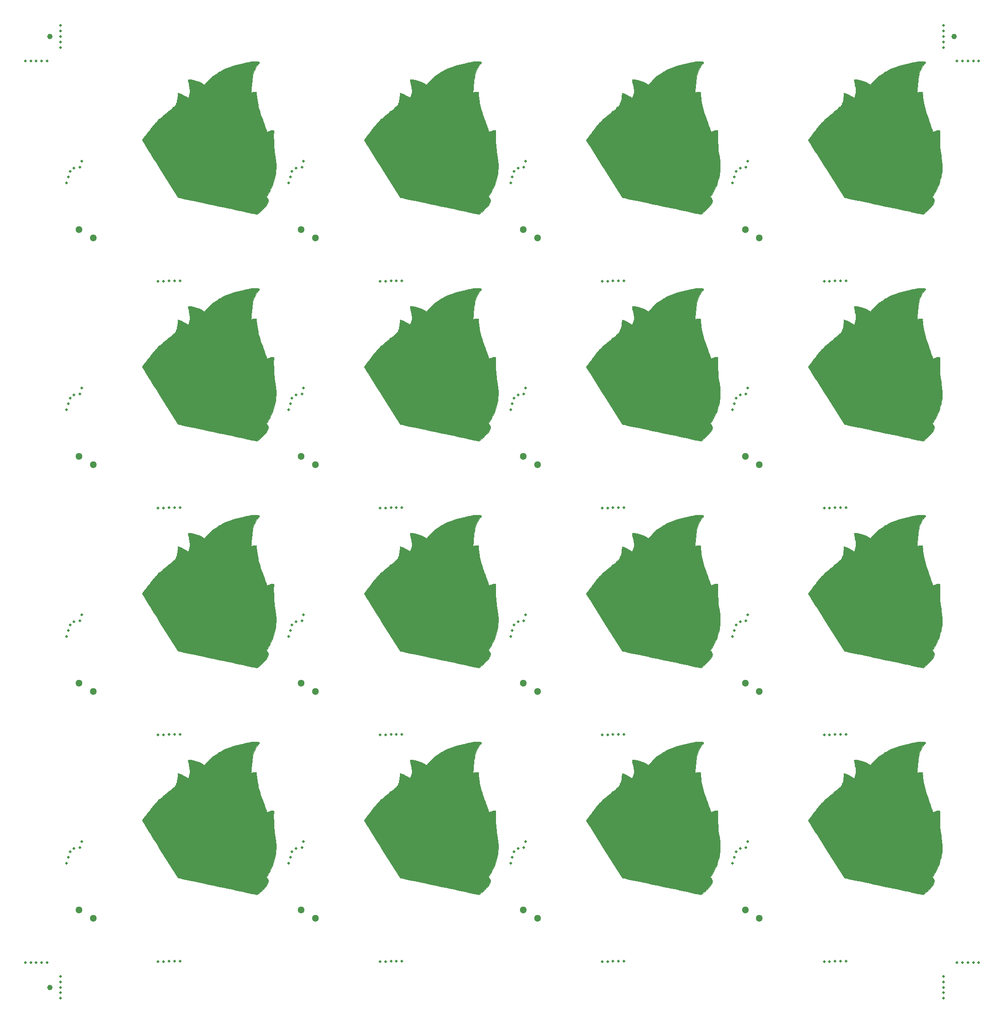
<source format=gbr>
%TF.GenerationSoftware,KiCad,Pcbnew,9.0.3*%
%TF.CreationDate,2025-07-24T14:02:08-05:00*%
%TF.ProjectId,DumpsterPanel,44756d70-7374-4657-9250-616e656c2e6b,rev?*%
%TF.SameCoordinates,Original*%
%TF.FileFunction,Soldermask,Top*%
%TF.FilePolarity,Negative*%
%FSLAX46Y46*%
G04 Gerber Fmt 4.6, Leading zero omitted, Abs format (unit mm)*
G04 Created by KiCad (PCBNEW 9.0.3) date 2025-07-24 14:02:08*
%MOMM*%
%LPD*%
G01*
G04 APERTURE LIST*
%ADD10C,0.010000*%
%ADD11C,0.500000*%
%ADD12C,1.000000*%
%ADD13C,1.300000*%
G04 APERTURE END LIST*
D10*
%TO.C,G\u002A\u002A\u002A*%
X103414666Y-27034091D02*
X103600452Y-27054639D01*
X103746671Y-27087799D01*
X103907892Y-27136760D01*
X103998960Y-27181094D01*
X104023619Y-27236915D01*
X103985612Y-27320338D01*
X103888681Y-27447475D01*
X103843182Y-27503262D01*
X103468622Y-28021823D01*
X103157994Y-28579464D01*
X103041184Y-28840867D01*
X102954667Y-29069350D01*
X102879626Y-29311687D01*
X102814098Y-29578775D01*
X102756125Y-29881504D01*
X102703744Y-30230770D01*
X102654996Y-30637467D01*
X102607920Y-31112487D01*
X102584426Y-31378661D01*
X102558312Y-31683759D01*
X102533778Y-31969061D01*
X102511982Y-32221183D01*
X102494085Y-32426741D01*
X102481248Y-32572353D01*
X102475291Y-32637839D01*
X102459757Y-32800853D01*
X102633239Y-32733393D01*
X102826897Y-32670826D01*
X103019797Y-32630311D01*
X103196654Y-32612213D01*
X103342189Y-32616887D01*
X103441118Y-32644694D01*
X103478160Y-32695996D01*
X103475683Y-32713526D01*
X103467257Y-32805540D01*
X103471150Y-32966618D01*
X103485821Y-33182299D01*
X103509726Y-33438122D01*
X103541322Y-33719629D01*
X103579067Y-34012357D01*
X103621417Y-34301847D01*
X103666831Y-34573637D01*
X103684066Y-34666634D01*
X103751859Y-35003077D01*
X103825556Y-35329546D01*
X103908819Y-35658454D01*
X104005311Y-36002214D01*
X104118695Y-36373235D01*
X104252633Y-36783932D01*
X104410788Y-37246715D01*
X104596825Y-37773998D01*
X104621098Y-37841920D01*
X104739575Y-38173493D01*
X104856968Y-38502830D01*
X104967965Y-38814969D01*
X105067256Y-39094948D01*
X105149525Y-39327807D01*
X105209463Y-39498583D01*
X105217353Y-39521241D01*
X105281828Y-39701785D01*
X105337752Y-39849310D01*
X105378729Y-39947520D01*
X105397504Y-39980262D01*
X105443707Y-39966505D01*
X105546935Y-39924156D01*
X105687891Y-39861285D01*
X105742200Y-39836098D01*
X105975465Y-39733721D01*
X106156866Y-39672438D01*
X106305885Y-39647759D01*
X106442010Y-39655200D01*
X106488649Y-39664212D01*
X106588819Y-39694167D01*
X106629482Y-39743165D01*
X106634944Y-39842228D01*
X106634679Y-39850584D01*
X106616938Y-40795428D01*
X106630154Y-41684135D01*
X106675752Y-42539920D01*
X106755162Y-43385996D01*
X106869812Y-44245578D01*
X106927259Y-44606843D01*
X107024827Y-45305632D01*
X107075549Y-45956847D01*
X107079950Y-46583084D01*
X107038559Y-47206941D01*
X106996212Y-47559085D01*
X106943993Y-47861504D01*
X106865558Y-48218311D01*
X106767479Y-48605836D01*
X106656326Y-49000407D01*
X106538669Y-49378353D01*
X106421080Y-49716001D01*
X106341529Y-49917593D01*
X106239848Y-50146330D01*
X106112225Y-50414887D01*
X105968838Y-50703497D01*
X105819867Y-50992391D01*
X105675494Y-51261801D01*
X105545897Y-51491961D01*
X105447748Y-51653161D01*
X105297674Y-51884450D01*
X105410303Y-52008305D01*
X105551758Y-52211392D01*
X105638116Y-52437886D01*
X105660594Y-52661507D01*
X105652180Y-52731915D01*
X105575307Y-52966358D01*
X105427362Y-53235113D01*
X105212320Y-53533283D01*
X104934150Y-53855975D01*
X104596825Y-54198292D01*
X104204319Y-54555341D01*
X104099878Y-54644773D01*
X103572758Y-55090992D01*
X103355651Y-55028737D01*
X103298357Y-55015308D01*
X103163532Y-54985389D01*
X102956454Y-54940107D01*
X102682407Y-54880594D01*
X102346669Y-54807976D01*
X101954522Y-54723383D01*
X101511248Y-54627943D01*
X101022126Y-54522785D01*
X100492438Y-54409036D01*
X99927464Y-54287826D01*
X99332486Y-54160284D01*
X98712783Y-54027539D01*
X98073638Y-53890717D01*
X97420330Y-53750950D01*
X96758142Y-53609365D01*
X96092353Y-53467089D01*
X95428244Y-53325253D01*
X94771097Y-53184985D01*
X94126192Y-53047414D01*
X93498810Y-52913667D01*
X92894231Y-52784874D01*
X92317738Y-52662163D01*
X91774609Y-52546663D01*
X91270127Y-52439503D01*
X90809573Y-52341812D01*
X90398227Y-52254716D01*
X90041369Y-52179346D01*
X89744281Y-52116831D01*
X89512244Y-52068298D01*
X89350539Y-52034876D01*
X89291095Y-52022868D01*
X89088436Y-51982655D01*
X85793986Y-46748621D01*
X85412206Y-46141578D01*
X85043151Y-45553803D01*
X84689312Y-44989310D01*
X84353181Y-44452111D01*
X84037249Y-43946223D01*
X83744009Y-43475659D01*
X83475950Y-43044432D01*
X83235566Y-42656557D01*
X83025346Y-42316048D01*
X82847784Y-42026920D01*
X82705371Y-41793186D01*
X82600598Y-41618861D01*
X82535957Y-41507958D01*
X82513940Y-41464492D01*
X82513970Y-41464243D01*
X82545797Y-41409994D01*
X82624118Y-41297766D01*
X82742576Y-41135728D01*
X82894817Y-40932051D01*
X83074486Y-40694901D01*
X83275228Y-40432449D01*
X83490690Y-40152864D01*
X83714515Y-39864316D01*
X83940350Y-39574971D01*
X84161837Y-39293003D01*
X84372624Y-39026578D01*
X84566356Y-38783865D01*
X84736675Y-38573034D01*
X84877233Y-38402254D01*
X84981667Y-38279696D01*
X85040352Y-38216582D01*
X85227774Y-38042234D01*
X85458637Y-37834541D01*
X85736734Y-37590228D01*
X86065856Y-37306022D01*
X86449795Y-36978645D01*
X86892343Y-36604825D01*
X87383705Y-36192649D01*
X87716008Y-35914106D01*
X87989856Y-35681534D01*
X88211856Y-35486724D01*
X88388614Y-35321467D01*
X88526734Y-35177550D01*
X88632826Y-35046764D01*
X88713489Y-34920900D01*
X88775334Y-34791748D01*
X88824966Y-34651097D01*
X88868990Y-34490737D01*
X88914012Y-34302459D01*
X88917857Y-34285934D01*
X88979688Y-33970138D01*
X89027575Y-33628537D01*
X89052861Y-33334564D01*
X89062910Y-33143833D01*
X89071555Y-32987422D01*
X89077810Y-32882706D01*
X89080566Y-32847065D01*
X89119177Y-32851845D01*
X89216151Y-32875367D01*
X89322525Y-32904635D01*
X89584919Y-32997428D01*
X89884949Y-33132367D01*
X90196193Y-33296240D01*
X90492225Y-33475837D01*
X90571785Y-33529200D01*
X90714426Y-33626739D01*
X90828366Y-33703561D01*
X90897412Y-33748804D01*
X90910254Y-33756261D01*
X90934005Y-33723171D01*
X90983415Y-33632044D01*
X91048412Y-33501599D01*
X91057599Y-33482481D01*
X91197302Y-33108236D01*
X91267338Y-32710060D01*
X91268355Y-32279324D01*
X91200996Y-31807403D01*
X91187542Y-31743903D01*
X91111288Y-31395105D01*
X91051508Y-31119417D01*
X91006275Y-30907308D01*
X90973660Y-30749245D01*
X90951737Y-30635694D01*
X90938579Y-30557126D01*
X90932256Y-30504006D01*
X90930834Y-30474285D01*
X90936599Y-30429871D01*
X90965455Y-30403259D01*
X91033210Y-30391364D01*
X91155675Y-30391106D01*
X91321760Y-30398083D01*
X91867843Y-30456545D01*
X92393081Y-30580388D01*
X92912189Y-30774301D01*
X93439874Y-31042973D01*
X93554086Y-31109889D01*
X93709289Y-31200702D01*
X93835513Y-31270608D01*
X93916674Y-31310929D01*
X93937967Y-31316982D01*
X93970867Y-31280629D01*
X94043653Y-31195167D01*
X94142479Y-31076915D01*
X94175335Y-31037243D01*
X94582301Y-30588470D01*
X95055591Y-30142084D01*
X95577698Y-29712298D01*
X96131111Y-29313326D01*
X96698321Y-28959379D01*
X96819449Y-28891049D01*
X97340125Y-28618686D01*
X97875407Y-28371204D01*
X98436530Y-28144739D01*
X99034730Y-27935425D01*
X99681243Y-27739397D01*
X100387303Y-27552791D01*
X101164146Y-27371741D01*
X101358495Y-27329517D01*
X101855351Y-27226172D01*
X102279320Y-27145607D01*
X102638819Y-27086968D01*
X102942266Y-27049404D01*
X103198076Y-27032062D01*
X103414666Y-27034091D01*
G36*
X103414666Y-27034091D02*
G01*
X103600452Y-27054639D01*
X103746671Y-27087799D01*
X103907892Y-27136760D01*
X103998960Y-27181094D01*
X104023619Y-27236915D01*
X103985612Y-27320338D01*
X103888681Y-27447475D01*
X103843182Y-27503262D01*
X103468622Y-28021823D01*
X103157994Y-28579464D01*
X103041184Y-28840867D01*
X102954667Y-29069350D01*
X102879626Y-29311687D01*
X102814098Y-29578775D01*
X102756125Y-29881504D01*
X102703744Y-30230770D01*
X102654996Y-30637467D01*
X102607920Y-31112487D01*
X102584426Y-31378661D01*
X102558312Y-31683759D01*
X102533778Y-31969061D01*
X102511982Y-32221183D01*
X102494085Y-32426741D01*
X102481248Y-32572353D01*
X102475291Y-32637839D01*
X102459757Y-32800853D01*
X102633239Y-32733393D01*
X102826897Y-32670826D01*
X103019797Y-32630311D01*
X103196654Y-32612213D01*
X103342189Y-32616887D01*
X103441118Y-32644694D01*
X103478160Y-32695996D01*
X103475683Y-32713526D01*
X103467257Y-32805540D01*
X103471150Y-32966618D01*
X103485821Y-33182299D01*
X103509726Y-33438122D01*
X103541322Y-33719629D01*
X103579067Y-34012357D01*
X103621417Y-34301847D01*
X103666831Y-34573637D01*
X103684066Y-34666634D01*
X103751859Y-35003077D01*
X103825556Y-35329546D01*
X103908819Y-35658454D01*
X104005311Y-36002214D01*
X104118695Y-36373235D01*
X104252633Y-36783932D01*
X104410788Y-37246715D01*
X104596825Y-37773998D01*
X104621098Y-37841920D01*
X104739575Y-38173493D01*
X104856968Y-38502830D01*
X104967965Y-38814969D01*
X105067256Y-39094948D01*
X105149525Y-39327807D01*
X105209463Y-39498583D01*
X105217353Y-39521241D01*
X105281828Y-39701785D01*
X105337752Y-39849310D01*
X105378729Y-39947520D01*
X105397504Y-39980262D01*
X105443707Y-39966505D01*
X105546935Y-39924156D01*
X105687891Y-39861285D01*
X105742200Y-39836098D01*
X105975465Y-39733721D01*
X106156866Y-39672438D01*
X106305885Y-39647759D01*
X106442010Y-39655200D01*
X106488649Y-39664212D01*
X106588819Y-39694167D01*
X106629482Y-39743165D01*
X106634944Y-39842228D01*
X106634679Y-39850584D01*
X106616938Y-40795428D01*
X106630154Y-41684135D01*
X106675752Y-42539920D01*
X106755162Y-43385996D01*
X106869812Y-44245578D01*
X106927259Y-44606843D01*
X107024827Y-45305632D01*
X107075549Y-45956847D01*
X107079950Y-46583084D01*
X107038559Y-47206941D01*
X106996212Y-47559085D01*
X106943993Y-47861504D01*
X106865558Y-48218311D01*
X106767479Y-48605836D01*
X106656326Y-49000407D01*
X106538669Y-49378353D01*
X106421080Y-49716001D01*
X106341529Y-49917593D01*
X106239848Y-50146330D01*
X106112225Y-50414887D01*
X105968838Y-50703497D01*
X105819867Y-50992391D01*
X105675494Y-51261801D01*
X105545897Y-51491961D01*
X105447748Y-51653161D01*
X105297674Y-51884450D01*
X105410303Y-52008305D01*
X105551758Y-52211392D01*
X105638116Y-52437886D01*
X105660594Y-52661507D01*
X105652180Y-52731915D01*
X105575307Y-52966358D01*
X105427362Y-53235113D01*
X105212320Y-53533283D01*
X104934150Y-53855975D01*
X104596825Y-54198292D01*
X104204319Y-54555341D01*
X104099878Y-54644773D01*
X103572758Y-55090992D01*
X103355651Y-55028737D01*
X103298357Y-55015308D01*
X103163532Y-54985389D01*
X102956454Y-54940107D01*
X102682407Y-54880594D01*
X102346669Y-54807976D01*
X101954522Y-54723383D01*
X101511248Y-54627943D01*
X101022126Y-54522785D01*
X100492438Y-54409036D01*
X99927464Y-54287826D01*
X99332486Y-54160284D01*
X98712783Y-54027539D01*
X98073638Y-53890717D01*
X97420330Y-53750950D01*
X96758142Y-53609365D01*
X96092353Y-53467089D01*
X95428244Y-53325253D01*
X94771097Y-53184985D01*
X94126192Y-53047414D01*
X93498810Y-52913667D01*
X92894231Y-52784874D01*
X92317738Y-52662163D01*
X91774609Y-52546663D01*
X91270127Y-52439503D01*
X90809573Y-52341812D01*
X90398227Y-52254716D01*
X90041369Y-52179346D01*
X89744281Y-52116831D01*
X89512244Y-52068298D01*
X89350539Y-52034876D01*
X89291095Y-52022868D01*
X89088436Y-51982655D01*
X85793986Y-46748621D01*
X85412206Y-46141578D01*
X85043151Y-45553803D01*
X84689312Y-44989310D01*
X84353181Y-44452111D01*
X84037249Y-43946223D01*
X83744009Y-43475659D01*
X83475950Y-43044432D01*
X83235566Y-42656557D01*
X83025346Y-42316048D01*
X82847784Y-42026920D01*
X82705371Y-41793186D01*
X82600598Y-41618861D01*
X82535957Y-41507958D01*
X82513940Y-41464492D01*
X82513970Y-41464243D01*
X82545797Y-41409994D01*
X82624118Y-41297766D01*
X82742576Y-41135728D01*
X82894817Y-40932051D01*
X83074486Y-40694901D01*
X83275228Y-40432449D01*
X83490690Y-40152864D01*
X83714515Y-39864316D01*
X83940350Y-39574971D01*
X84161837Y-39293003D01*
X84372624Y-39026578D01*
X84566356Y-38783865D01*
X84736675Y-38573034D01*
X84877233Y-38402254D01*
X84981667Y-38279696D01*
X85040352Y-38216582D01*
X85227774Y-38042234D01*
X85458637Y-37834541D01*
X85736734Y-37590228D01*
X86065856Y-37306022D01*
X86449795Y-36978645D01*
X86892343Y-36604825D01*
X87383705Y-36192649D01*
X87716008Y-35914106D01*
X87989856Y-35681534D01*
X88211856Y-35486724D01*
X88388614Y-35321467D01*
X88526734Y-35177550D01*
X88632826Y-35046764D01*
X88713489Y-34920900D01*
X88775334Y-34791748D01*
X88824966Y-34651097D01*
X88868990Y-34490737D01*
X88914012Y-34302459D01*
X88917857Y-34285934D01*
X88979688Y-33970138D01*
X89027575Y-33628537D01*
X89052861Y-33334564D01*
X89062910Y-33143833D01*
X89071555Y-32987422D01*
X89077810Y-32882706D01*
X89080566Y-32847065D01*
X89119177Y-32851845D01*
X89216151Y-32875367D01*
X89322525Y-32904635D01*
X89584919Y-32997428D01*
X89884949Y-33132367D01*
X90196193Y-33296240D01*
X90492225Y-33475837D01*
X90571785Y-33529200D01*
X90714426Y-33626739D01*
X90828366Y-33703561D01*
X90897412Y-33748804D01*
X90910254Y-33756261D01*
X90934005Y-33723171D01*
X90983415Y-33632044D01*
X91048412Y-33501599D01*
X91057599Y-33482481D01*
X91197302Y-33108236D01*
X91267338Y-32710060D01*
X91268355Y-32279324D01*
X91200996Y-31807403D01*
X91187542Y-31743903D01*
X91111288Y-31395105D01*
X91051508Y-31119417D01*
X91006275Y-30907308D01*
X90973660Y-30749245D01*
X90951737Y-30635694D01*
X90938579Y-30557126D01*
X90932256Y-30504006D01*
X90930834Y-30474285D01*
X90936599Y-30429871D01*
X90965455Y-30403259D01*
X91033210Y-30391364D01*
X91155675Y-30391106D01*
X91321760Y-30398083D01*
X91867843Y-30456545D01*
X92393081Y-30580388D01*
X92912189Y-30774301D01*
X93439874Y-31042973D01*
X93554086Y-31109889D01*
X93709289Y-31200702D01*
X93835513Y-31270608D01*
X93916674Y-31310929D01*
X93937967Y-31316982D01*
X93970867Y-31280629D01*
X94043653Y-31195167D01*
X94142479Y-31076915D01*
X94175335Y-31037243D01*
X94582301Y-30588470D01*
X95055591Y-30142084D01*
X95577698Y-29712298D01*
X96131111Y-29313326D01*
X96698321Y-28959379D01*
X96819449Y-28891049D01*
X97340125Y-28618686D01*
X97875407Y-28371204D01*
X98436530Y-28144739D01*
X99034730Y-27935425D01*
X99681243Y-27739397D01*
X100387303Y-27552791D01*
X101164146Y-27371741D01*
X101358495Y-27329517D01*
X101855351Y-27226172D01*
X102279320Y-27145607D01*
X102638819Y-27086968D01*
X102942266Y-27049404D01*
X103198076Y-27032062D01*
X103414666Y-27034091D01*
G37*
X184819810Y-68606650D02*
X185005596Y-68627198D01*
X185151815Y-68660358D01*
X185313036Y-68709319D01*
X185404104Y-68753653D01*
X185428763Y-68809474D01*
X185390756Y-68892897D01*
X185293825Y-69020034D01*
X185248326Y-69075821D01*
X184873766Y-69594382D01*
X184563138Y-70152023D01*
X184446328Y-70413426D01*
X184359811Y-70641909D01*
X184284770Y-70884246D01*
X184219242Y-71151334D01*
X184161269Y-71454063D01*
X184108888Y-71803329D01*
X184060140Y-72210026D01*
X184013064Y-72685046D01*
X183989570Y-72951220D01*
X183963456Y-73256318D01*
X183938922Y-73541620D01*
X183917126Y-73793742D01*
X183899229Y-73999300D01*
X183886392Y-74144912D01*
X183880435Y-74210398D01*
X183864901Y-74373412D01*
X184038383Y-74305952D01*
X184232041Y-74243385D01*
X184424941Y-74202870D01*
X184601798Y-74184772D01*
X184747333Y-74189446D01*
X184846262Y-74217253D01*
X184883304Y-74268555D01*
X184880827Y-74286085D01*
X184872401Y-74378099D01*
X184876294Y-74539177D01*
X184890965Y-74754858D01*
X184914870Y-75010681D01*
X184946466Y-75292188D01*
X184984211Y-75584916D01*
X185026561Y-75874406D01*
X185071975Y-76146196D01*
X185089210Y-76239193D01*
X185157003Y-76575636D01*
X185230700Y-76902105D01*
X185313963Y-77231013D01*
X185410455Y-77574773D01*
X185523839Y-77945794D01*
X185657777Y-78356491D01*
X185815932Y-78819274D01*
X186001969Y-79346557D01*
X186026242Y-79414479D01*
X186144719Y-79746052D01*
X186262112Y-80075389D01*
X186373109Y-80387528D01*
X186472400Y-80667507D01*
X186554669Y-80900366D01*
X186614607Y-81071142D01*
X186622497Y-81093800D01*
X186686972Y-81274344D01*
X186742896Y-81421869D01*
X186783873Y-81520079D01*
X186802648Y-81552821D01*
X186848851Y-81539064D01*
X186952079Y-81496715D01*
X187093035Y-81433844D01*
X187147344Y-81408657D01*
X187380609Y-81306280D01*
X187562010Y-81244997D01*
X187711029Y-81220318D01*
X187847154Y-81227759D01*
X187893793Y-81236771D01*
X187993963Y-81266726D01*
X188034626Y-81315724D01*
X188040088Y-81414787D01*
X188039823Y-81423143D01*
X188022082Y-82367987D01*
X188035298Y-83256694D01*
X188080896Y-84112479D01*
X188160306Y-84958555D01*
X188274956Y-85818137D01*
X188332403Y-86179402D01*
X188429971Y-86878191D01*
X188480693Y-87529406D01*
X188485094Y-88155643D01*
X188443703Y-88779500D01*
X188401356Y-89131644D01*
X188349137Y-89434063D01*
X188270702Y-89790870D01*
X188172623Y-90178395D01*
X188061470Y-90572966D01*
X187943813Y-90950912D01*
X187826224Y-91288560D01*
X187746673Y-91490152D01*
X187644992Y-91718889D01*
X187517369Y-91987446D01*
X187373982Y-92276056D01*
X187225011Y-92564950D01*
X187080638Y-92834360D01*
X186951041Y-93064520D01*
X186852892Y-93225720D01*
X186702818Y-93457009D01*
X186815447Y-93580864D01*
X186956902Y-93783951D01*
X187043260Y-94010445D01*
X187065738Y-94234066D01*
X187057324Y-94304474D01*
X186980451Y-94538917D01*
X186832506Y-94807672D01*
X186617464Y-95105842D01*
X186339294Y-95428534D01*
X186001969Y-95770851D01*
X185609463Y-96127900D01*
X185505022Y-96217332D01*
X184977902Y-96663551D01*
X184760795Y-96601296D01*
X184703501Y-96587867D01*
X184568676Y-96557948D01*
X184361598Y-96512666D01*
X184087551Y-96453153D01*
X183751813Y-96380535D01*
X183359666Y-96295942D01*
X182916392Y-96200502D01*
X182427270Y-96095344D01*
X181897582Y-95981595D01*
X181332608Y-95860385D01*
X180737630Y-95732843D01*
X180117927Y-95600098D01*
X179478782Y-95463276D01*
X178825474Y-95323509D01*
X178163286Y-95181924D01*
X177497497Y-95039648D01*
X176833388Y-94897812D01*
X176176241Y-94757544D01*
X175531336Y-94619973D01*
X174903954Y-94486226D01*
X174299375Y-94357433D01*
X173722882Y-94234722D01*
X173179753Y-94119222D01*
X172675271Y-94012062D01*
X172214717Y-93914371D01*
X171803371Y-93827275D01*
X171446513Y-93751905D01*
X171149425Y-93689390D01*
X170917388Y-93640857D01*
X170755683Y-93607435D01*
X170696239Y-93595427D01*
X170493580Y-93555214D01*
X167199130Y-88321180D01*
X166817350Y-87714137D01*
X166448295Y-87126362D01*
X166094456Y-86561869D01*
X165758325Y-86024670D01*
X165442393Y-85518782D01*
X165149153Y-85048218D01*
X164881094Y-84616991D01*
X164640710Y-84229116D01*
X164430490Y-83888607D01*
X164252928Y-83599479D01*
X164110515Y-83365745D01*
X164005742Y-83191420D01*
X163941101Y-83080517D01*
X163919084Y-83037051D01*
X163919114Y-83036802D01*
X163950941Y-82982553D01*
X164029262Y-82870325D01*
X164147720Y-82708287D01*
X164299961Y-82504610D01*
X164479630Y-82267460D01*
X164680372Y-82005008D01*
X164895834Y-81725423D01*
X165119659Y-81436875D01*
X165345494Y-81147530D01*
X165566981Y-80865562D01*
X165777768Y-80599137D01*
X165971500Y-80356424D01*
X166141819Y-80145593D01*
X166282377Y-79974813D01*
X166386811Y-79852255D01*
X166445496Y-79789141D01*
X166632918Y-79614793D01*
X166863781Y-79407100D01*
X167141878Y-79162787D01*
X167471000Y-78878581D01*
X167854939Y-78551204D01*
X168297487Y-78177384D01*
X168788849Y-77765208D01*
X169121152Y-77486665D01*
X169395000Y-77254093D01*
X169617000Y-77059283D01*
X169793758Y-76894026D01*
X169931878Y-76750109D01*
X170037970Y-76619323D01*
X170118633Y-76493459D01*
X170180478Y-76364307D01*
X170230110Y-76223656D01*
X170274134Y-76063296D01*
X170319156Y-75875018D01*
X170323001Y-75858493D01*
X170384832Y-75542697D01*
X170432719Y-75201096D01*
X170458005Y-74907123D01*
X170468054Y-74716392D01*
X170476699Y-74559981D01*
X170482954Y-74455265D01*
X170485710Y-74419624D01*
X170524321Y-74424404D01*
X170621295Y-74447926D01*
X170727669Y-74477194D01*
X170990063Y-74569987D01*
X171290093Y-74704926D01*
X171601337Y-74868799D01*
X171897369Y-75048396D01*
X171976929Y-75101759D01*
X172119570Y-75199298D01*
X172233510Y-75276120D01*
X172302556Y-75321363D01*
X172315398Y-75328820D01*
X172339149Y-75295730D01*
X172388559Y-75204603D01*
X172453556Y-75074158D01*
X172462743Y-75055040D01*
X172602446Y-74680795D01*
X172672482Y-74282619D01*
X172673499Y-73851883D01*
X172606140Y-73379962D01*
X172592686Y-73316462D01*
X172516432Y-72967664D01*
X172456652Y-72691976D01*
X172411419Y-72479867D01*
X172378804Y-72321804D01*
X172356881Y-72208253D01*
X172343723Y-72129685D01*
X172337400Y-72076565D01*
X172335978Y-72046844D01*
X172341743Y-72002430D01*
X172370599Y-71975818D01*
X172438354Y-71963923D01*
X172560819Y-71963665D01*
X172726904Y-71970642D01*
X173272987Y-72029104D01*
X173798225Y-72152947D01*
X174317333Y-72346860D01*
X174845018Y-72615532D01*
X174959230Y-72682448D01*
X175114433Y-72773261D01*
X175240657Y-72843167D01*
X175321818Y-72883488D01*
X175343111Y-72889541D01*
X175376011Y-72853188D01*
X175448797Y-72767726D01*
X175547623Y-72649474D01*
X175580479Y-72609802D01*
X175987445Y-72161029D01*
X176460735Y-71714643D01*
X176982842Y-71284857D01*
X177536255Y-70885885D01*
X178103465Y-70531938D01*
X178224593Y-70463608D01*
X178745269Y-70191245D01*
X179280551Y-69943763D01*
X179841674Y-69717298D01*
X180439874Y-69507984D01*
X181086387Y-69311956D01*
X181792447Y-69125350D01*
X182569290Y-68944300D01*
X182763639Y-68902076D01*
X183260495Y-68798731D01*
X183684464Y-68718166D01*
X184043963Y-68659527D01*
X184347410Y-68621963D01*
X184603220Y-68604621D01*
X184819810Y-68606650D01*
G36*
X184819810Y-68606650D02*
G01*
X185005596Y-68627198D01*
X185151815Y-68660358D01*
X185313036Y-68709319D01*
X185404104Y-68753653D01*
X185428763Y-68809474D01*
X185390756Y-68892897D01*
X185293825Y-69020034D01*
X185248326Y-69075821D01*
X184873766Y-69594382D01*
X184563138Y-70152023D01*
X184446328Y-70413426D01*
X184359811Y-70641909D01*
X184284770Y-70884246D01*
X184219242Y-71151334D01*
X184161269Y-71454063D01*
X184108888Y-71803329D01*
X184060140Y-72210026D01*
X184013064Y-72685046D01*
X183989570Y-72951220D01*
X183963456Y-73256318D01*
X183938922Y-73541620D01*
X183917126Y-73793742D01*
X183899229Y-73999300D01*
X183886392Y-74144912D01*
X183880435Y-74210398D01*
X183864901Y-74373412D01*
X184038383Y-74305952D01*
X184232041Y-74243385D01*
X184424941Y-74202870D01*
X184601798Y-74184772D01*
X184747333Y-74189446D01*
X184846262Y-74217253D01*
X184883304Y-74268555D01*
X184880827Y-74286085D01*
X184872401Y-74378099D01*
X184876294Y-74539177D01*
X184890965Y-74754858D01*
X184914870Y-75010681D01*
X184946466Y-75292188D01*
X184984211Y-75584916D01*
X185026561Y-75874406D01*
X185071975Y-76146196D01*
X185089210Y-76239193D01*
X185157003Y-76575636D01*
X185230700Y-76902105D01*
X185313963Y-77231013D01*
X185410455Y-77574773D01*
X185523839Y-77945794D01*
X185657777Y-78356491D01*
X185815932Y-78819274D01*
X186001969Y-79346557D01*
X186026242Y-79414479D01*
X186144719Y-79746052D01*
X186262112Y-80075389D01*
X186373109Y-80387528D01*
X186472400Y-80667507D01*
X186554669Y-80900366D01*
X186614607Y-81071142D01*
X186622497Y-81093800D01*
X186686972Y-81274344D01*
X186742896Y-81421869D01*
X186783873Y-81520079D01*
X186802648Y-81552821D01*
X186848851Y-81539064D01*
X186952079Y-81496715D01*
X187093035Y-81433844D01*
X187147344Y-81408657D01*
X187380609Y-81306280D01*
X187562010Y-81244997D01*
X187711029Y-81220318D01*
X187847154Y-81227759D01*
X187893793Y-81236771D01*
X187993963Y-81266726D01*
X188034626Y-81315724D01*
X188040088Y-81414787D01*
X188039823Y-81423143D01*
X188022082Y-82367987D01*
X188035298Y-83256694D01*
X188080896Y-84112479D01*
X188160306Y-84958555D01*
X188274956Y-85818137D01*
X188332403Y-86179402D01*
X188429971Y-86878191D01*
X188480693Y-87529406D01*
X188485094Y-88155643D01*
X188443703Y-88779500D01*
X188401356Y-89131644D01*
X188349137Y-89434063D01*
X188270702Y-89790870D01*
X188172623Y-90178395D01*
X188061470Y-90572966D01*
X187943813Y-90950912D01*
X187826224Y-91288560D01*
X187746673Y-91490152D01*
X187644992Y-91718889D01*
X187517369Y-91987446D01*
X187373982Y-92276056D01*
X187225011Y-92564950D01*
X187080638Y-92834360D01*
X186951041Y-93064520D01*
X186852892Y-93225720D01*
X186702818Y-93457009D01*
X186815447Y-93580864D01*
X186956902Y-93783951D01*
X187043260Y-94010445D01*
X187065738Y-94234066D01*
X187057324Y-94304474D01*
X186980451Y-94538917D01*
X186832506Y-94807672D01*
X186617464Y-95105842D01*
X186339294Y-95428534D01*
X186001969Y-95770851D01*
X185609463Y-96127900D01*
X185505022Y-96217332D01*
X184977902Y-96663551D01*
X184760795Y-96601296D01*
X184703501Y-96587867D01*
X184568676Y-96557948D01*
X184361598Y-96512666D01*
X184087551Y-96453153D01*
X183751813Y-96380535D01*
X183359666Y-96295942D01*
X182916392Y-96200502D01*
X182427270Y-96095344D01*
X181897582Y-95981595D01*
X181332608Y-95860385D01*
X180737630Y-95732843D01*
X180117927Y-95600098D01*
X179478782Y-95463276D01*
X178825474Y-95323509D01*
X178163286Y-95181924D01*
X177497497Y-95039648D01*
X176833388Y-94897812D01*
X176176241Y-94757544D01*
X175531336Y-94619973D01*
X174903954Y-94486226D01*
X174299375Y-94357433D01*
X173722882Y-94234722D01*
X173179753Y-94119222D01*
X172675271Y-94012062D01*
X172214717Y-93914371D01*
X171803371Y-93827275D01*
X171446513Y-93751905D01*
X171149425Y-93689390D01*
X170917388Y-93640857D01*
X170755683Y-93607435D01*
X170696239Y-93595427D01*
X170493580Y-93555214D01*
X167199130Y-88321180D01*
X166817350Y-87714137D01*
X166448295Y-87126362D01*
X166094456Y-86561869D01*
X165758325Y-86024670D01*
X165442393Y-85518782D01*
X165149153Y-85048218D01*
X164881094Y-84616991D01*
X164640710Y-84229116D01*
X164430490Y-83888607D01*
X164252928Y-83599479D01*
X164110515Y-83365745D01*
X164005742Y-83191420D01*
X163941101Y-83080517D01*
X163919084Y-83037051D01*
X163919114Y-83036802D01*
X163950941Y-82982553D01*
X164029262Y-82870325D01*
X164147720Y-82708287D01*
X164299961Y-82504610D01*
X164479630Y-82267460D01*
X164680372Y-82005008D01*
X164895834Y-81725423D01*
X165119659Y-81436875D01*
X165345494Y-81147530D01*
X165566981Y-80865562D01*
X165777768Y-80599137D01*
X165971500Y-80356424D01*
X166141819Y-80145593D01*
X166282377Y-79974813D01*
X166386811Y-79852255D01*
X166445496Y-79789141D01*
X166632918Y-79614793D01*
X166863781Y-79407100D01*
X167141878Y-79162787D01*
X167471000Y-78878581D01*
X167854939Y-78551204D01*
X168297487Y-78177384D01*
X168788849Y-77765208D01*
X169121152Y-77486665D01*
X169395000Y-77254093D01*
X169617000Y-77059283D01*
X169793758Y-76894026D01*
X169931878Y-76750109D01*
X170037970Y-76619323D01*
X170118633Y-76493459D01*
X170180478Y-76364307D01*
X170230110Y-76223656D01*
X170274134Y-76063296D01*
X170319156Y-75875018D01*
X170323001Y-75858493D01*
X170384832Y-75542697D01*
X170432719Y-75201096D01*
X170458005Y-74907123D01*
X170468054Y-74716392D01*
X170476699Y-74559981D01*
X170482954Y-74455265D01*
X170485710Y-74419624D01*
X170524321Y-74424404D01*
X170621295Y-74447926D01*
X170727669Y-74477194D01*
X170990063Y-74569987D01*
X171290093Y-74704926D01*
X171601337Y-74868799D01*
X171897369Y-75048396D01*
X171976929Y-75101759D01*
X172119570Y-75199298D01*
X172233510Y-75276120D01*
X172302556Y-75321363D01*
X172315398Y-75328820D01*
X172339149Y-75295730D01*
X172388559Y-75204603D01*
X172453556Y-75074158D01*
X172462743Y-75055040D01*
X172602446Y-74680795D01*
X172672482Y-74282619D01*
X172673499Y-73851883D01*
X172606140Y-73379962D01*
X172592686Y-73316462D01*
X172516432Y-72967664D01*
X172456652Y-72691976D01*
X172411419Y-72479867D01*
X172378804Y-72321804D01*
X172356881Y-72208253D01*
X172343723Y-72129685D01*
X172337400Y-72076565D01*
X172335978Y-72046844D01*
X172341743Y-72002430D01*
X172370599Y-71975818D01*
X172438354Y-71963923D01*
X172560819Y-71963665D01*
X172726904Y-71970642D01*
X173272987Y-72029104D01*
X173798225Y-72152947D01*
X174317333Y-72346860D01*
X174845018Y-72615532D01*
X174959230Y-72682448D01*
X175114433Y-72773261D01*
X175240657Y-72843167D01*
X175321818Y-72883488D01*
X175343111Y-72889541D01*
X175376011Y-72853188D01*
X175448797Y-72767726D01*
X175547623Y-72649474D01*
X175580479Y-72609802D01*
X175987445Y-72161029D01*
X176460735Y-71714643D01*
X176982842Y-71284857D01*
X177536255Y-70885885D01*
X178103465Y-70531938D01*
X178224593Y-70463608D01*
X178745269Y-70191245D01*
X179280551Y-69943763D01*
X179841674Y-69717298D01*
X180439874Y-69507984D01*
X181086387Y-69311956D01*
X181792447Y-69125350D01*
X182569290Y-68944300D01*
X182763639Y-68902076D01*
X183260495Y-68798731D01*
X183684464Y-68718166D01*
X184043963Y-68659527D01*
X184347410Y-68621963D01*
X184603220Y-68604621D01*
X184819810Y-68606650D01*
G37*
X184819810Y-110179209D02*
X185005596Y-110199757D01*
X185151815Y-110232917D01*
X185313036Y-110281878D01*
X185404104Y-110326212D01*
X185428763Y-110382033D01*
X185390756Y-110465456D01*
X185293825Y-110592593D01*
X185248326Y-110648380D01*
X184873766Y-111166941D01*
X184563138Y-111724582D01*
X184446328Y-111985985D01*
X184359811Y-112214468D01*
X184284770Y-112456805D01*
X184219242Y-112723893D01*
X184161269Y-113026622D01*
X184108888Y-113375888D01*
X184060140Y-113782585D01*
X184013064Y-114257605D01*
X183989570Y-114523779D01*
X183963456Y-114828877D01*
X183938922Y-115114179D01*
X183917126Y-115366301D01*
X183899229Y-115571859D01*
X183886392Y-115717471D01*
X183880435Y-115782957D01*
X183864901Y-115945971D01*
X184038383Y-115878511D01*
X184232041Y-115815944D01*
X184424941Y-115775429D01*
X184601798Y-115757331D01*
X184747333Y-115762005D01*
X184846262Y-115789812D01*
X184883304Y-115841114D01*
X184880827Y-115858644D01*
X184872401Y-115950658D01*
X184876294Y-116111736D01*
X184890965Y-116327417D01*
X184914870Y-116583240D01*
X184946466Y-116864747D01*
X184984211Y-117157475D01*
X185026561Y-117446965D01*
X185071975Y-117718755D01*
X185089210Y-117811752D01*
X185157003Y-118148195D01*
X185230700Y-118474664D01*
X185313963Y-118803572D01*
X185410455Y-119147332D01*
X185523839Y-119518353D01*
X185657777Y-119929050D01*
X185815932Y-120391833D01*
X186001969Y-120919116D01*
X186026242Y-120987038D01*
X186144719Y-121318611D01*
X186262112Y-121647948D01*
X186373109Y-121960087D01*
X186472400Y-122240066D01*
X186554669Y-122472925D01*
X186614607Y-122643701D01*
X186622497Y-122666359D01*
X186686972Y-122846903D01*
X186742896Y-122994428D01*
X186783873Y-123092638D01*
X186802648Y-123125380D01*
X186848851Y-123111623D01*
X186952079Y-123069274D01*
X187093035Y-123006403D01*
X187147344Y-122981216D01*
X187380609Y-122878839D01*
X187562010Y-122817556D01*
X187711029Y-122792877D01*
X187847154Y-122800318D01*
X187893793Y-122809330D01*
X187993963Y-122839285D01*
X188034626Y-122888283D01*
X188040088Y-122987346D01*
X188039823Y-122995702D01*
X188022082Y-123940546D01*
X188035298Y-124829253D01*
X188080896Y-125685038D01*
X188160306Y-126531114D01*
X188274956Y-127390696D01*
X188332403Y-127751961D01*
X188429971Y-128450750D01*
X188480693Y-129101965D01*
X188485094Y-129728202D01*
X188443703Y-130352059D01*
X188401356Y-130704203D01*
X188349137Y-131006622D01*
X188270702Y-131363429D01*
X188172623Y-131750954D01*
X188061470Y-132145525D01*
X187943813Y-132523471D01*
X187826224Y-132861119D01*
X187746673Y-133062711D01*
X187644992Y-133291448D01*
X187517369Y-133560005D01*
X187373982Y-133848615D01*
X187225011Y-134137509D01*
X187080638Y-134406919D01*
X186951041Y-134637079D01*
X186852892Y-134798279D01*
X186702818Y-135029568D01*
X186815447Y-135153423D01*
X186956902Y-135356510D01*
X187043260Y-135583004D01*
X187065738Y-135806625D01*
X187057324Y-135877033D01*
X186980451Y-136111476D01*
X186832506Y-136380231D01*
X186617464Y-136678401D01*
X186339294Y-137001093D01*
X186001969Y-137343410D01*
X185609463Y-137700459D01*
X185505022Y-137789891D01*
X184977902Y-138236110D01*
X184760795Y-138173855D01*
X184703501Y-138160426D01*
X184568676Y-138130507D01*
X184361598Y-138085225D01*
X184087551Y-138025712D01*
X183751813Y-137953094D01*
X183359666Y-137868501D01*
X182916392Y-137773061D01*
X182427270Y-137667903D01*
X181897582Y-137554154D01*
X181332608Y-137432944D01*
X180737630Y-137305402D01*
X180117927Y-137172657D01*
X179478782Y-137035835D01*
X178825474Y-136896068D01*
X178163286Y-136754483D01*
X177497497Y-136612207D01*
X176833388Y-136470371D01*
X176176241Y-136330103D01*
X175531336Y-136192532D01*
X174903954Y-136058785D01*
X174299375Y-135929992D01*
X173722882Y-135807281D01*
X173179753Y-135691781D01*
X172675271Y-135584621D01*
X172214717Y-135486930D01*
X171803371Y-135399834D01*
X171446513Y-135324464D01*
X171149425Y-135261949D01*
X170917388Y-135213416D01*
X170755683Y-135179994D01*
X170696239Y-135167986D01*
X170493580Y-135127773D01*
X167199130Y-129893739D01*
X166817350Y-129286696D01*
X166448295Y-128698921D01*
X166094456Y-128134428D01*
X165758325Y-127597229D01*
X165442393Y-127091341D01*
X165149153Y-126620777D01*
X164881094Y-126189550D01*
X164640710Y-125801675D01*
X164430490Y-125461166D01*
X164252928Y-125172038D01*
X164110515Y-124938304D01*
X164005742Y-124763979D01*
X163941101Y-124653076D01*
X163919084Y-124609610D01*
X163919114Y-124609361D01*
X163950941Y-124555112D01*
X164029262Y-124442884D01*
X164147720Y-124280846D01*
X164299961Y-124077169D01*
X164479630Y-123840019D01*
X164680372Y-123577567D01*
X164895834Y-123297982D01*
X165119659Y-123009434D01*
X165345494Y-122720089D01*
X165566981Y-122438121D01*
X165777768Y-122171696D01*
X165971500Y-121928983D01*
X166141819Y-121718152D01*
X166282377Y-121547372D01*
X166386811Y-121424814D01*
X166445496Y-121361700D01*
X166632918Y-121187352D01*
X166863781Y-120979659D01*
X167141878Y-120735346D01*
X167471000Y-120451140D01*
X167854939Y-120123763D01*
X168297487Y-119749943D01*
X168788849Y-119337767D01*
X169121152Y-119059224D01*
X169395000Y-118826652D01*
X169617000Y-118631842D01*
X169793758Y-118466585D01*
X169931878Y-118322668D01*
X170037970Y-118191882D01*
X170118633Y-118066018D01*
X170180478Y-117936866D01*
X170230110Y-117796215D01*
X170274134Y-117635855D01*
X170319156Y-117447577D01*
X170323001Y-117431052D01*
X170384832Y-117115256D01*
X170432719Y-116773655D01*
X170458005Y-116479682D01*
X170468054Y-116288951D01*
X170476699Y-116132540D01*
X170482954Y-116027824D01*
X170485710Y-115992183D01*
X170524321Y-115996963D01*
X170621295Y-116020485D01*
X170727669Y-116049753D01*
X170990063Y-116142546D01*
X171290093Y-116277485D01*
X171601337Y-116441358D01*
X171897369Y-116620955D01*
X171976929Y-116674318D01*
X172119570Y-116771857D01*
X172233510Y-116848679D01*
X172302556Y-116893922D01*
X172315398Y-116901379D01*
X172339149Y-116868289D01*
X172388559Y-116777162D01*
X172453556Y-116646717D01*
X172462743Y-116627599D01*
X172602446Y-116253354D01*
X172672482Y-115855178D01*
X172673499Y-115424442D01*
X172606140Y-114952521D01*
X172592686Y-114889021D01*
X172516432Y-114540223D01*
X172456652Y-114264535D01*
X172411419Y-114052426D01*
X172378804Y-113894363D01*
X172356881Y-113780812D01*
X172343723Y-113702244D01*
X172337400Y-113649124D01*
X172335978Y-113619403D01*
X172341743Y-113574989D01*
X172370599Y-113548377D01*
X172438354Y-113536482D01*
X172560819Y-113536224D01*
X172726904Y-113543201D01*
X173272987Y-113601663D01*
X173798225Y-113725506D01*
X174317333Y-113919419D01*
X174845018Y-114188091D01*
X174959230Y-114255007D01*
X175114433Y-114345820D01*
X175240657Y-114415726D01*
X175321818Y-114456047D01*
X175343111Y-114462100D01*
X175376011Y-114425747D01*
X175448797Y-114340285D01*
X175547623Y-114222033D01*
X175580479Y-114182361D01*
X175987445Y-113733588D01*
X176460735Y-113287202D01*
X176982842Y-112857416D01*
X177536255Y-112458444D01*
X178103465Y-112104497D01*
X178224593Y-112036167D01*
X178745269Y-111763804D01*
X179280551Y-111516322D01*
X179841674Y-111289857D01*
X180439874Y-111080543D01*
X181086387Y-110884515D01*
X181792447Y-110697909D01*
X182569290Y-110516859D01*
X182763639Y-110474635D01*
X183260495Y-110371290D01*
X183684464Y-110290725D01*
X184043963Y-110232086D01*
X184347410Y-110194522D01*
X184603220Y-110177180D01*
X184819810Y-110179209D01*
G36*
X184819810Y-110179209D02*
G01*
X185005596Y-110199757D01*
X185151815Y-110232917D01*
X185313036Y-110281878D01*
X185404104Y-110326212D01*
X185428763Y-110382033D01*
X185390756Y-110465456D01*
X185293825Y-110592593D01*
X185248326Y-110648380D01*
X184873766Y-111166941D01*
X184563138Y-111724582D01*
X184446328Y-111985985D01*
X184359811Y-112214468D01*
X184284770Y-112456805D01*
X184219242Y-112723893D01*
X184161269Y-113026622D01*
X184108888Y-113375888D01*
X184060140Y-113782585D01*
X184013064Y-114257605D01*
X183989570Y-114523779D01*
X183963456Y-114828877D01*
X183938922Y-115114179D01*
X183917126Y-115366301D01*
X183899229Y-115571859D01*
X183886392Y-115717471D01*
X183880435Y-115782957D01*
X183864901Y-115945971D01*
X184038383Y-115878511D01*
X184232041Y-115815944D01*
X184424941Y-115775429D01*
X184601798Y-115757331D01*
X184747333Y-115762005D01*
X184846262Y-115789812D01*
X184883304Y-115841114D01*
X184880827Y-115858644D01*
X184872401Y-115950658D01*
X184876294Y-116111736D01*
X184890965Y-116327417D01*
X184914870Y-116583240D01*
X184946466Y-116864747D01*
X184984211Y-117157475D01*
X185026561Y-117446965D01*
X185071975Y-117718755D01*
X185089210Y-117811752D01*
X185157003Y-118148195D01*
X185230700Y-118474664D01*
X185313963Y-118803572D01*
X185410455Y-119147332D01*
X185523839Y-119518353D01*
X185657777Y-119929050D01*
X185815932Y-120391833D01*
X186001969Y-120919116D01*
X186026242Y-120987038D01*
X186144719Y-121318611D01*
X186262112Y-121647948D01*
X186373109Y-121960087D01*
X186472400Y-122240066D01*
X186554669Y-122472925D01*
X186614607Y-122643701D01*
X186622497Y-122666359D01*
X186686972Y-122846903D01*
X186742896Y-122994428D01*
X186783873Y-123092638D01*
X186802648Y-123125380D01*
X186848851Y-123111623D01*
X186952079Y-123069274D01*
X187093035Y-123006403D01*
X187147344Y-122981216D01*
X187380609Y-122878839D01*
X187562010Y-122817556D01*
X187711029Y-122792877D01*
X187847154Y-122800318D01*
X187893793Y-122809330D01*
X187993963Y-122839285D01*
X188034626Y-122888283D01*
X188040088Y-122987346D01*
X188039823Y-122995702D01*
X188022082Y-123940546D01*
X188035298Y-124829253D01*
X188080896Y-125685038D01*
X188160306Y-126531114D01*
X188274956Y-127390696D01*
X188332403Y-127751961D01*
X188429971Y-128450750D01*
X188480693Y-129101965D01*
X188485094Y-129728202D01*
X188443703Y-130352059D01*
X188401356Y-130704203D01*
X188349137Y-131006622D01*
X188270702Y-131363429D01*
X188172623Y-131750954D01*
X188061470Y-132145525D01*
X187943813Y-132523471D01*
X187826224Y-132861119D01*
X187746673Y-133062711D01*
X187644992Y-133291448D01*
X187517369Y-133560005D01*
X187373982Y-133848615D01*
X187225011Y-134137509D01*
X187080638Y-134406919D01*
X186951041Y-134637079D01*
X186852892Y-134798279D01*
X186702818Y-135029568D01*
X186815447Y-135153423D01*
X186956902Y-135356510D01*
X187043260Y-135583004D01*
X187065738Y-135806625D01*
X187057324Y-135877033D01*
X186980451Y-136111476D01*
X186832506Y-136380231D01*
X186617464Y-136678401D01*
X186339294Y-137001093D01*
X186001969Y-137343410D01*
X185609463Y-137700459D01*
X185505022Y-137789891D01*
X184977902Y-138236110D01*
X184760795Y-138173855D01*
X184703501Y-138160426D01*
X184568676Y-138130507D01*
X184361598Y-138085225D01*
X184087551Y-138025712D01*
X183751813Y-137953094D01*
X183359666Y-137868501D01*
X182916392Y-137773061D01*
X182427270Y-137667903D01*
X181897582Y-137554154D01*
X181332608Y-137432944D01*
X180737630Y-137305402D01*
X180117927Y-137172657D01*
X179478782Y-137035835D01*
X178825474Y-136896068D01*
X178163286Y-136754483D01*
X177497497Y-136612207D01*
X176833388Y-136470371D01*
X176176241Y-136330103D01*
X175531336Y-136192532D01*
X174903954Y-136058785D01*
X174299375Y-135929992D01*
X173722882Y-135807281D01*
X173179753Y-135691781D01*
X172675271Y-135584621D01*
X172214717Y-135486930D01*
X171803371Y-135399834D01*
X171446513Y-135324464D01*
X171149425Y-135261949D01*
X170917388Y-135213416D01*
X170755683Y-135179994D01*
X170696239Y-135167986D01*
X170493580Y-135127773D01*
X167199130Y-129893739D01*
X166817350Y-129286696D01*
X166448295Y-128698921D01*
X166094456Y-128134428D01*
X165758325Y-127597229D01*
X165442393Y-127091341D01*
X165149153Y-126620777D01*
X164881094Y-126189550D01*
X164640710Y-125801675D01*
X164430490Y-125461166D01*
X164252928Y-125172038D01*
X164110515Y-124938304D01*
X164005742Y-124763979D01*
X163941101Y-124653076D01*
X163919084Y-124609610D01*
X163919114Y-124609361D01*
X163950941Y-124555112D01*
X164029262Y-124442884D01*
X164147720Y-124280846D01*
X164299961Y-124077169D01*
X164479630Y-123840019D01*
X164680372Y-123577567D01*
X164895834Y-123297982D01*
X165119659Y-123009434D01*
X165345494Y-122720089D01*
X165566981Y-122438121D01*
X165777768Y-122171696D01*
X165971500Y-121928983D01*
X166141819Y-121718152D01*
X166282377Y-121547372D01*
X166386811Y-121424814D01*
X166445496Y-121361700D01*
X166632918Y-121187352D01*
X166863781Y-120979659D01*
X167141878Y-120735346D01*
X167471000Y-120451140D01*
X167854939Y-120123763D01*
X168297487Y-119749943D01*
X168788849Y-119337767D01*
X169121152Y-119059224D01*
X169395000Y-118826652D01*
X169617000Y-118631842D01*
X169793758Y-118466585D01*
X169931878Y-118322668D01*
X170037970Y-118191882D01*
X170118633Y-118066018D01*
X170180478Y-117936866D01*
X170230110Y-117796215D01*
X170274134Y-117635855D01*
X170319156Y-117447577D01*
X170323001Y-117431052D01*
X170384832Y-117115256D01*
X170432719Y-116773655D01*
X170458005Y-116479682D01*
X170468054Y-116288951D01*
X170476699Y-116132540D01*
X170482954Y-116027824D01*
X170485710Y-115992183D01*
X170524321Y-115996963D01*
X170621295Y-116020485D01*
X170727669Y-116049753D01*
X170990063Y-116142546D01*
X171290093Y-116277485D01*
X171601337Y-116441358D01*
X171897369Y-116620955D01*
X171976929Y-116674318D01*
X172119570Y-116771857D01*
X172233510Y-116848679D01*
X172302556Y-116893922D01*
X172315398Y-116901379D01*
X172339149Y-116868289D01*
X172388559Y-116777162D01*
X172453556Y-116646717D01*
X172462743Y-116627599D01*
X172602446Y-116253354D01*
X172672482Y-115855178D01*
X172673499Y-115424442D01*
X172606140Y-114952521D01*
X172592686Y-114889021D01*
X172516432Y-114540223D01*
X172456652Y-114264535D01*
X172411419Y-114052426D01*
X172378804Y-113894363D01*
X172356881Y-113780812D01*
X172343723Y-113702244D01*
X172337400Y-113649124D01*
X172335978Y-113619403D01*
X172341743Y-113574989D01*
X172370599Y-113548377D01*
X172438354Y-113536482D01*
X172560819Y-113536224D01*
X172726904Y-113543201D01*
X173272987Y-113601663D01*
X173798225Y-113725506D01*
X174317333Y-113919419D01*
X174845018Y-114188091D01*
X174959230Y-114255007D01*
X175114433Y-114345820D01*
X175240657Y-114415726D01*
X175321818Y-114456047D01*
X175343111Y-114462100D01*
X175376011Y-114425747D01*
X175448797Y-114340285D01*
X175547623Y-114222033D01*
X175580479Y-114182361D01*
X175987445Y-113733588D01*
X176460735Y-113287202D01*
X176982842Y-112857416D01*
X177536255Y-112458444D01*
X178103465Y-112104497D01*
X178224593Y-112036167D01*
X178745269Y-111763804D01*
X179280551Y-111516322D01*
X179841674Y-111289857D01*
X180439874Y-111080543D01*
X181086387Y-110884515D01*
X181792447Y-110697909D01*
X182569290Y-110516859D01*
X182763639Y-110474635D01*
X183260495Y-110371290D01*
X183684464Y-110290725D01*
X184043963Y-110232086D01*
X184347410Y-110194522D01*
X184603220Y-110177180D01*
X184819810Y-110179209D01*
G37*
X184819810Y-151751768D02*
X185005596Y-151772316D01*
X185151815Y-151805476D01*
X185313036Y-151854437D01*
X185404104Y-151898771D01*
X185428763Y-151954592D01*
X185390756Y-152038015D01*
X185293825Y-152165152D01*
X185248326Y-152220939D01*
X184873766Y-152739500D01*
X184563138Y-153297141D01*
X184446328Y-153558544D01*
X184359811Y-153787027D01*
X184284770Y-154029364D01*
X184219242Y-154296452D01*
X184161269Y-154599181D01*
X184108888Y-154948447D01*
X184060140Y-155355144D01*
X184013064Y-155830164D01*
X183989570Y-156096338D01*
X183963456Y-156401436D01*
X183938922Y-156686738D01*
X183917126Y-156938860D01*
X183899229Y-157144418D01*
X183886392Y-157290030D01*
X183880435Y-157355516D01*
X183864901Y-157518530D01*
X184038383Y-157451070D01*
X184232041Y-157388503D01*
X184424941Y-157347988D01*
X184601798Y-157329890D01*
X184747333Y-157334564D01*
X184846262Y-157362371D01*
X184883304Y-157413673D01*
X184880827Y-157431203D01*
X184872401Y-157523217D01*
X184876294Y-157684295D01*
X184890965Y-157899976D01*
X184914870Y-158155799D01*
X184946466Y-158437306D01*
X184984211Y-158730034D01*
X185026561Y-159019524D01*
X185071975Y-159291314D01*
X185089210Y-159384311D01*
X185157003Y-159720754D01*
X185230700Y-160047223D01*
X185313963Y-160376131D01*
X185410455Y-160719891D01*
X185523839Y-161090912D01*
X185657777Y-161501609D01*
X185815932Y-161964392D01*
X186001969Y-162491675D01*
X186026242Y-162559597D01*
X186144719Y-162891170D01*
X186262112Y-163220507D01*
X186373109Y-163532646D01*
X186472400Y-163812625D01*
X186554669Y-164045484D01*
X186614607Y-164216260D01*
X186622497Y-164238918D01*
X186686972Y-164419462D01*
X186742896Y-164566987D01*
X186783873Y-164665197D01*
X186802648Y-164697939D01*
X186848851Y-164684182D01*
X186952079Y-164641833D01*
X187093035Y-164578962D01*
X187147344Y-164553775D01*
X187380609Y-164451398D01*
X187562010Y-164390115D01*
X187711029Y-164365436D01*
X187847154Y-164372877D01*
X187893793Y-164381889D01*
X187993963Y-164411844D01*
X188034626Y-164460842D01*
X188040088Y-164559905D01*
X188039823Y-164568261D01*
X188022082Y-165513105D01*
X188035298Y-166401812D01*
X188080896Y-167257597D01*
X188160306Y-168103673D01*
X188274956Y-168963255D01*
X188332403Y-169324520D01*
X188429971Y-170023309D01*
X188480693Y-170674524D01*
X188485094Y-171300761D01*
X188443703Y-171924618D01*
X188401356Y-172276762D01*
X188349137Y-172579181D01*
X188270702Y-172935988D01*
X188172623Y-173323513D01*
X188061470Y-173718084D01*
X187943813Y-174096030D01*
X187826224Y-174433678D01*
X187746673Y-174635270D01*
X187644992Y-174864007D01*
X187517369Y-175132564D01*
X187373982Y-175421174D01*
X187225011Y-175710068D01*
X187080638Y-175979478D01*
X186951041Y-176209638D01*
X186852892Y-176370838D01*
X186702818Y-176602127D01*
X186815447Y-176725982D01*
X186956902Y-176929069D01*
X187043260Y-177155563D01*
X187065738Y-177379184D01*
X187057324Y-177449592D01*
X186980451Y-177684035D01*
X186832506Y-177952790D01*
X186617464Y-178250960D01*
X186339294Y-178573652D01*
X186001969Y-178915969D01*
X185609463Y-179273018D01*
X185505022Y-179362450D01*
X184977902Y-179808669D01*
X184760795Y-179746414D01*
X184703501Y-179732985D01*
X184568676Y-179703066D01*
X184361598Y-179657784D01*
X184087551Y-179598271D01*
X183751813Y-179525653D01*
X183359666Y-179441060D01*
X182916392Y-179345620D01*
X182427270Y-179240462D01*
X181897582Y-179126713D01*
X181332608Y-179005503D01*
X180737630Y-178877961D01*
X180117927Y-178745216D01*
X179478782Y-178608394D01*
X178825474Y-178468627D01*
X178163286Y-178327042D01*
X177497497Y-178184766D01*
X176833388Y-178042930D01*
X176176241Y-177902662D01*
X175531336Y-177765091D01*
X174903954Y-177631344D01*
X174299375Y-177502551D01*
X173722882Y-177379840D01*
X173179753Y-177264340D01*
X172675271Y-177157180D01*
X172214717Y-177059489D01*
X171803371Y-176972393D01*
X171446513Y-176897023D01*
X171149425Y-176834508D01*
X170917388Y-176785975D01*
X170755683Y-176752553D01*
X170696239Y-176740545D01*
X170493580Y-176700332D01*
X167199130Y-171466298D01*
X166817350Y-170859255D01*
X166448295Y-170271480D01*
X166094456Y-169706987D01*
X165758325Y-169169788D01*
X165442393Y-168663900D01*
X165149153Y-168193336D01*
X164881094Y-167762109D01*
X164640710Y-167374234D01*
X164430490Y-167033725D01*
X164252928Y-166744597D01*
X164110515Y-166510863D01*
X164005742Y-166336538D01*
X163941101Y-166225635D01*
X163919084Y-166182169D01*
X163919114Y-166181920D01*
X163950941Y-166127671D01*
X164029262Y-166015443D01*
X164147720Y-165853405D01*
X164299961Y-165649728D01*
X164479630Y-165412578D01*
X164680372Y-165150126D01*
X164895834Y-164870541D01*
X165119659Y-164581993D01*
X165345494Y-164292648D01*
X165566981Y-164010680D01*
X165777768Y-163744255D01*
X165971500Y-163501542D01*
X166141819Y-163290711D01*
X166282377Y-163119931D01*
X166386811Y-162997373D01*
X166445496Y-162934259D01*
X166632918Y-162759911D01*
X166863781Y-162552218D01*
X167141878Y-162307905D01*
X167471000Y-162023699D01*
X167854939Y-161696322D01*
X168297487Y-161322502D01*
X168788849Y-160910326D01*
X169121152Y-160631783D01*
X169395000Y-160399211D01*
X169617000Y-160204401D01*
X169793758Y-160039144D01*
X169931878Y-159895227D01*
X170037970Y-159764441D01*
X170118633Y-159638577D01*
X170180478Y-159509425D01*
X170230110Y-159368774D01*
X170274134Y-159208414D01*
X170319156Y-159020136D01*
X170323001Y-159003611D01*
X170384832Y-158687815D01*
X170432719Y-158346214D01*
X170458005Y-158052241D01*
X170468054Y-157861510D01*
X170476699Y-157705099D01*
X170482954Y-157600383D01*
X170485710Y-157564742D01*
X170524321Y-157569522D01*
X170621295Y-157593044D01*
X170727669Y-157622312D01*
X170990063Y-157715105D01*
X171290093Y-157850044D01*
X171601337Y-158013917D01*
X171897369Y-158193514D01*
X171976929Y-158246877D01*
X172119570Y-158344416D01*
X172233510Y-158421238D01*
X172302556Y-158466481D01*
X172315398Y-158473938D01*
X172339149Y-158440848D01*
X172388559Y-158349721D01*
X172453556Y-158219276D01*
X172462743Y-158200158D01*
X172602446Y-157825913D01*
X172672482Y-157427737D01*
X172673499Y-156997001D01*
X172606140Y-156525080D01*
X172592686Y-156461580D01*
X172516432Y-156112782D01*
X172456652Y-155837094D01*
X172411419Y-155624985D01*
X172378804Y-155466922D01*
X172356881Y-155353371D01*
X172343723Y-155274803D01*
X172337400Y-155221683D01*
X172335978Y-155191962D01*
X172341743Y-155147548D01*
X172370599Y-155120936D01*
X172438354Y-155109041D01*
X172560819Y-155108783D01*
X172726904Y-155115760D01*
X173272987Y-155174222D01*
X173798225Y-155298065D01*
X174317333Y-155491978D01*
X174845018Y-155760650D01*
X174959230Y-155827566D01*
X175114433Y-155918379D01*
X175240657Y-155988285D01*
X175321818Y-156028606D01*
X175343111Y-156034659D01*
X175376011Y-155998306D01*
X175448797Y-155912844D01*
X175547623Y-155794592D01*
X175580479Y-155754920D01*
X175987445Y-155306147D01*
X176460735Y-154859761D01*
X176982842Y-154429975D01*
X177536255Y-154031003D01*
X178103465Y-153677056D01*
X178224593Y-153608726D01*
X178745269Y-153336363D01*
X179280551Y-153088881D01*
X179841674Y-152862416D01*
X180439874Y-152653102D01*
X181086387Y-152457074D01*
X181792447Y-152270468D01*
X182569290Y-152089418D01*
X182763639Y-152047194D01*
X183260495Y-151943849D01*
X183684464Y-151863284D01*
X184043963Y-151804645D01*
X184347410Y-151767081D01*
X184603220Y-151749739D01*
X184819810Y-151751768D01*
G36*
X184819810Y-151751768D02*
G01*
X185005596Y-151772316D01*
X185151815Y-151805476D01*
X185313036Y-151854437D01*
X185404104Y-151898771D01*
X185428763Y-151954592D01*
X185390756Y-152038015D01*
X185293825Y-152165152D01*
X185248326Y-152220939D01*
X184873766Y-152739500D01*
X184563138Y-153297141D01*
X184446328Y-153558544D01*
X184359811Y-153787027D01*
X184284770Y-154029364D01*
X184219242Y-154296452D01*
X184161269Y-154599181D01*
X184108888Y-154948447D01*
X184060140Y-155355144D01*
X184013064Y-155830164D01*
X183989570Y-156096338D01*
X183963456Y-156401436D01*
X183938922Y-156686738D01*
X183917126Y-156938860D01*
X183899229Y-157144418D01*
X183886392Y-157290030D01*
X183880435Y-157355516D01*
X183864901Y-157518530D01*
X184038383Y-157451070D01*
X184232041Y-157388503D01*
X184424941Y-157347988D01*
X184601798Y-157329890D01*
X184747333Y-157334564D01*
X184846262Y-157362371D01*
X184883304Y-157413673D01*
X184880827Y-157431203D01*
X184872401Y-157523217D01*
X184876294Y-157684295D01*
X184890965Y-157899976D01*
X184914870Y-158155799D01*
X184946466Y-158437306D01*
X184984211Y-158730034D01*
X185026561Y-159019524D01*
X185071975Y-159291314D01*
X185089210Y-159384311D01*
X185157003Y-159720754D01*
X185230700Y-160047223D01*
X185313963Y-160376131D01*
X185410455Y-160719891D01*
X185523839Y-161090912D01*
X185657777Y-161501609D01*
X185815932Y-161964392D01*
X186001969Y-162491675D01*
X186026242Y-162559597D01*
X186144719Y-162891170D01*
X186262112Y-163220507D01*
X186373109Y-163532646D01*
X186472400Y-163812625D01*
X186554669Y-164045484D01*
X186614607Y-164216260D01*
X186622497Y-164238918D01*
X186686972Y-164419462D01*
X186742896Y-164566987D01*
X186783873Y-164665197D01*
X186802648Y-164697939D01*
X186848851Y-164684182D01*
X186952079Y-164641833D01*
X187093035Y-164578962D01*
X187147344Y-164553775D01*
X187380609Y-164451398D01*
X187562010Y-164390115D01*
X187711029Y-164365436D01*
X187847154Y-164372877D01*
X187893793Y-164381889D01*
X187993963Y-164411844D01*
X188034626Y-164460842D01*
X188040088Y-164559905D01*
X188039823Y-164568261D01*
X188022082Y-165513105D01*
X188035298Y-166401812D01*
X188080896Y-167257597D01*
X188160306Y-168103673D01*
X188274956Y-168963255D01*
X188332403Y-169324520D01*
X188429971Y-170023309D01*
X188480693Y-170674524D01*
X188485094Y-171300761D01*
X188443703Y-171924618D01*
X188401356Y-172276762D01*
X188349137Y-172579181D01*
X188270702Y-172935988D01*
X188172623Y-173323513D01*
X188061470Y-173718084D01*
X187943813Y-174096030D01*
X187826224Y-174433678D01*
X187746673Y-174635270D01*
X187644992Y-174864007D01*
X187517369Y-175132564D01*
X187373982Y-175421174D01*
X187225011Y-175710068D01*
X187080638Y-175979478D01*
X186951041Y-176209638D01*
X186852892Y-176370838D01*
X186702818Y-176602127D01*
X186815447Y-176725982D01*
X186956902Y-176929069D01*
X187043260Y-177155563D01*
X187065738Y-177379184D01*
X187057324Y-177449592D01*
X186980451Y-177684035D01*
X186832506Y-177952790D01*
X186617464Y-178250960D01*
X186339294Y-178573652D01*
X186001969Y-178915969D01*
X185609463Y-179273018D01*
X185505022Y-179362450D01*
X184977902Y-179808669D01*
X184760795Y-179746414D01*
X184703501Y-179732985D01*
X184568676Y-179703066D01*
X184361598Y-179657784D01*
X184087551Y-179598271D01*
X183751813Y-179525653D01*
X183359666Y-179441060D01*
X182916392Y-179345620D01*
X182427270Y-179240462D01*
X181897582Y-179126713D01*
X181332608Y-179005503D01*
X180737630Y-178877961D01*
X180117927Y-178745216D01*
X179478782Y-178608394D01*
X178825474Y-178468627D01*
X178163286Y-178327042D01*
X177497497Y-178184766D01*
X176833388Y-178042930D01*
X176176241Y-177902662D01*
X175531336Y-177765091D01*
X174903954Y-177631344D01*
X174299375Y-177502551D01*
X173722882Y-177379840D01*
X173179753Y-177264340D01*
X172675271Y-177157180D01*
X172214717Y-177059489D01*
X171803371Y-176972393D01*
X171446513Y-176897023D01*
X171149425Y-176834508D01*
X170917388Y-176785975D01*
X170755683Y-176752553D01*
X170696239Y-176740545D01*
X170493580Y-176700332D01*
X167199130Y-171466298D01*
X166817350Y-170859255D01*
X166448295Y-170271480D01*
X166094456Y-169706987D01*
X165758325Y-169169788D01*
X165442393Y-168663900D01*
X165149153Y-168193336D01*
X164881094Y-167762109D01*
X164640710Y-167374234D01*
X164430490Y-167033725D01*
X164252928Y-166744597D01*
X164110515Y-166510863D01*
X164005742Y-166336538D01*
X163941101Y-166225635D01*
X163919084Y-166182169D01*
X163919114Y-166181920D01*
X163950941Y-166127671D01*
X164029262Y-166015443D01*
X164147720Y-165853405D01*
X164299961Y-165649728D01*
X164479630Y-165412578D01*
X164680372Y-165150126D01*
X164895834Y-164870541D01*
X165119659Y-164581993D01*
X165345494Y-164292648D01*
X165566981Y-164010680D01*
X165777768Y-163744255D01*
X165971500Y-163501542D01*
X166141819Y-163290711D01*
X166282377Y-163119931D01*
X166386811Y-162997373D01*
X166445496Y-162934259D01*
X166632918Y-162759911D01*
X166863781Y-162552218D01*
X167141878Y-162307905D01*
X167471000Y-162023699D01*
X167854939Y-161696322D01*
X168297487Y-161322502D01*
X168788849Y-160910326D01*
X169121152Y-160631783D01*
X169395000Y-160399211D01*
X169617000Y-160204401D01*
X169793758Y-160039144D01*
X169931878Y-159895227D01*
X170037970Y-159764441D01*
X170118633Y-159638577D01*
X170180478Y-159509425D01*
X170230110Y-159368774D01*
X170274134Y-159208414D01*
X170319156Y-159020136D01*
X170323001Y-159003611D01*
X170384832Y-158687815D01*
X170432719Y-158346214D01*
X170458005Y-158052241D01*
X170468054Y-157861510D01*
X170476699Y-157705099D01*
X170482954Y-157600383D01*
X170485710Y-157564742D01*
X170524321Y-157569522D01*
X170621295Y-157593044D01*
X170727669Y-157622312D01*
X170990063Y-157715105D01*
X171290093Y-157850044D01*
X171601337Y-158013917D01*
X171897369Y-158193514D01*
X171976929Y-158246877D01*
X172119570Y-158344416D01*
X172233510Y-158421238D01*
X172302556Y-158466481D01*
X172315398Y-158473938D01*
X172339149Y-158440848D01*
X172388559Y-158349721D01*
X172453556Y-158219276D01*
X172462743Y-158200158D01*
X172602446Y-157825913D01*
X172672482Y-157427737D01*
X172673499Y-156997001D01*
X172606140Y-156525080D01*
X172592686Y-156461580D01*
X172516432Y-156112782D01*
X172456652Y-155837094D01*
X172411419Y-155624985D01*
X172378804Y-155466922D01*
X172356881Y-155353371D01*
X172343723Y-155274803D01*
X172337400Y-155221683D01*
X172335978Y-155191962D01*
X172341743Y-155147548D01*
X172370599Y-155120936D01*
X172438354Y-155109041D01*
X172560819Y-155108783D01*
X172726904Y-155115760D01*
X173272987Y-155174222D01*
X173798225Y-155298065D01*
X174317333Y-155491978D01*
X174845018Y-155760650D01*
X174959230Y-155827566D01*
X175114433Y-155918379D01*
X175240657Y-155988285D01*
X175321818Y-156028606D01*
X175343111Y-156034659D01*
X175376011Y-155998306D01*
X175448797Y-155912844D01*
X175547623Y-155794592D01*
X175580479Y-155754920D01*
X175987445Y-155306147D01*
X176460735Y-154859761D01*
X176982842Y-154429975D01*
X177536255Y-154031003D01*
X178103465Y-153677056D01*
X178224593Y-153608726D01*
X178745269Y-153336363D01*
X179280551Y-153088881D01*
X179841674Y-152862416D01*
X180439874Y-152653102D01*
X181086387Y-152457074D01*
X181792447Y-152270468D01*
X182569290Y-152089418D01*
X182763639Y-152047194D01*
X183260495Y-151943849D01*
X183684464Y-151863284D01*
X184043963Y-151804645D01*
X184347410Y-151767081D01*
X184603220Y-151749739D01*
X184819810Y-151751768D01*
G37*
X144117238Y-27034091D02*
X144303024Y-27054639D01*
X144449243Y-27087799D01*
X144610464Y-27136760D01*
X144701532Y-27181094D01*
X144726191Y-27236915D01*
X144688184Y-27320338D01*
X144591253Y-27447475D01*
X144545754Y-27503262D01*
X144171194Y-28021823D01*
X143860566Y-28579464D01*
X143743756Y-28840867D01*
X143657239Y-29069350D01*
X143582198Y-29311687D01*
X143516670Y-29578775D01*
X143458697Y-29881504D01*
X143406316Y-30230770D01*
X143357568Y-30637467D01*
X143310492Y-31112487D01*
X143286998Y-31378661D01*
X143260884Y-31683759D01*
X143236350Y-31969061D01*
X143214554Y-32221183D01*
X143196657Y-32426741D01*
X143183820Y-32572353D01*
X143177863Y-32637839D01*
X143162329Y-32800853D01*
X143335811Y-32733393D01*
X143529469Y-32670826D01*
X143722369Y-32630311D01*
X143899226Y-32612213D01*
X144044761Y-32616887D01*
X144143690Y-32644694D01*
X144180732Y-32695996D01*
X144178255Y-32713526D01*
X144169829Y-32805540D01*
X144173722Y-32966618D01*
X144188393Y-33182299D01*
X144212298Y-33438122D01*
X144243894Y-33719629D01*
X144281639Y-34012357D01*
X144323989Y-34301847D01*
X144369403Y-34573637D01*
X144386638Y-34666634D01*
X144454431Y-35003077D01*
X144528128Y-35329546D01*
X144611391Y-35658454D01*
X144707883Y-36002214D01*
X144821267Y-36373235D01*
X144955205Y-36783932D01*
X145113360Y-37246715D01*
X145299397Y-37773998D01*
X145323670Y-37841920D01*
X145442147Y-38173493D01*
X145559540Y-38502830D01*
X145670537Y-38814969D01*
X145769828Y-39094948D01*
X145852097Y-39327807D01*
X145912035Y-39498583D01*
X145919925Y-39521241D01*
X145984400Y-39701785D01*
X146040324Y-39849310D01*
X146081301Y-39947520D01*
X146100076Y-39980262D01*
X146146279Y-39966505D01*
X146249507Y-39924156D01*
X146390463Y-39861285D01*
X146444772Y-39836098D01*
X146678037Y-39733721D01*
X146859438Y-39672438D01*
X147008457Y-39647759D01*
X147144582Y-39655200D01*
X147191221Y-39664212D01*
X147291391Y-39694167D01*
X147332054Y-39743165D01*
X147337516Y-39842228D01*
X147337251Y-39850584D01*
X147319510Y-40795428D01*
X147332726Y-41684135D01*
X147378324Y-42539920D01*
X147457734Y-43385996D01*
X147572384Y-44245578D01*
X147629831Y-44606843D01*
X147727399Y-45305632D01*
X147778121Y-45956847D01*
X147782522Y-46583084D01*
X147741131Y-47206941D01*
X147698784Y-47559085D01*
X147646565Y-47861504D01*
X147568130Y-48218311D01*
X147470051Y-48605836D01*
X147358898Y-49000407D01*
X147241241Y-49378353D01*
X147123652Y-49716001D01*
X147044101Y-49917593D01*
X146942420Y-50146330D01*
X146814797Y-50414887D01*
X146671410Y-50703497D01*
X146522439Y-50992391D01*
X146378066Y-51261801D01*
X146248469Y-51491961D01*
X146150320Y-51653161D01*
X146000246Y-51884450D01*
X146112875Y-52008305D01*
X146254330Y-52211392D01*
X146340688Y-52437886D01*
X146363166Y-52661507D01*
X146354752Y-52731915D01*
X146277879Y-52966358D01*
X146129934Y-53235113D01*
X145914892Y-53533283D01*
X145636722Y-53855975D01*
X145299397Y-54198292D01*
X144906891Y-54555341D01*
X144802450Y-54644773D01*
X144275330Y-55090992D01*
X144058223Y-55028737D01*
X144000929Y-55015308D01*
X143866104Y-54985389D01*
X143659026Y-54940107D01*
X143384979Y-54880594D01*
X143049241Y-54807976D01*
X142657094Y-54723383D01*
X142213820Y-54627943D01*
X141724698Y-54522785D01*
X141195010Y-54409036D01*
X140630036Y-54287826D01*
X140035058Y-54160284D01*
X139415355Y-54027539D01*
X138776210Y-53890717D01*
X138122902Y-53750950D01*
X137460714Y-53609365D01*
X136794925Y-53467089D01*
X136130816Y-53325253D01*
X135473669Y-53184985D01*
X134828764Y-53047414D01*
X134201382Y-52913667D01*
X133596803Y-52784874D01*
X133020310Y-52662163D01*
X132477181Y-52546663D01*
X131972699Y-52439503D01*
X131512145Y-52341812D01*
X131100799Y-52254716D01*
X130743941Y-52179346D01*
X130446853Y-52116831D01*
X130214816Y-52068298D01*
X130053111Y-52034876D01*
X129993667Y-52022868D01*
X129791008Y-51982655D01*
X126496558Y-46748621D01*
X126114778Y-46141578D01*
X125745723Y-45553803D01*
X125391884Y-44989310D01*
X125055753Y-44452111D01*
X124739821Y-43946223D01*
X124446581Y-43475659D01*
X124178522Y-43044432D01*
X123938138Y-42656557D01*
X123727918Y-42316048D01*
X123550356Y-42026920D01*
X123407943Y-41793186D01*
X123303170Y-41618861D01*
X123238529Y-41507958D01*
X123216512Y-41464492D01*
X123216542Y-41464243D01*
X123248369Y-41409994D01*
X123326690Y-41297766D01*
X123445148Y-41135728D01*
X123597389Y-40932051D01*
X123777058Y-40694901D01*
X123977800Y-40432449D01*
X124193262Y-40152864D01*
X124417087Y-39864316D01*
X124642922Y-39574971D01*
X124864409Y-39293003D01*
X125075196Y-39026578D01*
X125268928Y-38783865D01*
X125439247Y-38573034D01*
X125579805Y-38402254D01*
X125684239Y-38279696D01*
X125742924Y-38216582D01*
X125930346Y-38042234D01*
X126161209Y-37834541D01*
X126439306Y-37590228D01*
X126768428Y-37306022D01*
X127152367Y-36978645D01*
X127594915Y-36604825D01*
X128086277Y-36192649D01*
X128418580Y-35914106D01*
X128692428Y-35681534D01*
X128914428Y-35486724D01*
X129091186Y-35321467D01*
X129229306Y-35177550D01*
X129335398Y-35046764D01*
X129416061Y-34920900D01*
X129477906Y-34791748D01*
X129527538Y-34651097D01*
X129571562Y-34490737D01*
X129616584Y-34302459D01*
X129620429Y-34285934D01*
X129682260Y-33970138D01*
X129730147Y-33628537D01*
X129755433Y-33334564D01*
X129765482Y-33143833D01*
X129774127Y-32987422D01*
X129780382Y-32882706D01*
X129783138Y-32847065D01*
X129821749Y-32851845D01*
X129918723Y-32875367D01*
X130025097Y-32904635D01*
X130287491Y-32997428D01*
X130587521Y-33132367D01*
X130898765Y-33296240D01*
X131194797Y-33475837D01*
X131274357Y-33529200D01*
X131416998Y-33626739D01*
X131530938Y-33703561D01*
X131599984Y-33748804D01*
X131612826Y-33756261D01*
X131636577Y-33723171D01*
X131685987Y-33632044D01*
X131750984Y-33501599D01*
X131760171Y-33482481D01*
X131899874Y-33108236D01*
X131969910Y-32710060D01*
X131970927Y-32279324D01*
X131903568Y-31807403D01*
X131890114Y-31743903D01*
X131813860Y-31395105D01*
X131754080Y-31119417D01*
X131708847Y-30907308D01*
X131676232Y-30749245D01*
X131654309Y-30635694D01*
X131641151Y-30557126D01*
X131634828Y-30504006D01*
X131633406Y-30474285D01*
X131639171Y-30429871D01*
X131668027Y-30403259D01*
X131735782Y-30391364D01*
X131858247Y-30391106D01*
X132024332Y-30398083D01*
X132570415Y-30456545D01*
X133095653Y-30580388D01*
X133614761Y-30774301D01*
X134142446Y-31042973D01*
X134256658Y-31109889D01*
X134411861Y-31200702D01*
X134538085Y-31270608D01*
X134619246Y-31310929D01*
X134640539Y-31316982D01*
X134673439Y-31280629D01*
X134746225Y-31195167D01*
X134845051Y-31076915D01*
X134877907Y-31037243D01*
X135284873Y-30588470D01*
X135758163Y-30142084D01*
X136280270Y-29712298D01*
X136833683Y-29313326D01*
X137400893Y-28959379D01*
X137522021Y-28891049D01*
X138042697Y-28618686D01*
X138577979Y-28371204D01*
X139139102Y-28144739D01*
X139737302Y-27935425D01*
X140383815Y-27739397D01*
X141089875Y-27552791D01*
X141866718Y-27371741D01*
X142061067Y-27329517D01*
X142557923Y-27226172D01*
X142981892Y-27145607D01*
X143341391Y-27086968D01*
X143644838Y-27049404D01*
X143900648Y-27032062D01*
X144117238Y-27034091D01*
G36*
X144117238Y-27034091D02*
G01*
X144303024Y-27054639D01*
X144449243Y-27087799D01*
X144610464Y-27136760D01*
X144701532Y-27181094D01*
X144726191Y-27236915D01*
X144688184Y-27320338D01*
X144591253Y-27447475D01*
X144545754Y-27503262D01*
X144171194Y-28021823D01*
X143860566Y-28579464D01*
X143743756Y-28840867D01*
X143657239Y-29069350D01*
X143582198Y-29311687D01*
X143516670Y-29578775D01*
X143458697Y-29881504D01*
X143406316Y-30230770D01*
X143357568Y-30637467D01*
X143310492Y-31112487D01*
X143286998Y-31378661D01*
X143260884Y-31683759D01*
X143236350Y-31969061D01*
X143214554Y-32221183D01*
X143196657Y-32426741D01*
X143183820Y-32572353D01*
X143177863Y-32637839D01*
X143162329Y-32800853D01*
X143335811Y-32733393D01*
X143529469Y-32670826D01*
X143722369Y-32630311D01*
X143899226Y-32612213D01*
X144044761Y-32616887D01*
X144143690Y-32644694D01*
X144180732Y-32695996D01*
X144178255Y-32713526D01*
X144169829Y-32805540D01*
X144173722Y-32966618D01*
X144188393Y-33182299D01*
X144212298Y-33438122D01*
X144243894Y-33719629D01*
X144281639Y-34012357D01*
X144323989Y-34301847D01*
X144369403Y-34573637D01*
X144386638Y-34666634D01*
X144454431Y-35003077D01*
X144528128Y-35329546D01*
X144611391Y-35658454D01*
X144707883Y-36002214D01*
X144821267Y-36373235D01*
X144955205Y-36783932D01*
X145113360Y-37246715D01*
X145299397Y-37773998D01*
X145323670Y-37841920D01*
X145442147Y-38173493D01*
X145559540Y-38502830D01*
X145670537Y-38814969D01*
X145769828Y-39094948D01*
X145852097Y-39327807D01*
X145912035Y-39498583D01*
X145919925Y-39521241D01*
X145984400Y-39701785D01*
X146040324Y-39849310D01*
X146081301Y-39947520D01*
X146100076Y-39980262D01*
X146146279Y-39966505D01*
X146249507Y-39924156D01*
X146390463Y-39861285D01*
X146444772Y-39836098D01*
X146678037Y-39733721D01*
X146859438Y-39672438D01*
X147008457Y-39647759D01*
X147144582Y-39655200D01*
X147191221Y-39664212D01*
X147291391Y-39694167D01*
X147332054Y-39743165D01*
X147337516Y-39842228D01*
X147337251Y-39850584D01*
X147319510Y-40795428D01*
X147332726Y-41684135D01*
X147378324Y-42539920D01*
X147457734Y-43385996D01*
X147572384Y-44245578D01*
X147629831Y-44606843D01*
X147727399Y-45305632D01*
X147778121Y-45956847D01*
X147782522Y-46583084D01*
X147741131Y-47206941D01*
X147698784Y-47559085D01*
X147646565Y-47861504D01*
X147568130Y-48218311D01*
X147470051Y-48605836D01*
X147358898Y-49000407D01*
X147241241Y-49378353D01*
X147123652Y-49716001D01*
X147044101Y-49917593D01*
X146942420Y-50146330D01*
X146814797Y-50414887D01*
X146671410Y-50703497D01*
X146522439Y-50992391D01*
X146378066Y-51261801D01*
X146248469Y-51491961D01*
X146150320Y-51653161D01*
X146000246Y-51884450D01*
X146112875Y-52008305D01*
X146254330Y-52211392D01*
X146340688Y-52437886D01*
X146363166Y-52661507D01*
X146354752Y-52731915D01*
X146277879Y-52966358D01*
X146129934Y-53235113D01*
X145914892Y-53533283D01*
X145636722Y-53855975D01*
X145299397Y-54198292D01*
X144906891Y-54555341D01*
X144802450Y-54644773D01*
X144275330Y-55090992D01*
X144058223Y-55028737D01*
X144000929Y-55015308D01*
X143866104Y-54985389D01*
X143659026Y-54940107D01*
X143384979Y-54880594D01*
X143049241Y-54807976D01*
X142657094Y-54723383D01*
X142213820Y-54627943D01*
X141724698Y-54522785D01*
X141195010Y-54409036D01*
X140630036Y-54287826D01*
X140035058Y-54160284D01*
X139415355Y-54027539D01*
X138776210Y-53890717D01*
X138122902Y-53750950D01*
X137460714Y-53609365D01*
X136794925Y-53467089D01*
X136130816Y-53325253D01*
X135473669Y-53184985D01*
X134828764Y-53047414D01*
X134201382Y-52913667D01*
X133596803Y-52784874D01*
X133020310Y-52662163D01*
X132477181Y-52546663D01*
X131972699Y-52439503D01*
X131512145Y-52341812D01*
X131100799Y-52254716D01*
X130743941Y-52179346D01*
X130446853Y-52116831D01*
X130214816Y-52068298D01*
X130053111Y-52034876D01*
X129993667Y-52022868D01*
X129791008Y-51982655D01*
X126496558Y-46748621D01*
X126114778Y-46141578D01*
X125745723Y-45553803D01*
X125391884Y-44989310D01*
X125055753Y-44452111D01*
X124739821Y-43946223D01*
X124446581Y-43475659D01*
X124178522Y-43044432D01*
X123938138Y-42656557D01*
X123727918Y-42316048D01*
X123550356Y-42026920D01*
X123407943Y-41793186D01*
X123303170Y-41618861D01*
X123238529Y-41507958D01*
X123216512Y-41464492D01*
X123216542Y-41464243D01*
X123248369Y-41409994D01*
X123326690Y-41297766D01*
X123445148Y-41135728D01*
X123597389Y-40932051D01*
X123777058Y-40694901D01*
X123977800Y-40432449D01*
X124193262Y-40152864D01*
X124417087Y-39864316D01*
X124642922Y-39574971D01*
X124864409Y-39293003D01*
X125075196Y-39026578D01*
X125268928Y-38783865D01*
X125439247Y-38573034D01*
X125579805Y-38402254D01*
X125684239Y-38279696D01*
X125742924Y-38216582D01*
X125930346Y-38042234D01*
X126161209Y-37834541D01*
X126439306Y-37590228D01*
X126768428Y-37306022D01*
X127152367Y-36978645D01*
X127594915Y-36604825D01*
X128086277Y-36192649D01*
X128418580Y-35914106D01*
X128692428Y-35681534D01*
X128914428Y-35486724D01*
X129091186Y-35321467D01*
X129229306Y-35177550D01*
X129335398Y-35046764D01*
X129416061Y-34920900D01*
X129477906Y-34791748D01*
X129527538Y-34651097D01*
X129571562Y-34490737D01*
X129616584Y-34302459D01*
X129620429Y-34285934D01*
X129682260Y-33970138D01*
X129730147Y-33628537D01*
X129755433Y-33334564D01*
X129765482Y-33143833D01*
X129774127Y-32987422D01*
X129780382Y-32882706D01*
X129783138Y-32847065D01*
X129821749Y-32851845D01*
X129918723Y-32875367D01*
X130025097Y-32904635D01*
X130287491Y-32997428D01*
X130587521Y-33132367D01*
X130898765Y-33296240D01*
X131194797Y-33475837D01*
X131274357Y-33529200D01*
X131416998Y-33626739D01*
X131530938Y-33703561D01*
X131599984Y-33748804D01*
X131612826Y-33756261D01*
X131636577Y-33723171D01*
X131685987Y-33632044D01*
X131750984Y-33501599D01*
X131760171Y-33482481D01*
X131899874Y-33108236D01*
X131969910Y-32710060D01*
X131970927Y-32279324D01*
X131903568Y-31807403D01*
X131890114Y-31743903D01*
X131813860Y-31395105D01*
X131754080Y-31119417D01*
X131708847Y-30907308D01*
X131676232Y-30749245D01*
X131654309Y-30635694D01*
X131641151Y-30557126D01*
X131634828Y-30504006D01*
X131633406Y-30474285D01*
X131639171Y-30429871D01*
X131668027Y-30403259D01*
X131735782Y-30391364D01*
X131858247Y-30391106D01*
X132024332Y-30398083D01*
X132570415Y-30456545D01*
X133095653Y-30580388D01*
X133614761Y-30774301D01*
X134142446Y-31042973D01*
X134256658Y-31109889D01*
X134411861Y-31200702D01*
X134538085Y-31270608D01*
X134619246Y-31310929D01*
X134640539Y-31316982D01*
X134673439Y-31280629D01*
X134746225Y-31195167D01*
X134845051Y-31076915D01*
X134877907Y-31037243D01*
X135284873Y-30588470D01*
X135758163Y-30142084D01*
X136280270Y-29712298D01*
X136833683Y-29313326D01*
X137400893Y-28959379D01*
X137522021Y-28891049D01*
X138042697Y-28618686D01*
X138577979Y-28371204D01*
X139139102Y-28144739D01*
X139737302Y-27935425D01*
X140383815Y-27739397D01*
X141089875Y-27552791D01*
X141866718Y-27371741D01*
X142061067Y-27329517D01*
X142557923Y-27226172D01*
X142981892Y-27145607D01*
X143341391Y-27086968D01*
X143644838Y-27049404D01*
X143900648Y-27032062D01*
X144117238Y-27034091D01*
G37*
X225522382Y-27034091D02*
X225708168Y-27054639D01*
X225854387Y-27087799D01*
X226015608Y-27136760D01*
X226106676Y-27181094D01*
X226131335Y-27236915D01*
X226093328Y-27320338D01*
X225996397Y-27447475D01*
X225950898Y-27503262D01*
X225576338Y-28021823D01*
X225265710Y-28579464D01*
X225148900Y-28840867D01*
X225062383Y-29069350D01*
X224987342Y-29311687D01*
X224921814Y-29578775D01*
X224863841Y-29881504D01*
X224811460Y-30230770D01*
X224762712Y-30637467D01*
X224715636Y-31112487D01*
X224692142Y-31378661D01*
X224666028Y-31683759D01*
X224641494Y-31969061D01*
X224619698Y-32221183D01*
X224601801Y-32426741D01*
X224588964Y-32572353D01*
X224583007Y-32637839D01*
X224567473Y-32800853D01*
X224740955Y-32733393D01*
X224934613Y-32670826D01*
X225127513Y-32630311D01*
X225304370Y-32612213D01*
X225449905Y-32616887D01*
X225548834Y-32644694D01*
X225585876Y-32695996D01*
X225583399Y-32713526D01*
X225574973Y-32805540D01*
X225578866Y-32966618D01*
X225593537Y-33182299D01*
X225617442Y-33438122D01*
X225649038Y-33719629D01*
X225686783Y-34012357D01*
X225729133Y-34301847D01*
X225774547Y-34573637D01*
X225791782Y-34666634D01*
X225859575Y-35003077D01*
X225933272Y-35329546D01*
X226016535Y-35658454D01*
X226113027Y-36002214D01*
X226226411Y-36373235D01*
X226360349Y-36783932D01*
X226518504Y-37246715D01*
X226704541Y-37773998D01*
X226728814Y-37841920D01*
X226847291Y-38173493D01*
X226964684Y-38502830D01*
X227075681Y-38814969D01*
X227174972Y-39094948D01*
X227257241Y-39327807D01*
X227317179Y-39498583D01*
X227325069Y-39521241D01*
X227389544Y-39701785D01*
X227445468Y-39849310D01*
X227486445Y-39947520D01*
X227505220Y-39980262D01*
X227551423Y-39966505D01*
X227654651Y-39924156D01*
X227795607Y-39861285D01*
X227849916Y-39836098D01*
X228083181Y-39733721D01*
X228264582Y-39672438D01*
X228413601Y-39647759D01*
X228549726Y-39655200D01*
X228596365Y-39664212D01*
X228696535Y-39694167D01*
X228737198Y-39743165D01*
X228742660Y-39842228D01*
X228742395Y-39850584D01*
X228724654Y-40795428D01*
X228737870Y-41684135D01*
X228783468Y-42539920D01*
X228862878Y-43385996D01*
X228977528Y-44245578D01*
X229034975Y-44606843D01*
X229132543Y-45305632D01*
X229183265Y-45956847D01*
X229187666Y-46583084D01*
X229146275Y-47206941D01*
X229103928Y-47559085D01*
X229051709Y-47861504D01*
X228973274Y-48218311D01*
X228875195Y-48605836D01*
X228764042Y-49000407D01*
X228646385Y-49378353D01*
X228528796Y-49716001D01*
X228449245Y-49917593D01*
X228347564Y-50146330D01*
X228219941Y-50414887D01*
X228076554Y-50703497D01*
X227927583Y-50992391D01*
X227783210Y-51261801D01*
X227653613Y-51491961D01*
X227555464Y-51653161D01*
X227405390Y-51884450D01*
X227518019Y-52008305D01*
X227659474Y-52211392D01*
X227745832Y-52437886D01*
X227768310Y-52661507D01*
X227759896Y-52731915D01*
X227683023Y-52966358D01*
X227535078Y-53235113D01*
X227320036Y-53533283D01*
X227041866Y-53855975D01*
X226704541Y-54198292D01*
X226312035Y-54555341D01*
X226207594Y-54644773D01*
X225680474Y-55090992D01*
X225463367Y-55028737D01*
X225406073Y-55015308D01*
X225271248Y-54985389D01*
X225064170Y-54940107D01*
X224790123Y-54880594D01*
X224454385Y-54807976D01*
X224062238Y-54723383D01*
X223618964Y-54627943D01*
X223129842Y-54522785D01*
X222600154Y-54409036D01*
X222035180Y-54287826D01*
X221440202Y-54160284D01*
X220820499Y-54027539D01*
X220181354Y-53890717D01*
X219528046Y-53750950D01*
X218865858Y-53609365D01*
X218200069Y-53467089D01*
X217535960Y-53325253D01*
X216878813Y-53184985D01*
X216233908Y-53047414D01*
X215606526Y-52913667D01*
X215001947Y-52784874D01*
X214425454Y-52662163D01*
X213882325Y-52546663D01*
X213377843Y-52439503D01*
X212917289Y-52341812D01*
X212505943Y-52254716D01*
X212149085Y-52179346D01*
X211851997Y-52116831D01*
X211619960Y-52068298D01*
X211458255Y-52034876D01*
X211398811Y-52022868D01*
X211196152Y-51982655D01*
X207901702Y-46748621D01*
X207519922Y-46141578D01*
X207150867Y-45553803D01*
X206797028Y-44989310D01*
X206460897Y-44452111D01*
X206144965Y-43946223D01*
X205851725Y-43475659D01*
X205583666Y-43044432D01*
X205343282Y-42656557D01*
X205133062Y-42316048D01*
X204955500Y-42026920D01*
X204813087Y-41793186D01*
X204708314Y-41618861D01*
X204643673Y-41507958D01*
X204621656Y-41464492D01*
X204621686Y-41464243D01*
X204653513Y-41409994D01*
X204731834Y-41297766D01*
X204850292Y-41135728D01*
X205002533Y-40932051D01*
X205182202Y-40694901D01*
X205382944Y-40432449D01*
X205598406Y-40152864D01*
X205822231Y-39864316D01*
X206048066Y-39574971D01*
X206269553Y-39293003D01*
X206480340Y-39026578D01*
X206674072Y-38783865D01*
X206844391Y-38573034D01*
X206984949Y-38402254D01*
X207089383Y-38279696D01*
X207148068Y-38216582D01*
X207335490Y-38042234D01*
X207566353Y-37834541D01*
X207844450Y-37590228D01*
X208173572Y-37306022D01*
X208557511Y-36978645D01*
X209000059Y-36604825D01*
X209491421Y-36192649D01*
X209823724Y-35914106D01*
X210097572Y-35681534D01*
X210319572Y-35486724D01*
X210496330Y-35321467D01*
X210634450Y-35177550D01*
X210740542Y-35046764D01*
X210821205Y-34920900D01*
X210883050Y-34791748D01*
X210932682Y-34651097D01*
X210976706Y-34490737D01*
X211021728Y-34302459D01*
X211025573Y-34285934D01*
X211087404Y-33970138D01*
X211135291Y-33628537D01*
X211160577Y-33334564D01*
X211170626Y-33143833D01*
X211179271Y-32987422D01*
X211185526Y-32882706D01*
X211188282Y-32847065D01*
X211226893Y-32851845D01*
X211323867Y-32875367D01*
X211430241Y-32904635D01*
X211692635Y-32997428D01*
X211992665Y-33132367D01*
X212303909Y-33296240D01*
X212599941Y-33475837D01*
X212679501Y-33529200D01*
X212822142Y-33626739D01*
X212936082Y-33703561D01*
X213005128Y-33748804D01*
X213017970Y-33756261D01*
X213041721Y-33723171D01*
X213091131Y-33632044D01*
X213156128Y-33501599D01*
X213165315Y-33482481D01*
X213305018Y-33108236D01*
X213375054Y-32710060D01*
X213376071Y-32279324D01*
X213308712Y-31807403D01*
X213295258Y-31743903D01*
X213219004Y-31395105D01*
X213159224Y-31119417D01*
X213113991Y-30907308D01*
X213081376Y-30749245D01*
X213059453Y-30635694D01*
X213046295Y-30557126D01*
X213039972Y-30504006D01*
X213038550Y-30474285D01*
X213044315Y-30429871D01*
X213073171Y-30403259D01*
X213140926Y-30391364D01*
X213263391Y-30391106D01*
X213429476Y-30398083D01*
X213975559Y-30456545D01*
X214500797Y-30580388D01*
X215019905Y-30774301D01*
X215547590Y-31042973D01*
X215661802Y-31109889D01*
X215817005Y-31200702D01*
X215943229Y-31270608D01*
X216024390Y-31310929D01*
X216045683Y-31316982D01*
X216078583Y-31280629D01*
X216151369Y-31195167D01*
X216250195Y-31076915D01*
X216283051Y-31037243D01*
X216690017Y-30588470D01*
X217163307Y-30142084D01*
X217685414Y-29712298D01*
X218238827Y-29313326D01*
X218806037Y-28959379D01*
X218927165Y-28891049D01*
X219447841Y-28618686D01*
X219983123Y-28371204D01*
X220544246Y-28144739D01*
X221142446Y-27935425D01*
X221788959Y-27739397D01*
X222495019Y-27552791D01*
X223271862Y-27371741D01*
X223466211Y-27329517D01*
X223963067Y-27226172D01*
X224387036Y-27145607D01*
X224746535Y-27086968D01*
X225049982Y-27049404D01*
X225305792Y-27032062D01*
X225522382Y-27034091D01*
G36*
X225522382Y-27034091D02*
G01*
X225708168Y-27054639D01*
X225854387Y-27087799D01*
X226015608Y-27136760D01*
X226106676Y-27181094D01*
X226131335Y-27236915D01*
X226093328Y-27320338D01*
X225996397Y-27447475D01*
X225950898Y-27503262D01*
X225576338Y-28021823D01*
X225265710Y-28579464D01*
X225148900Y-28840867D01*
X225062383Y-29069350D01*
X224987342Y-29311687D01*
X224921814Y-29578775D01*
X224863841Y-29881504D01*
X224811460Y-30230770D01*
X224762712Y-30637467D01*
X224715636Y-31112487D01*
X224692142Y-31378661D01*
X224666028Y-31683759D01*
X224641494Y-31969061D01*
X224619698Y-32221183D01*
X224601801Y-32426741D01*
X224588964Y-32572353D01*
X224583007Y-32637839D01*
X224567473Y-32800853D01*
X224740955Y-32733393D01*
X224934613Y-32670826D01*
X225127513Y-32630311D01*
X225304370Y-32612213D01*
X225449905Y-32616887D01*
X225548834Y-32644694D01*
X225585876Y-32695996D01*
X225583399Y-32713526D01*
X225574973Y-32805540D01*
X225578866Y-32966618D01*
X225593537Y-33182299D01*
X225617442Y-33438122D01*
X225649038Y-33719629D01*
X225686783Y-34012357D01*
X225729133Y-34301847D01*
X225774547Y-34573637D01*
X225791782Y-34666634D01*
X225859575Y-35003077D01*
X225933272Y-35329546D01*
X226016535Y-35658454D01*
X226113027Y-36002214D01*
X226226411Y-36373235D01*
X226360349Y-36783932D01*
X226518504Y-37246715D01*
X226704541Y-37773998D01*
X226728814Y-37841920D01*
X226847291Y-38173493D01*
X226964684Y-38502830D01*
X227075681Y-38814969D01*
X227174972Y-39094948D01*
X227257241Y-39327807D01*
X227317179Y-39498583D01*
X227325069Y-39521241D01*
X227389544Y-39701785D01*
X227445468Y-39849310D01*
X227486445Y-39947520D01*
X227505220Y-39980262D01*
X227551423Y-39966505D01*
X227654651Y-39924156D01*
X227795607Y-39861285D01*
X227849916Y-39836098D01*
X228083181Y-39733721D01*
X228264582Y-39672438D01*
X228413601Y-39647759D01*
X228549726Y-39655200D01*
X228596365Y-39664212D01*
X228696535Y-39694167D01*
X228737198Y-39743165D01*
X228742660Y-39842228D01*
X228742395Y-39850584D01*
X228724654Y-40795428D01*
X228737870Y-41684135D01*
X228783468Y-42539920D01*
X228862878Y-43385996D01*
X228977528Y-44245578D01*
X229034975Y-44606843D01*
X229132543Y-45305632D01*
X229183265Y-45956847D01*
X229187666Y-46583084D01*
X229146275Y-47206941D01*
X229103928Y-47559085D01*
X229051709Y-47861504D01*
X228973274Y-48218311D01*
X228875195Y-48605836D01*
X228764042Y-49000407D01*
X228646385Y-49378353D01*
X228528796Y-49716001D01*
X228449245Y-49917593D01*
X228347564Y-50146330D01*
X228219941Y-50414887D01*
X228076554Y-50703497D01*
X227927583Y-50992391D01*
X227783210Y-51261801D01*
X227653613Y-51491961D01*
X227555464Y-51653161D01*
X227405390Y-51884450D01*
X227518019Y-52008305D01*
X227659474Y-52211392D01*
X227745832Y-52437886D01*
X227768310Y-52661507D01*
X227759896Y-52731915D01*
X227683023Y-52966358D01*
X227535078Y-53235113D01*
X227320036Y-53533283D01*
X227041866Y-53855975D01*
X226704541Y-54198292D01*
X226312035Y-54555341D01*
X226207594Y-54644773D01*
X225680474Y-55090992D01*
X225463367Y-55028737D01*
X225406073Y-55015308D01*
X225271248Y-54985389D01*
X225064170Y-54940107D01*
X224790123Y-54880594D01*
X224454385Y-54807976D01*
X224062238Y-54723383D01*
X223618964Y-54627943D01*
X223129842Y-54522785D01*
X222600154Y-54409036D01*
X222035180Y-54287826D01*
X221440202Y-54160284D01*
X220820499Y-54027539D01*
X220181354Y-53890717D01*
X219528046Y-53750950D01*
X218865858Y-53609365D01*
X218200069Y-53467089D01*
X217535960Y-53325253D01*
X216878813Y-53184985D01*
X216233908Y-53047414D01*
X215606526Y-52913667D01*
X215001947Y-52784874D01*
X214425454Y-52662163D01*
X213882325Y-52546663D01*
X213377843Y-52439503D01*
X212917289Y-52341812D01*
X212505943Y-52254716D01*
X212149085Y-52179346D01*
X211851997Y-52116831D01*
X211619960Y-52068298D01*
X211458255Y-52034876D01*
X211398811Y-52022868D01*
X211196152Y-51982655D01*
X207901702Y-46748621D01*
X207519922Y-46141578D01*
X207150867Y-45553803D01*
X206797028Y-44989310D01*
X206460897Y-44452111D01*
X206144965Y-43946223D01*
X205851725Y-43475659D01*
X205583666Y-43044432D01*
X205343282Y-42656557D01*
X205133062Y-42316048D01*
X204955500Y-42026920D01*
X204813087Y-41793186D01*
X204708314Y-41618861D01*
X204643673Y-41507958D01*
X204621656Y-41464492D01*
X204621686Y-41464243D01*
X204653513Y-41409994D01*
X204731834Y-41297766D01*
X204850292Y-41135728D01*
X205002533Y-40932051D01*
X205182202Y-40694901D01*
X205382944Y-40432449D01*
X205598406Y-40152864D01*
X205822231Y-39864316D01*
X206048066Y-39574971D01*
X206269553Y-39293003D01*
X206480340Y-39026578D01*
X206674072Y-38783865D01*
X206844391Y-38573034D01*
X206984949Y-38402254D01*
X207089383Y-38279696D01*
X207148068Y-38216582D01*
X207335490Y-38042234D01*
X207566353Y-37834541D01*
X207844450Y-37590228D01*
X208173572Y-37306022D01*
X208557511Y-36978645D01*
X209000059Y-36604825D01*
X209491421Y-36192649D01*
X209823724Y-35914106D01*
X210097572Y-35681534D01*
X210319572Y-35486724D01*
X210496330Y-35321467D01*
X210634450Y-35177550D01*
X210740542Y-35046764D01*
X210821205Y-34920900D01*
X210883050Y-34791748D01*
X210932682Y-34651097D01*
X210976706Y-34490737D01*
X211021728Y-34302459D01*
X211025573Y-34285934D01*
X211087404Y-33970138D01*
X211135291Y-33628537D01*
X211160577Y-33334564D01*
X211170626Y-33143833D01*
X211179271Y-32987422D01*
X211185526Y-32882706D01*
X211188282Y-32847065D01*
X211226893Y-32851845D01*
X211323867Y-32875367D01*
X211430241Y-32904635D01*
X211692635Y-32997428D01*
X211992665Y-33132367D01*
X212303909Y-33296240D01*
X212599941Y-33475837D01*
X212679501Y-33529200D01*
X212822142Y-33626739D01*
X212936082Y-33703561D01*
X213005128Y-33748804D01*
X213017970Y-33756261D01*
X213041721Y-33723171D01*
X213091131Y-33632044D01*
X213156128Y-33501599D01*
X213165315Y-33482481D01*
X213305018Y-33108236D01*
X213375054Y-32710060D01*
X213376071Y-32279324D01*
X213308712Y-31807403D01*
X213295258Y-31743903D01*
X213219004Y-31395105D01*
X213159224Y-31119417D01*
X213113991Y-30907308D01*
X213081376Y-30749245D01*
X213059453Y-30635694D01*
X213046295Y-30557126D01*
X213039972Y-30504006D01*
X213038550Y-30474285D01*
X213044315Y-30429871D01*
X213073171Y-30403259D01*
X213140926Y-30391364D01*
X213263391Y-30391106D01*
X213429476Y-30398083D01*
X213975559Y-30456545D01*
X214500797Y-30580388D01*
X215019905Y-30774301D01*
X215547590Y-31042973D01*
X215661802Y-31109889D01*
X215817005Y-31200702D01*
X215943229Y-31270608D01*
X216024390Y-31310929D01*
X216045683Y-31316982D01*
X216078583Y-31280629D01*
X216151369Y-31195167D01*
X216250195Y-31076915D01*
X216283051Y-31037243D01*
X216690017Y-30588470D01*
X217163307Y-30142084D01*
X217685414Y-29712298D01*
X218238827Y-29313326D01*
X218806037Y-28959379D01*
X218927165Y-28891049D01*
X219447841Y-28618686D01*
X219983123Y-28371204D01*
X220544246Y-28144739D01*
X221142446Y-27935425D01*
X221788959Y-27739397D01*
X222495019Y-27552791D01*
X223271862Y-27371741D01*
X223466211Y-27329517D01*
X223963067Y-27226172D01*
X224387036Y-27145607D01*
X224746535Y-27086968D01*
X225049982Y-27049404D01*
X225305792Y-27032062D01*
X225522382Y-27034091D01*
G37*
X225522382Y-151751768D02*
X225708168Y-151772316D01*
X225854387Y-151805476D01*
X226015608Y-151854437D01*
X226106676Y-151898771D01*
X226131335Y-151954592D01*
X226093328Y-152038015D01*
X225996397Y-152165152D01*
X225950898Y-152220939D01*
X225576338Y-152739500D01*
X225265710Y-153297141D01*
X225148900Y-153558544D01*
X225062383Y-153787027D01*
X224987342Y-154029364D01*
X224921814Y-154296452D01*
X224863841Y-154599181D01*
X224811460Y-154948447D01*
X224762712Y-155355144D01*
X224715636Y-155830164D01*
X224692142Y-156096338D01*
X224666028Y-156401436D01*
X224641494Y-156686738D01*
X224619698Y-156938860D01*
X224601801Y-157144418D01*
X224588964Y-157290030D01*
X224583007Y-157355516D01*
X224567473Y-157518530D01*
X224740955Y-157451070D01*
X224934613Y-157388503D01*
X225127513Y-157347988D01*
X225304370Y-157329890D01*
X225449905Y-157334564D01*
X225548834Y-157362371D01*
X225585876Y-157413673D01*
X225583399Y-157431203D01*
X225574973Y-157523217D01*
X225578866Y-157684295D01*
X225593537Y-157899976D01*
X225617442Y-158155799D01*
X225649038Y-158437306D01*
X225686783Y-158730034D01*
X225729133Y-159019524D01*
X225774547Y-159291314D01*
X225791782Y-159384311D01*
X225859575Y-159720754D01*
X225933272Y-160047223D01*
X226016535Y-160376131D01*
X226113027Y-160719891D01*
X226226411Y-161090912D01*
X226360349Y-161501609D01*
X226518504Y-161964392D01*
X226704541Y-162491675D01*
X226728814Y-162559597D01*
X226847291Y-162891170D01*
X226964684Y-163220507D01*
X227075681Y-163532646D01*
X227174972Y-163812625D01*
X227257241Y-164045484D01*
X227317179Y-164216260D01*
X227325069Y-164238918D01*
X227389544Y-164419462D01*
X227445468Y-164566987D01*
X227486445Y-164665197D01*
X227505220Y-164697939D01*
X227551423Y-164684182D01*
X227654651Y-164641833D01*
X227795607Y-164578962D01*
X227849916Y-164553775D01*
X228083181Y-164451398D01*
X228264582Y-164390115D01*
X228413601Y-164365436D01*
X228549726Y-164372877D01*
X228596365Y-164381889D01*
X228696535Y-164411844D01*
X228737198Y-164460842D01*
X228742660Y-164559905D01*
X228742395Y-164568261D01*
X228724654Y-165513105D01*
X228737870Y-166401812D01*
X228783468Y-167257597D01*
X228862878Y-168103673D01*
X228977528Y-168963255D01*
X229034975Y-169324520D01*
X229132543Y-170023309D01*
X229183265Y-170674524D01*
X229187666Y-171300761D01*
X229146275Y-171924618D01*
X229103928Y-172276762D01*
X229051709Y-172579181D01*
X228973274Y-172935988D01*
X228875195Y-173323513D01*
X228764042Y-173718084D01*
X228646385Y-174096030D01*
X228528796Y-174433678D01*
X228449245Y-174635270D01*
X228347564Y-174864007D01*
X228219941Y-175132564D01*
X228076554Y-175421174D01*
X227927583Y-175710068D01*
X227783210Y-175979478D01*
X227653613Y-176209638D01*
X227555464Y-176370838D01*
X227405390Y-176602127D01*
X227518019Y-176725982D01*
X227659474Y-176929069D01*
X227745832Y-177155563D01*
X227768310Y-177379184D01*
X227759896Y-177449592D01*
X227683023Y-177684035D01*
X227535078Y-177952790D01*
X227320036Y-178250960D01*
X227041866Y-178573652D01*
X226704541Y-178915969D01*
X226312035Y-179273018D01*
X226207594Y-179362450D01*
X225680474Y-179808669D01*
X225463367Y-179746414D01*
X225406073Y-179732985D01*
X225271248Y-179703066D01*
X225064170Y-179657784D01*
X224790123Y-179598271D01*
X224454385Y-179525653D01*
X224062238Y-179441060D01*
X223618964Y-179345620D01*
X223129842Y-179240462D01*
X222600154Y-179126713D01*
X222035180Y-179005503D01*
X221440202Y-178877961D01*
X220820499Y-178745216D01*
X220181354Y-178608394D01*
X219528046Y-178468627D01*
X218865858Y-178327042D01*
X218200069Y-178184766D01*
X217535960Y-178042930D01*
X216878813Y-177902662D01*
X216233908Y-177765091D01*
X215606526Y-177631344D01*
X215001947Y-177502551D01*
X214425454Y-177379840D01*
X213882325Y-177264340D01*
X213377843Y-177157180D01*
X212917289Y-177059489D01*
X212505943Y-176972393D01*
X212149085Y-176897023D01*
X211851997Y-176834508D01*
X211619960Y-176785975D01*
X211458255Y-176752553D01*
X211398811Y-176740545D01*
X211196152Y-176700332D01*
X207901702Y-171466298D01*
X207519922Y-170859255D01*
X207150867Y-170271480D01*
X206797028Y-169706987D01*
X206460897Y-169169788D01*
X206144965Y-168663900D01*
X205851725Y-168193336D01*
X205583666Y-167762109D01*
X205343282Y-167374234D01*
X205133062Y-167033725D01*
X204955500Y-166744597D01*
X204813087Y-166510863D01*
X204708314Y-166336538D01*
X204643673Y-166225635D01*
X204621656Y-166182169D01*
X204621686Y-166181920D01*
X204653513Y-166127671D01*
X204731834Y-166015443D01*
X204850292Y-165853405D01*
X205002533Y-165649728D01*
X205182202Y-165412578D01*
X205382944Y-165150126D01*
X205598406Y-164870541D01*
X205822231Y-164581993D01*
X206048066Y-164292648D01*
X206269553Y-164010680D01*
X206480340Y-163744255D01*
X206674072Y-163501542D01*
X206844391Y-163290711D01*
X206984949Y-163119931D01*
X207089383Y-162997373D01*
X207148068Y-162934259D01*
X207335490Y-162759911D01*
X207566353Y-162552218D01*
X207844450Y-162307905D01*
X208173572Y-162023699D01*
X208557511Y-161696322D01*
X209000059Y-161322502D01*
X209491421Y-160910326D01*
X209823724Y-160631783D01*
X210097572Y-160399211D01*
X210319572Y-160204401D01*
X210496330Y-160039144D01*
X210634450Y-159895227D01*
X210740542Y-159764441D01*
X210821205Y-159638577D01*
X210883050Y-159509425D01*
X210932682Y-159368774D01*
X210976706Y-159208414D01*
X211021728Y-159020136D01*
X211025573Y-159003611D01*
X211087404Y-158687815D01*
X211135291Y-158346214D01*
X211160577Y-158052241D01*
X211170626Y-157861510D01*
X211179271Y-157705099D01*
X211185526Y-157600383D01*
X211188282Y-157564742D01*
X211226893Y-157569522D01*
X211323867Y-157593044D01*
X211430241Y-157622312D01*
X211692635Y-157715105D01*
X211992665Y-157850044D01*
X212303909Y-158013917D01*
X212599941Y-158193514D01*
X212679501Y-158246877D01*
X212822142Y-158344416D01*
X212936082Y-158421238D01*
X213005128Y-158466481D01*
X213017970Y-158473938D01*
X213041721Y-158440848D01*
X213091131Y-158349721D01*
X213156128Y-158219276D01*
X213165315Y-158200158D01*
X213305018Y-157825913D01*
X213375054Y-157427737D01*
X213376071Y-156997001D01*
X213308712Y-156525080D01*
X213295258Y-156461580D01*
X213219004Y-156112782D01*
X213159224Y-155837094D01*
X213113991Y-155624985D01*
X213081376Y-155466922D01*
X213059453Y-155353371D01*
X213046295Y-155274803D01*
X213039972Y-155221683D01*
X213038550Y-155191962D01*
X213044315Y-155147548D01*
X213073171Y-155120936D01*
X213140926Y-155109041D01*
X213263391Y-155108783D01*
X213429476Y-155115760D01*
X213975559Y-155174222D01*
X214500797Y-155298065D01*
X215019905Y-155491978D01*
X215547590Y-155760650D01*
X215661802Y-155827566D01*
X215817005Y-155918379D01*
X215943229Y-155988285D01*
X216024390Y-156028606D01*
X216045683Y-156034659D01*
X216078583Y-155998306D01*
X216151369Y-155912844D01*
X216250195Y-155794592D01*
X216283051Y-155754920D01*
X216690017Y-155306147D01*
X217163307Y-154859761D01*
X217685414Y-154429975D01*
X218238827Y-154031003D01*
X218806037Y-153677056D01*
X218927165Y-153608726D01*
X219447841Y-153336363D01*
X219983123Y-153088881D01*
X220544246Y-152862416D01*
X221142446Y-152653102D01*
X221788959Y-152457074D01*
X222495019Y-152270468D01*
X223271862Y-152089418D01*
X223466211Y-152047194D01*
X223963067Y-151943849D01*
X224387036Y-151863284D01*
X224746535Y-151804645D01*
X225049982Y-151767081D01*
X225305792Y-151749739D01*
X225522382Y-151751768D01*
G36*
X225522382Y-151751768D02*
G01*
X225708168Y-151772316D01*
X225854387Y-151805476D01*
X226015608Y-151854437D01*
X226106676Y-151898771D01*
X226131335Y-151954592D01*
X226093328Y-152038015D01*
X225996397Y-152165152D01*
X225950898Y-152220939D01*
X225576338Y-152739500D01*
X225265710Y-153297141D01*
X225148900Y-153558544D01*
X225062383Y-153787027D01*
X224987342Y-154029364D01*
X224921814Y-154296452D01*
X224863841Y-154599181D01*
X224811460Y-154948447D01*
X224762712Y-155355144D01*
X224715636Y-155830164D01*
X224692142Y-156096338D01*
X224666028Y-156401436D01*
X224641494Y-156686738D01*
X224619698Y-156938860D01*
X224601801Y-157144418D01*
X224588964Y-157290030D01*
X224583007Y-157355516D01*
X224567473Y-157518530D01*
X224740955Y-157451070D01*
X224934613Y-157388503D01*
X225127513Y-157347988D01*
X225304370Y-157329890D01*
X225449905Y-157334564D01*
X225548834Y-157362371D01*
X225585876Y-157413673D01*
X225583399Y-157431203D01*
X225574973Y-157523217D01*
X225578866Y-157684295D01*
X225593537Y-157899976D01*
X225617442Y-158155799D01*
X225649038Y-158437306D01*
X225686783Y-158730034D01*
X225729133Y-159019524D01*
X225774547Y-159291314D01*
X225791782Y-159384311D01*
X225859575Y-159720754D01*
X225933272Y-160047223D01*
X226016535Y-160376131D01*
X226113027Y-160719891D01*
X226226411Y-161090912D01*
X226360349Y-161501609D01*
X226518504Y-161964392D01*
X226704541Y-162491675D01*
X226728814Y-162559597D01*
X226847291Y-162891170D01*
X226964684Y-163220507D01*
X227075681Y-163532646D01*
X227174972Y-163812625D01*
X227257241Y-164045484D01*
X227317179Y-164216260D01*
X227325069Y-164238918D01*
X227389544Y-164419462D01*
X227445468Y-164566987D01*
X227486445Y-164665197D01*
X227505220Y-164697939D01*
X227551423Y-164684182D01*
X227654651Y-164641833D01*
X227795607Y-164578962D01*
X227849916Y-164553775D01*
X228083181Y-164451398D01*
X228264582Y-164390115D01*
X228413601Y-164365436D01*
X228549726Y-164372877D01*
X228596365Y-164381889D01*
X228696535Y-164411844D01*
X228737198Y-164460842D01*
X228742660Y-164559905D01*
X228742395Y-164568261D01*
X228724654Y-165513105D01*
X228737870Y-166401812D01*
X228783468Y-167257597D01*
X228862878Y-168103673D01*
X228977528Y-168963255D01*
X229034975Y-169324520D01*
X229132543Y-170023309D01*
X229183265Y-170674524D01*
X229187666Y-171300761D01*
X229146275Y-171924618D01*
X229103928Y-172276762D01*
X229051709Y-172579181D01*
X228973274Y-172935988D01*
X228875195Y-173323513D01*
X228764042Y-173718084D01*
X228646385Y-174096030D01*
X228528796Y-174433678D01*
X228449245Y-174635270D01*
X228347564Y-174864007D01*
X228219941Y-175132564D01*
X228076554Y-175421174D01*
X227927583Y-175710068D01*
X227783210Y-175979478D01*
X227653613Y-176209638D01*
X227555464Y-176370838D01*
X227405390Y-176602127D01*
X227518019Y-176725982D01*
X227659474Y-176929069D01*
X227745832Y-177155563D01*
X227768310Y-177379184D01*
X227759896Y-177449592D01*
X227683023Y-177684035D01*
X227535078Y-177952790D01*
X227320036Y-178250960D01*
X227041866Y-178573652D01*
X226704541Y-178915969D01*
X226312035Y-179273018D01*
X226207594Y-179362450D01*
X225680474Y-179808669D01*
X225463367Y-179746414D01*
X225406073Y-179732985D01*
X225271248Y-179703066D01*
X225064170Y-179657784D01*
X224790123Y-179598271D01*
X224454385Y-179525653D01*
X224062238Y-179441060D01*
X223618964Y-179345620D01*
X223129842Y-179240462D01*
X222600154Y-179126713D01*
X222035180Y-179005503D01*
X221440202Y-178877961D01*
X220820499Y-178745216D01*
X220181354Y-178608394D01*
X219528046Y-178468627D01*
X218865858Y-178327042D01*
X218200069Y-178184766D01*
X217535960Y-178042930D01*
X216878813Y-177902662D01*
X216233908Y-177765091D01*
X215606526Y-177631344D01*
X215001947Y-177502551D01*
X214425454Y-177379840D01*
X213882325Y-177264340D01*
X213377843Y-177157180D01*
X212917289Y-177059489D01*
X212505943Y-176972393D01*
X212149085Y-176897023D01*
X211851997Y-176834508D01*
X211619960Y-176785975D01*
X211458255Y-176752553D01*
X211398811Y-176740545D01*
X211196152Y-176700332D01*
X207901702Y-171466298D01*
X207519922Y-170859255D01*
X207150867Y-170271480D01*
X206797028Y-169706987D01*
X206460897Y-169169788D01*
X206144965Y-168663900D01*
X205851725Y-168193336D01*
X205583666Y-167762109D01*
X205343282Y-167374234D01*
X205133062Y-167033725D01*
X204955500Y-166744597D01*
X204813087Y-166510863D01*
X204708314Y-166336538D01*
X204643673Y-166225635D01*
X204621656Y-166182169D01*
X204621686Y-166181920D01*
X204653513Y-166127671D01*
X204731834Y-166015443D01*
X204850292Y-165853405D01*
X205002533Y-165649728D01*
X205182202Y-165412578D01*
X205382944Y-165150126D01*
X205598406Y-164870541D01*
X205822231Y-164581993D01*
X206048066Y-164292648D01*
X206269553Y-164010680D01*
X206480340Y-163744255D01*
X206674072Y-163501542D01*
X206844391Y-163290711D01*
X206984949Y-163119931D01*
X207089383Y-162997373D01*
X207148068Y-162934259D01*
X207335490Y-162759911D01*
X207566353Y-162552218D01*
X207844450Y-162307905D01*
X208173572Y-162023699D01*
X208557511Y-161696322D01*
X209000059Y-161322502D01*
X209491421Y-160910326D01*
X209823724Y-160631783D01*
X210097572Y-160399211D01*
X210319572Y-160204401D01*
X210496330Y-160039144D01*
X210634450Y-159895227D01*
X210740542Y-159764441D01*
X210821205Y-159638577D01*
X210883050Y-159509425D01*
X210932682Y-159368774D01*
X210976706Y-159208414D01*
X211021728Y-159020136D01*
X211025573Y-159003611D01*
X211087404Y-158687815D01*
X211135291Y-158346214D01*
X211160577Y-158052241D01*
X211170626Y-157861510D01*
X211179271Y-157705099D01*
X211185526Y-157600383D01*
X211188282Y-157564742D01*
X211226893Y-157569522D01*
X211323867Y-157593044D01*
X211430241Y-157622312D01*
X211692635Y-157715105D01*
X211992665Y-157850044D01*
X212303909Y-158013917D01*
X212599941Y-158193514D01*
X212679501Y-158246877D01*
X212822142Y-158344416D01*
X212936082Y-158421238D01*
X213005128Y-158466481D01*
X213017970Y-158473938D01*
X213041721Y-158440848D01*
X213091131Y-158349721D01*
X213156128Y-158219276D01*
X213165315Y-158200158D01*
X213305018Y-157825913D01*
X213375054Y-157427737D01*
X213376071Y-156997001D01*
X213308712Y-156525080D01*
X213295258Y-156461580D01*
X213219004Y-156112782D01*
X213159224Y-155837094D01*
X213113991Y-155624985D01*
X213081376Y-155466922D01*
X213059453Y-155353371D01*
X213046295Y-155274803D01*
X213039972Y-155221683D01*
X213038550Y-155191962D01*
X213044315Y-155147548D01*
X213073171Y-155120936D01*
X213140926Y-155109041D01*
X213263391Y-155108783D01*
X213429476Y-155115760D01*
X213975559Y-155174222D01*
X214500797Y-155298065D01*
X215019905Y-155491978D01*
X215547590Y-155760650D01*
X215661802Y-155827566D01*
X215817005Y-155918379D01*
X215943229Y-155988285D01*
X216024390Y-156028606D01*
X216045683Y-156034659D01*
X216078583Y-155998306D01*
X216151369Y-155912844D01*
X216250195Y-155794592D01*
X216283051Y-155754920D01*
X216690017Y-155306147D01*
X217163307Y-154859761D01*
X217685414Y-154429975D01*
X218238827Y-154031003D01*
X218806037Y-153677056D01*
X218927165Y-153608726D01*
X219447841Y-153336363D01*
X219983123Y-153088881D01*
X220544246Y-152862416D01*
X221142446Y-152653102D01*
X221788959Y-152457074D01*
X222495019Y-152270468D01*
X223271862Y-152089418D01*
X223466211Y-152047194D01*
X223963067Y-151943849D01*
X224387036Y-151863284D01*
X224746535Y-151804645D01*
X225049982Y-151767081D01*
X225305792Y-151749739D01*
X225522382Y-151751768D01*
G37*
X103414666Y-110179209D02*
X103600452Y-110199757D01*
X103746671Y-110232917D01*
X103907892Y-110281878D01*
X103998960Y-110326212D01*
X104023619Y-110382033D01*
X103985612Y-110465456D01*
X103888681Y-110592593D01*
X103843182Y-110648380D01*
X103468622Y-111166941D01*
X103157994Y-111724582D01*
X103041184Y-111985985D01*
X102954667Y-112214468D01*
X102879626Y-112456805D01*
X102814098Y-112723893D01*
X102756125Y-113026622D01*
X102703744Y-113375888D01*
X102654996Y-113782585D01*
X102607920Y-114257605D01*
X102584426Y-114523779D01*
X102558312Y-114828877D01*
X102533778Y-115114179D01*
X102511982Y-115366301D01*
X102494085Y-115571859D01*
X102481248Y-115717471D01*
X102475291Y-115782957D01*
X102459757Y-115945971D01*
X102633239Y-115878511D01*
X102826897Y-115815944D01*
X103019797Y-115775429D01*
X103196654Y-115757331D01*
X103342189Y-115762005D01*
X103441118Y-115789812D01*
X103478160Y-115841114D01*
X103475683Y-115858644D01*
X103467257Y-115950658D01*
X103471150Y-116111736D01*
X103485821Y-116327417D01*
X103509726Y-116583240D01*
X103541322Y-116864747D01*
X103579067Y-117157475D01*
X103621417Y-117446965D01*
X103666831Y-117718755D01*
X103684066Y-117811752D01*
X103751859Y-118148195D01*
X103825556Y-118474664D01*
X103908819Y-118803572D01*
X104005311Y-119147332D01*
X104118695Y-119518353D01*
X104252633Y-119929050D01*
X104410788Y-120391833D01*
X104596825Y-120919116D01*
X104621098Y-120987038D01*
X104739575Y-121318611D01*
X104856968Y-121647948D01*
X104967965Y-121960087D01*
X105067256Y-122240066D01*
X105149525Y-122472925D01*
X105209463Y-122643701D01*
X105217353Y-122666359D01*
X105281828Y-122846903D01*
X105337752Y-122994428D01*
X105378729Y-123092638D01*
X105397504Y-123125380D01*
X105443707Y-123111623D01*
X105546935Y-123069274D01*
X105687891Y-123006403D01*
X105742200Y-122981216D01*
X105975465Y-122878839D01*
X106156866Y-122817556D01*
X106305885Y-122792877D01*
X106442010Y-122800318D01*
X106488649Y-122809330D01*
X106588819Y-122839285D01*
X106629482Y-122888283D01*
X106634944Y-122987346D01*
X106634679Y-122995702D01*
X106616938Y-123940546D01*
X106630154Y-124829253D01*
X106675752Y-125685038D01*
X106755162Y-126531114D01*
X106869812Y-127390696D01*
X106927259Y-127751961D01*
X107024827Y-128450750D01*
X107075549Y-129101965D01*
X107079950Y-129728202D01*
X107038559Y-130352059D01*
X106996212Y-130704203D01*
X106943993Y-131006622D01*
X106865558Y-131363429D01*
X106767479Y-131750954D01*
X106656326Y-132145525D01*
X106538669Y-132523471D01*
X106421080Y-132861119D01*
X106341529Y-133062711D01*
X106239848Y-133291448D01*
X106112225Y-133560005D01*
X105968838Y-133848615D01*
X105819867Y-134137509D01*
X105675494Y-134406919D01*
X105545897Y-134637079D01*
X105447748Y-134798279D01*
X105297674Y-135029568D01*
X105410303Y-135153423D01*
X105551758Y-135356510D01*
X105638116Y-135583004D01*
X105660594Y-135806625D01*
X105652180Y-135877033D01*
X105575307Y-136111476D01*
X105427362Y-136380231D01*
X105212320Y-136678401D01*
X104934150Y-137001093D01*
X104596825Y-137343410D01*
X104204319Y-137700459D01*
X104099878Y-137789891D01*
X103572758Y-138236110D01*
X103355651Y-138173855D01*
X103298357Y-138160426D01*
X103163532Y-138130507D01*
X102956454Y-138085225D01*
X102682407Y-138025712D01*
X102346669Y-137953094D01*
X101954522Y-137868501D01*
X101511248Y-137773061D01*
X101022126Y-137667903D01*
X100492438Y-137554154D01*
X99927464Y-137432944D01*
X99332486Y-137305402D01*
X98712783Y-137172657D01*
X98073638Y-137035835D01*
X97420330Y-136896068D01*
X96758142Y-136754483D01*
X96092353Y-136612207D01*
X95428244Y-136470371D01*
X94771097Y-136330103D01*
X94126192Y-136192532D01*
X93498810Y-136058785D01*
X92894231Y-135929992D01*
X92317738Y-135807281D01*
X91774609Y-135691781D01*
X91270127Y-135584621D01*
X90809573Y-135486930D01*
X90398227Y-135399834D01*
X90041369Y-135324464D01*
X89744281Y-135261949D01*
X89512244Y-135213416D01*
X89350539Y-135179994D01*
X89291095Y-135167986D01*
X89088436Y-135127773D01*
X85793986Y-129893739D01*
X85412206Y-129286696D01*
X85043151Y-128698921D01*
X84689312Y-128134428D01*
X84353181Y-127597229D01*
X84037249Y-127091341D01*
X83744009Y-126620777D01*
X83475950Y-126189550D01*
X83235566Y-125801675D01*
X83025346Y-125461166D01*
X82847784Y-125172038D01*
X82705371Y-124938304D01*
X82600598Y-124763979D01*
X82535957Y-124653076D01*
X82513940Y-124609610D01*
X82513970Y-124609361D01*
X82545797Y-124555112D01*
X82624118Y-124442884D01*
X82742576Y-124280846D01*
X82894817Y-124077169D01*
X83074486Y-123840019D01*
X83275228Y-123577567D01*
X83490690Y-123297982D01*
X83714515Y-123009434D01*
X83940350Y-122720089D01*
X84161837Y-122438121D01*
X84372624Y-122171696D01*
X84566356Y-121928983D01*
X84736675Y-121718152D01*
X84877233Y-121547372D01*
X84981667Y-121424814D01*
X85040352Y-121361700D01*
X85227774Y-121187352D01*
X85458637Y-120979659D01*
X85736734Y-120735346D01*
X86065856Y-120451140D01*
X86449795Y-120123763D01*
X86892343Y-119749943D01*
X87383705Y-119337767D01*
X87716008Y-119059224D01*
X87989856Y-118826652D01*
X88211856Y-118631842D01*
X88388614Y-118466585D01*
X88526734Y-118322668D01*
X88632826Y-118191882D01*
X88713489Y-118066018D01*
X88775334Y-117936866D01*
X88824966Y-117796215D01*
X88868990Y-117635855D01*
X88914012Y-117447577D01*
X88917857Y-117431052D01*
X88979688Y-117115256D01*
X89027575Y-116773655D01*
X89052861Y-116479682D01*
X89062910Y-116288951D01*
X89071555Y-116132540D01*
X89077810Y-116027824D01*
X89080566Y-115992183D01*
X89119177Y-115996963D01*
X89216151Y-116020485D01*
X89322525Y-116049753D01*
X89584919Y-116142546D01*
X89884949Y-116277485D01*
X90196193Y-116441358D01*
X90492225Y-116620955D01*
X90571785Y-116674318D01*
X90714426Y-116771857D01*
X90828366Y-116848679D01*
X90897412Y-116893922D01*
X90910254Y-116901379D01*
X90934005Y-116868289D01*
X90983415Y-116777162D01*
X91048412Y-116646717D01*
X91057599Y-116627599D01*
X91197302Y-116253354D01*
X91267338Y-115855178D01*
X91268355Y-115424442D01*
X91200996Y-114952521D01*
X91187542Y-114889021D01*
X91111288Y-114540223D01*
X91051508Y-114264535D01*
X91006275Y-114052426D01*
X90973660Y-113894363D01*
X90951737Y-113780812D01*
X90938579Y-113702244D01*
X90932256Y-113649124D01*
X90930834Y-113619403D01*
X90936599Y-113574989D01*
X90965455Y-113548377D01*
X91033210Y-113536482D01*
X91155675Y-113536224D01*
X91321760Y-113543201D01*
X91867843Y-113601663D01*
X92393081Y-113725506D01*
X92912189Y-113919419D01*
X93439874Y-114188091D01*
X93554086Y-114255007D01*
X93709289Y-114345820D01*
X93835513Y-114415726D01*
X93916674Y-114456047D01*
X93937967Y-114462100D01*
X93970867Y-114425747D01*
X94043653Y-114340285D01*
X94142479Y-114222033D01*
X94175335Y-114182361D01*
X94582301Y-113733588D01*
X95055591Y-113287202D01*
X95577698Y-112857416D01*
X96131111Y-112458444D01*
X96698321Y-112104497D01*
X96819449Y-112036167D01*
X97340125Y-111763804D01*
X97875407Y-111516322D01*
X98436530Y-111289857D01*
X99034730Y-111080543D01*
X99681243Y-110884515D01*
X100387303Y-110697909D01*
X101164146Y-110516859D01*
X101358495Y-110474635D01*
X101855351Y-110371290D01*
X102279320Y-110290725D01*
X102638819Y-110232086D01*
X102942266Y-110194522D01*
X103198076Y-110177180D01*
X103414666Y-110179209D01*
G36*
X103414666Y-110179209D02*
G01*
X103600452Y-110199757D01*
X103746671Y-110232917D01*
X103907892Y-110281878D01*
X103998960Y-110326212D01*
X104023619Y-110382033D01*
X103985612Y-110465456D01*
X103888681Y-110592593D01*
X103843182Y-110648380D01*
X103468622Y-111166941D01*
X103157994Y-111724582D01*
X103041184Y-111985985D01*
X102954667Y-112214468D01*
X102879626Y-112456805D01*
X102814098Y-112723893D01*
X102756125Y-113026622D01*
X102703744Y-113375888D01*
X102654996Y-113782585D01*
X102607920Y-114257605D01*
X102584426Y-114523779D01*
X102558312Y-114828877D01*
X102533778Y-115114179D01*
X102511982Y-115366301D01*
X102494085Y-115571859D01*
X102481248Y-115717471D01*
X102475291Y-115782957D01*
X102459757Y-115945971D01*
X102633239Y-115878511D01*
X102826897Y-115815944D01*
X103019797Y-115775429D01*
X103196654Y-115757331D01*
X103342189Y-115762005D01*
X103441118Y-115789812D01*
X103478160Y-115841114D01*
X103475683Y-115858644D01*
X103467257Y-115950658D01*
X103471150Y-116111736D01*
X103485821Y-116327417D01*
X103509726Y-116583240D01*
X103541322Y-116864747D01*
X103579067Y-117157475D01*
X103621417Y-117446965D01*
X103666831Y-117718755D01*
X103684066Y-117811752D01*
X103751859Y-118148195D01*
X103825556Y-118474664D01*
X103908819Y-118803572D01*
X104005311Y-119147332D01*
X104118695Y-119518353D01*
X104252633Y-119929050D01*
X104410788Y-120391833D01*
X104596825Y-120919116D01*
X104621098Y-120987038D01*
X104739575Y-121318611D01*
X104856968Y-121647948D01*
X104967965Y-121960087D01*
X105067256Y-122240066D01*
X105149525Y-122472925D01*
X105209463Y-122643701D01*
X105217353Y-122666359D01*
X105281828Y-122846903D01*
X105337752Y-122994428D01*
X105378729Y-123092638D01*
X105397504Y-123125380D01*
X105443707Y-123111623D01*
X105546935Y-123069274D01*
X105687891Y-123006403D01*
X105742200Y-122981216D01*
X105975465Y-122878839D01*
X106156866Y-122817556D01*
X106305885Y-122792877D01*
X106442010Y-122800318D01*
X106488649Y-122809330D01*
X106588819Y-122839285D01*
X106629482Y-122888283D01*
X106634944Y-122987346D01*
X106634679Y-122995702D01*
X106616938Y-123940546D01*
X106630154Y-124829253D01*
X106675752Y-125685038D01*
X106755162Y-126531114D01*
X106869812Y-127390696D01*
X106927259Y-127751961D01*
X107024827Y-128450750D01*
X107075549Y-129101965D01*
X107079950Y-129728202D01*
X107038559Y-130352059D01*
X106996212Y-130704203D01*
X106943993Y-131006622D01*
X106865558Y-131363429D01*
X106767479Y-131750954D01*
X106656326Y-132145525D01*
X106538669Y-132523471D01*
X106421080Y-132861119D01*
X106341529Y-133062711D01*
X106239848Y-133291448D01*
X106112225Y-133560005D01*
X105968838Y-133848615D01*
X105819867Y-134137509D01*
X105675494Y-134406919D01*
X105545897Y-134637079D01*
X105447748Y-134798279D01*
X105297674Y-135029568D01*
X105410303Y-135153423D01*
X105551758Y-135356510D01*
X105638116Y-135583004D01*
X105660594Y-135806625D01*
X105652180Y-135877033D01*
X105575307Y-136111476D01*
X105427362Y-136380231D01*
X105212320Y-136678401D01*
X104934150Y-137001093D01*
X104596825Y-137343410D01*
X104204319Y-137700459D01*
X104099878Y-137789891D01*
X103572758Y-138236110D01*
X103355651Y-138173855D01*
X103298357Y-138160426D01*
X103163532Y-138130507D01*
X102956454Y-138085225D01*
X102682407Y-138025712D01*
X102346669Y-137953094D01*
X101954522Y-137868501D01*
X101511248Y-137773061D01*
X101022126Y-137667903D01*
X100492438Y-137554154D01*
X99927464Y-137432944D01*
X99332486Y-137305402D01*
X98712783Y-137172657D01*
X98073638Y-137035835D01*
X97420330Y-136896068D01*
X96758142Y-136754483D01*
X96092353Y-136612207D01*
X95428244Y-136470371D01*
X94771097Y-136330103D01*
X94126192Y-136192532D01*
X93498810Y-136058785D01*
X92894231Y-135929992D01*
X92317738Y-135807281D01*
X91774609Y-135691781D01*
X91270127Y-135584621D01*
X90809573Y-135486930D01*
X90398227Y-135399834D01*
X90041369Y-135324464D01*
X89744281Y-135261949D01*
X89512244Y-135213416D01*
X89350539Y-135179994D01*
X89291095Y-135167986D01*
X89088436Y-135127773D01*
X85793986Y-129893739D01*
X85412206Y-129286696D01*
X85043151Y-128698921D01*
X84689312Y-128134428D01*
X84353181Y-127597229D01*
X84037249Y-127091341D01*
X83744009Y-126620777D01*
X83475950Y-126189550D01*
X83235566Y-125801675D01*
X83025346Y-125461166D01*
X82847784Y-125172038D01*
X82705371Y-124938304D01*
X82600598Y-124763979D01*
X82535957Y-124653076D01*
X82513940Y-124609610D01*
X82513970Y-124609361D01*
X82545797Y-124555112D01*
X82624118Y-124442884D01*
X82742576Y-124280846D01*
X82894817Y-124077169D01*
X83074486Y-123840019D01*
X83275228Y-123577567D01*
X83490690Y-123297982D01*
X83714515Y-123009434D01*
X83940350Y-122720089D01*
X84161837Y-122438121D01*
X84372624Y-122171696D01*
X84566356Y-121928983D01*
X84736675Y-121718152D01*
X84877233Y-121547372D01*
X84981667Y-121424814D01*
X85040352Y-121361700D01*
X85227774Y-121187352D01*
X85458637Y-120979659D01*
X85736734Y-120735346D01*
X86065856Y-120451140D01*
X86449795Y-120123763D01*
X86892343Y-119749943D01*
X87383705Y-119337767D01*
X87716008Y-119059224D01*
X87989856Y-118826652D01*
X88211856Y-118631842D01*
X88388614Y-118466585D01*
X88526734Y-118322668D01*
X88632826Y-118191882D01*
X88713489Y-118066018D01*
X88775334Y-117936866D01*
X88824966Y-117796215D01*
X88868990Y-117635855D01*
X88914012Y-117447577D01*
X88917857Y-117431052D01*
X88979688Y-117115256D01*
X89027575Y-116773655D01*
X89052861Y-116479682D01*
X89062910Y-116288951D01*
X89071555Y-116132540D01*
X89077810Y-116027824D01*
X89080566Y-115992183D01*
X89119177Y-115996963D01*
X89216151Y-116020485D01*
X89322525Y-116049753D01*
X89584919Y-116142546D01*
X89884949Y-116277485D01*
X90196193Y-116441358D01*
X90492225Y-116620955D01*
X90571785Y-116674318D01*
X90714426Y-116771857D01*
X90828366Y-116848679D01*
X90897412Y-116893922D01*
X90910254Y-116901379D01*
X90934005Y-116868289D01*
X90983415Y-116777162D01*
X91048412Y-116646717D01*
X91057599Y-116627599D01*
X91197302Y-116253354D01*
X91267338Y-115855178D01*
X91268355Y-115424442D01*
X91200996Y-114952521D01*
X91187542Y-114889021D01*
X91111288Y-114540223D01*
X91051508Y-114264535D01*
X91006275Y-114052426D01*
X90973660Y-113894363D01*
X90951737Y-113780812D01*
X90938579Y-113702244D01*
X90932256Y-113649124D01*
X90930834Y-113619403D01*
X90936599Y-113574989D01*
X90965455Y-113548377D01*
X91033210Y-113536482D01*
X91155675Y-113536224D01*
X91321760Y-113543201D01*
X91867843Y-113601663D01*
X92393081Y-113725506D01*
X92912189Y-113919419D01*
X93439874Y-114188091D01*
X93554086Y-114255007D01*
X93709289Y-114345820D01*
X93835513Y-114415726D01*
X93916674Y-114456047D01*
X93937967Y-114462100D01*
X93970867Y-114425747D01*
X94043653Y-114340285D01*
X94142479Y-114222033D01*
X94175335Y-114182361D01*
X94582301Y-113733588D01*
X95055591Y-113287202D01*
X95577698Y-112857416D01*
X96131111Y-112458444D01*
X96698321Y-112104497D01*
X96819449Y-112036167D01*
X97340125Y-111763804D01*
X97875407Y-111516322D01*
X98436530Y-111289857D01*
X99034730Y-111080543D01*
X99681243Y-110884515D01*
X100387303Y-110697909D01*
X101164146Y-110516859D01*
X101358495Y-110474635D01*
X101855351Y-110371290D01*
X102279320Y-110290725D01*
X102638819Y-110232086D01*
X102942266Y-110194522D01*
X103198076Y-110177180D01*
X103414666Y-110179209D01*
G37*
X225522382Y-110179209D02*
X225708168Y-110199757D01*
X225854387Y-110232917D01*
X226015608Y-110281878D01*
X226106676Y-110326212D01*
X226131335Y-110382033D01*
X226093328Y-110465456D01*
X225996397Y-110592593D01*
X225950898Y-110648380D01*
X225576338Y-111166941D01*
X225265710Y-111724582D01*
X225148900Y-111985985D01*
X225062383Y-112214468D01*
X224987342Y-112456805D01*
X224921814Y-112723893D01*
X224863841Y-113026622D01*
X224811460Y-113375888D01*
X224762712Y-113782585D01*
X224715636Y-114257605D01*
X224692142Y-114523779D01*
X224666028Y-114828877D01*
X224641494Y-115114179D01*
X224619698Y-115366301D01*
X224601801Y-115571859D01*
X224588964Y-115717471D01*
X224583007Y-115782957D01*
X224567473Y-115945971D01*
X224740955Y-115878511D01*
X224934613Y-115815944D01*
X225127513Y-115775429D01*
X225304370Y-115757331D01*
X225449905Y-115762005D01*
X225548834Y-115789812D01*
X225585876Y-115841114D01*
X225583399Y-115858644D01*
X225574973Y-115950658D01*
X225578866Y-116111736D01*
X225593537Y-116327417D01*
X225617442Y-116583240D01*
X225649038Y-116864747D01*
X225686783Y-117157475D01*
X225729133Y-117446965D01*
X225774547Y-117718755D01*
X225791782Y-117811752D01*
X225859575Y-118148195D01*
X225933272Y-118474664D01*
X226016535Y-118803572D01*
X226113027Y-119147332D01*
X226226411Y-119518353D01*
X226360349Y-119929050D01*
X226518504Y-120391833D01*
X226704541Y-120919116D01*
X226728814Y-120987038D01*
X226847291Y-121318611D01*
X226964684Y-121647948D01*
X227075681Y-121960087D01*
X227174972Y-122240066D01*
X227257241Y-122472925D01*
X227317179Y-122643701D01*
X227325069Y-122666359D01*
X227389544Y-122846903D01*
X227445468Y-122994428D01*
X227486445Y-123092638D01*
X227505220Y-123125380D01*
X227551423Y-123111623D01*
X227654651Y-123069274D01*
X227795607Y-123006403D01*
X227849916Y-122981216D01*
X228083181Y-122878839D01*
X228264582Y-122817556D01*
X228413601Y-122792877D01*
X228549726Y-122800318D01*
X228596365Y-122809330D01*
X228696535Y-122839285D01*
X228737198Y-122888283D01*
X228742660Y-122987346D01*
X228742395Y-122995702D01*
X228724654Y-123940546D01*
X228737870Y-124829253D01*
X228783468Y-125685038D01*
X228862878Y-126531114D01*
X228977528Y-127390696D01*
X229034975Y-127751961D01*
X229132543Y-128450750D01*
X229183265Y-129101965D01*
X229187666Y-129728202D01*
X229146275Y-130352059D01*
X229103928Y-130704203D01*
X229051709Y-131006622D01*
X228973274Y-131363429D01*
X228875195Y-131750954D01*
X228764042Y-132145525D01*
X228646385Y-132523471D01*
X228528796Y-132861119D01*
X228449245Y-133062711D01*
X228347564Y-133291448D01*
X228219941Y-133560005D01*
X228076554Y-133848615D01*
X227927583Y-134137509D01*
X227783210Y-134406919D01*
X227653613Y-134637079D01*
X227555464Y-134798279D01*
X227405390Y-135029568D01*
X227518019Y-135153423D01*
X227659474Y-135356510D01*
X227745832Y-135583004D01*
X227768310Y-135806625D01*
X227759896Y-135877033D01*
X227683023Y-136111476D01*
X227535078Y-136380231D01*
X227320036Y-136678401D01*
X227041866Y-137001093D01*
X226704541Y-137343410D01*
X226312035Y-137700459D01*
X226207594Y-137789891D01*
X225680474Y-138236110D01*
X225463367Y-138173855D01*
X225406073Y-138160426D01*
X225271248Y-138130507D01*
X225064170Y-138085225D01*
X224790123Y-138025712D01*
X224454385Y-137953094D01*
X224062238Y-137868501D01*
X223618964Y-137773061D01*
X223129842Y-137667903D01*
X222600154Y-137554154D01*
X222035180Y-137432944D01*
X221440202Y-137305402D01*
X220820499Y-137172657D01*
X220181354Y-137035835D01*
X219528046Y-136896068D01*
X218865858Y-136754483D01*
X218200069Y-136612207D01*
X217535960Y-136470371D01*
X216878813Y-136330103D01*
X216233908Y-136192532D01*
X215606526Y-136058785D01*
X215001947Y-135929992D01*
X214425454Y-135807281D01*
X213882325Y-135691781D01*
X213377843Y-135584621D01*
X212917289Y-135486930D01*
X212505943Y-135399834D01*
X212149085Y-135324464D01*
X211851997Y-135261949D01*
X211619960Y-135213416D01*
X211458255Y-135179994D01*
X211398811Y-135167986D01*
X211196152Y-135127773D01*
X207901702Y-129893739D01*
X207519922Y-129286696D01*
X207150867Y-128698921D01*
X206797028Y-128134428D01*
X206460897Y-127597229D01*
X206144965Y-127091341D01*
X205851725Y-126620777D01*
X205583666Y-126189550D01*
X205343282Y-125801675D01*
X205133062Y-125461166D01*
X204955500Y-125172038D01*
X204813087Y-124938304D01*
X204708314Y-124763979D01*
X204643673Y-124653076D01*
X204621656Y-124609610D01*
X204621686Y-124609361D01*
X204653513Y-124555112D01*
X204731834Y-124442884D01*
X204850292Y-124280846D01*
X205002533Y-124077169D01*
X205182202Y-123840019D01*
X205382944Y-123577567D01*
X205598406Y-123297982D01*
X205822231Y-123009434D01*
X206048066Y-122720089D01*
X206269553Y-122438121D01*
X206480340Y-122171696D01*
X206674072Y-121928983D01*
X206844391Y-121718152D01*
X206984949Y-121547372D01*
X207089383Y-121424814D01*
X207148068Y-121361700D01*
X207335490Y-121187352D01*
X207566353Y-120979659D01*
X207844450Y-120735346D01*
X208173572Y-120451140D01*
X208557511Y-120123763D01*
X209000059Y-119749943D01*
X209491421Y-119337767D01*
X209823724Y-119059224D01*
X210097572Y-118826652D01*
X210319572Y-118631842D01*
X210496330Y-118466585D01*
X210634450Y-118322668D01*
X210740542Y-118191882D01*
X210821205Y-118066018D01*
X210883050Y-117936866D01*
X210932682Y-117796215D01*
X210976706Y-117635855D01*
X211021728Y-117447577D01*
X211025573Y-117431052D01*
X211087404Y-117115256D01*
X211135291Y-116773655D01*
X211160577Y-116479682D01*
X211170626Y-116288951D01*
X211179271Y-116132540D01*
X211185526Y-116027824D01*
X211188282Y-115992183D01*
X211226893Y-115996963D01*
X211323867Y-116020485D01*
X211430241Y-116049753D01*
X211692635Y-116142546D01*
X211992665Y-116277485D01*
X212303909Y-116441358D01*
X212599941Y-116620955D01*
X212679501Y-116674318D01*
X212822142Y-116771857D01*
X212936082Y-116848679D01*
X213005128Y-116893922D01*
X213017970Y-116901379D01*
X213041721Y-116868289D01*
X213091131Y-116777162D01*
X213156128Y-116646717D01*
X213165315Y-116627599D01*
X213305018Y-116253354D01*
X213375054Y-115855178D01*
X213376071Y-115424442D01*
X213308712Y-114952521D01*
X213295258Y-114889021D01*
X213219004Y-114540223D01*
X213159224Y-114264535D01*
X213113991Y-114052426D01*
X213081376Y-113894363D01*
X213059453Y-113780812D01*
X213046295Y-113702244D01*
X213039972Y-113649124D01*
X213038550Y-113619403D01*
X213044315Y-113574989D01*
X213073171Y-113548377D01*
X213140926Y-113536482D01*
X213263391Y-113536224D01*
X213429476Y-113543201D01*
X213975559Y-113601663D01*
X214500797Y-113725506D01*
X215019905Y-113919419D01*
X215547590Y-114188091D01*
X215661802Y-114255007D01*
X215817005Y-114345820D01*
X215943229Y-114415726D01*
X216024390Y-114456047D01*
X216045683Y-114462100D01*
X216078583Y-114425747D01*
X216151369Y-114340285D01*
X216250195Y-114222033D01*
X216283051Y-114182361D01*
X216690017Y-113733588D01*
X217163307Y-113287202D01*
X217685414Y-112857416D01*
X218238827Y-112458444D01*
X218806037Y-112104497D01*
X218927165Y-112036167D01*
X219447841Y-111763804D01*
X219983123Y-111516322D01*
X220544246Y-111289857D01*
X221142446Y-111080543D01*
X221788959Y-110884515D01*
X222495019Y-110697909D01*
X223271862Y-110516859D01*
X223466211Y-110474635D01*
X223963067Y-110371290D01*
X224387036Y-110290725D01*
X224746535Y-110232086D01*
X225049982Y-110194522D01*
X225305792Y-110177180D01*
X225522382Y-110179209D01*
G36*
X225522382Y-110179209D02*
G01*
X225708168Y-110199757D01*
X225854387Y-110232917D01*
X226015608Y-110281878D01*
X226106676Y-110326212D01*
X226131335Y-110382033D01*
X226093328Y-110465456D01*
X225996397Y-110592593D01*
X225950898Y-110648380D01*
X225576338Y-111166941D01*
X225265710Y-111724582D01*
X225148900Y-111985985D01*
X225062383Y-112214468D01*
X224987342Y-112456805D01*
X224921814Y-112723893D01*
X224863841Y-113026622D01*
X224811460Y-113375888D01*
X224762712Y-113782585D01*
X224715636Y-114257605D01*
X224692142Y-114523779D01*
X224666028Y-114828877D01*
X224641494Y-115114179D01*
X224619698Y-115366301D01*
X224601801Y-115571859D01*
X224588964Y-115717471D01*
X224583007Y-115782957D01*
X224567473Y-115945971D01*
X224740955Y-115878511D01*
X224934613Y-115815944D01*
X225127513Y-115775429D01*
X225304370Y-115757331D01*
X225449905Y-115762005D01*
X225548834Y-115789812D01*
X225585876Y-115841114D01*
X225583399Y-115858644D01*
X225574973Y-115950658D01*
X225578866Y-116111736D01*
X225593537Y-116327417D01*
X225617442Y-116583240D01*
X225649038Y-116864747D01*
X225686783Y-117157475D01*
X225729133Y-117446965D01*
X225774547Y-117718755D01*
X225791782Y-117811752D01*
X225859575Y-118148195D01*
X225933272Y-118474664D01*
X226016535Y-118803572D01*
X226113027Y-119147332D01*
X226226411Y-119518353D01*
X226360349Y-119929050D01*
X226518504Y-120391833D01*
X226704541Y-120919116D01*
X226728814Y-120987038D01*
X226847291Y-121318611D01*
X226964684Y-121647948D01*
X227075681Y-121960087D01*
X227174972Y-122240066D01*
X227257241Y-122472925D01*
X227317179Y-122643701D01*
X227325069Y-122666359D01*
X227389544Y-122846903D01*
X227445468Y-122994428D01*
X227486445Y-123092638D01*
X227505220Y-123125380D01*
X227551423Y-123111623D01*
X227654651Y-123069274D01*
X227795607Y-123006403D01*
X227849916Y-122981216D01*
X228083181Y-122878839D01*
X228264582Y-122817556D01*
X228413601Y-122792877D01*
X228549726Y-122800318D01*
X228596365Y-122809330D01*
X228696535Y-122839285D01*
X228737198Y-122888283D01*
X228742660Y-122987346D01*
X228742395Y-122995702D01*
X228724654Y-123940546D01*
X228737870Y-124829253D01*
X228783468Y-125685038D01*
X228862878Y-126531114D01*
X228977528Y-127390696D01*
X229034975Y-127751961D01*
X229132543Y-128450750D01*
X229183265Y-129101965D01*
X229187666Y-129728202D01*
X229146275Y-130352059D01*
X229103928Y-130704203D01*
X229051709Y-131006622D01*
X228973274Y-131363429D01*
X228875195Y-131750954D01*
X228764042Y-132145525D01*
X228646385Y-132523471D01*
X228528796Y-132861119D01*
X228449245Y-133062711D01*
X228347564Y-133291448D01*
X228219941Y-133560005D01*
X228076554Y-133848615D01*
X227927583Y-134137509D01*
X227783210Y-134406919D01*
X227653613Y-134637079D01*
X227555464Y-134798279D01*
X227405390Y-135029568D01*
X227518019Y-135153423D01*
X227659474Y-135356510D01*
X227745832Y-135583004D01*
X227768310Y-135806625D01*
X227759896Y-135877033D01*
X227683023Y-136111476D01*
X227535078Y-136380231D01*
X227320036Y-136678401D01*
X227041866Y-137001093D01*
X226704541Y-137343410D01*
X226312035Y-137700459D01*
X226207594Y-137789891D01*
X225680474Y-138236110D01*
X225463367Y-138173855D01*
X225406073Y-138160426D01*
X225271248Y-138130507D01*
X225064170Y-138085225D01*
X224790123Y-138025712D01*
X224454385Y-137953094D01*
X224062238Y-137868501D01*
X223618964Y-137773061D01*
X223129842Y-137667903D01*
X222600154Y-137554154D01*
X222035180Y-137432944D01*
X221440202Y-137305402D01*
X220820499Y-137172657D01*
X220181354Y-137035835D01*
X219528046Y-136896068D01*
X218865858Y-136754483D01*
X218200069Y-136612207D01*
X217535960Y-136470371D01*
X216878813Y-136330103D01*
X216233908Y-136192532D01*
X215606526Y-136058785D01*
X215001947Y-135929992D01*
X214425454Y-135807281D01*
X213882325Y-135691781D01*
X213377843Y-135584621D01*
X212917289Y-135486930D01*
X212505943Y-135399834D01*
X212149085Y-135324464D01*
X211851997Y-135261949D01*
X211619960Y-135213416D01*
X211458255Y-135179994D01*
X211398811Y-135167986D01*
X211196152Y-135127773D01*
X207901702Y-129893739D01*
X207519922Y-129286696D01*
X207150867Y-128698921D01*
X206797028Y-128134428D01*
X206460897Y-127597229D01*
X206144965Y-127091341D01*
X205851725Y-126620777D01*
X205583666Y-126189550D01*
X205343282Y-125801675D01*
X205133062Y-125461166D01*
X204955500Y-125172038D01*
X204813087Y-124938304D01*
X204708314Y-124763979D01*
X204643673Y-124653076D01*
X204621656Y-124609610D01*
X204621686Y-124609361D01*
X204653513Y-124555112D01*
X204731834Y-124442884D01*
X204850292Y-124280846D01*
X205002533Y-124077169D01*
X205182202Y-123840019D01*
X205382944Y-123577567D01*
X205598406Y-123297982D01*
X205822231Y-123009434D01*
X206048066Y-122720089D01*
X206269553Y-122438121D01*
X206480340Y-122171696D01*
X206674072Y-121928983D01*
X206844391Y-121718152D01*
X206984949Y-121547372D01*
X207089383Y-121424814D01*
X207148068Y-121361700D01*
X207335490Y-121187352D01*
X207566353Y-120979659D01*
X207844450Y-120735346D01*
X208173572Y-120451140D01*
X208557511Y-120123763D01*
X209000059Y-119749943D01*
X209491421Y-119337767D01*
X209823724Y-119059224D01*
X210097572Y-118826652D01*
X210319572Y-118631842D01*
X210496330Y-118466585D01*
X210634450Y-118322668D01*
X210740542Y-118191882D01*
X210821205Y-118066018D01*
X210883050Y-117936866D01*
X210932682Y-117796215D01*
X210976706Y-117635855D01*
X211021728Y-117447577D01*
X211025573Y-117431052D01*
X211087404Y-117115256D01*
X211135291Y-116773655D01*
X211160577Y-116479682D01*
X211170626Y-116288951D01*
X211179271Y-116132540D01*
X211185526Y-116027824D01*
X211188282Y-115992183D01*
X211226893Y-115996963D01*
X211323867Y-116020485D01*
X211430241Y-116049753D01*
X211692635Y-116142546D01*
X211992665Y-116277485D01*
X212303909Y-116441358D01*
X212599941Y-116620955D01*
X212679501Y-116674318D01*
X212822142Y-116771857D01*
X212936082Y-116848679D01*
X213005128Y-116893922D01*
X213017970Y-116901379D01*
X213041721Y-116868289D01*
X213091131Y-116777162D01*
X213156128Y-116646717D01*
X213165315Y-116627599D01*
X213305018Y-116253354D01*
X213375054Y-115855178D01*
X213376071Y-115424442D01*
X213308712Y-114952521D01*
X213295258Y-114889021D01*
X213219004Y-114540223D01*
X213159224Y-114264535D01*
X213113991Y-114052426D01*
X213081376Y-113894363D01*
X213059453Y-113780812D01*
X213046295Y-113702244D01*
X213039972Y-113649124D01*
X213038550Y-113619403D01*
X213044315Y-113574989D01*
X213073171Y-113548377D01*
X213140926Y-113536482D01*
X213263391Y-113536224D01*
X213429476Y-113543201D01*
X213975559Y-113601663D01*
X214500797Y-113725506D01*
X215019905Y-113919419D01*
X215547590Y-114188091D01*
X215661802Y-114255007D01*
X215817005Y-114345820D01*
X215943229Y-114415726D01*
X216024390Y-114456047D01*
X216045683Y-114462100D01*
X216078583Y-114425747D01*
X216151369Y-114340285D01*
X216250195Y-114222033D01*
X216283051Y-114182361D01*
X216690017Y-113733588D01*
X217163307Y-113287202D01*
X217685414Y-112857416D01*
X218238827Y-112458444D01*
X218806037Y-112104497D01*
X218927165Y-112036167D01*
X219447841Y-111763804D01*
X219983123Y-111516322D01*
X220544246Y-111289857D01*
X221142446Y-111080543D01*
X221788959Y-110884515D01*
X222495019Y-110697909D01*
X223271862Y-110516859D01*
X223466211Y-110474635D01*
X223963067Y-110371290D01*
X224387036Y-110290725D01*
X224746535Y-110232086D01*
X225049982Y-110194522D01*
X225305792Y-110177180D01*
X225522382Y-110179209D01*
G37*
X103414666Y-151751768D02*
X103600452Y-151772316D01*
X103746671Y-151805476D01*
X103907892Y-151854437D01*
X103998960Y-151898771D01*
X104023619Y-151954592D01*
X103985612Y-152038015D01*
X103888681Y-152165152D01*
X103843182Y-152220939D01*
X103468622Y-152739500D01*
X103157994Y-153297141D01*
X103041184Y-153558544D01*
X102954667Y-153787027D01*
X102879626Y-154029364D01*
X102814098Y-154296452D01*
X102756125Y-154599181D01*
X102703744Y-154948447D01*
X102654996Y-155355144D01*
X102607920Y-155830164D01*
X102584426Y-156096338D01*
X102558312Y-156401436D01*
X102533778Y-156686738D01*
X102511982Y-156938860D01*
X102494085Y-157144418D01*
X102481248Y-157290030D01*
X102475291Y-157355516D01*
X102459757Y-157518530D01*
X102633239Y-157451070D01*
X102826897Y-157388503D01*
X103019797Y-157347988D01*
X103196654Y-157329890D01*
X103342189Y-157334564D01*
X103441118Y-157362371D01*
X103478160Y-157413673D01*
X103475683Y-157431203D01*
X103467257Y-157523217D01*
X103471150Y-157684295D01*
X103485821Y-157899976D01*
X103509726Y-158155799D01*
X103541322Y-158437306D01*
X103579067Y-158730034D01*
X103621417Y-159019524D01*
X103666831Y-159291314D01*
X103684066Y-159384311D01*
X103751859Y-159720754D01*
X103825556Y-160047223D01*
X103908819Y-160376131D01*
X104005311Y-160719891D01*
X104118695Y-161090912D01*
X104252633Y-161501609D01*
X104410788Y-161964392D01*
X104596825Y-162491675D01*
X104621098Y-162559597D01*
X104739575Y-162891170D01*
X104856968Y-163220507D01*
X104967965Y-163532646D01*
X105067256Y-163812625D01*
X105149525Y-164045484D01*
X105209463Y-164216260D01*
X105217353Y-164238918D01*
X105281828Y-164419462D01*
X105337752Y-164566987D01*
X105378729Y-164665197D01*
X105397504Y-164697939D01*
X105443707Y-164684182D01*
X105546935Y-164641833D01*
X105687891Y-164578962D01*
X105742200Y-164553775D01*
X105975465Y-164451398D01*
X106156866Y-164390115D01*
X106305885Y-164365436D01*
X106442010Y-164372877D01*
X106488649Y-164381889D01*
X106588819Y-164411844D01*
X106629482Y-164460842D01*
X106634944Y-164559905D01*
X106634679Y-164568261D01*
X106616938Y-165513105D01*
X106630154Y-166401812D01*
X106675752Y-167257597D01*
X106755162Y-168103673D01*
X106869812Y-168963255D01*
X106927259Y-169324520D01*
X107024827Y-170023309D01*
X107075549Y-170674524D01*
X107079950Y-171300761D01*
X107038559Y-171924618D01*
X106996212Y-172276762D01*
X106943993Y-172579181D01*
X106865558Y-172935988D01*
X106767479Y-173323513D01*
X106656326Y-173718084D01*
X106538669Y-174096030D01*
X106421080Y-174433678D01*
X106341529Y-174635270D01*
X106239848Y-174864007D01*
X106112225Y-175132564D01*
X105968838Y-175421174D01*
X105819867Y-175710068D01*
X105675494Y-175979478D01*
X105545897Y-176209638D01*
X105447748Y-176370838D01*
X105297674Y-176602127D01*
X105410303Y-176725982D01*
X105551758Y-176929069D01*
X105638116Y-177155563D01*
X105660594Y-177379184D01*
X105652180Y-177449592D01*
X105575307Y-177684035D01*
X105427362Y-177952790D01*
X105212320Y-178250960D01*
X104934150Y-178573652D01*
X104596825Y-178915969D01*
X104204319Y-179273018D01*
X104099878Y-179362450D01*
X103572758Y-179808669D01*
X103355651Y-179746414D01*
X103298357Y-179732985D01*
X103163532Y-179703066D01*
X102956454Y-179657784D01*
X102682407Y-179598271D01*
X102346669Y-179525653D01*
X101954522Y-179441060D01*
X101511248Y-179345620D01*
X101022126Y-179240462D01*
X100492438Y-179126713D01*
X99927464Y-179005503D01*
X99332486Y-178877961D01*
X98712783Y-178745216D01*
X98073638Y-178608394D01*
X97420330Y-178468627D01*
X96758142Y-178327042D01*
X96092353Y-178184766D01*
X95428244Y-178042930D01*
X94771097Y-177902662D01*
X94126192Y-177765091D01*
X93498810Y-177631344D01*
X92894231Y-177502551D01*
X92317738Y-177379840D01*
X91774609Y-177264340D01*
X91270127Y-177157180D01*
X90809573Y-177059489D01*
X90398227Y-176972393D01*
X90041369Y-176897023D01*
X89744281Y-176834508D01*
X89512244Y-176785975D01*
X89350539Y-176752553D01*
X89291095Y-176740545D01*
X89088436Y-176700332D01*
X85793986Y-171466298D01*
X85412206Y-170859255D01*
X85043151Y-170271480D01*
X84689312Y-169706987D01*
X84353181Y-169169788D01*
X84037249Y-168663900D01*
X83744009Y-168193336D01*
X83475950Y-167762109D01*
X83235566Y-167374234D01*
X83025346Y-167033725D01*
X82847784Y-166744597D01*
X82705371Y-166510863D01*
X82600598Y-166336538D01*
X82535957Y-166225635D01*
X82513940Y-166182169D01*
X82513970Y-166181920D01*
X82545797Y-166127671D01*
X82624118Y-166015443D01*
X82742576Y-165853405D01*
X82894817Y-165649728D01*
X83074486Y-165412578D01*
X83275228Y-165150126D01*
X83490690Y-164870541D01*
X83714515Y-164581993D01*
X83940350Y-164292648D01*
X84161837Y-164010680D01*
X84372624Y-163744255D01*
X84566356Y-163501542D01*
X84736675Y-163290711D01*
X84877233Y-163119931D01*
X84981667Y-162997373D01*
X85040352Y-162934259D01*
X85227774Y-162759911D01*
X85458637Y-162552218D01*
X85736734Y-162307905D01*
X86065856Y-162023699D01*
X86449795Y-161696322D01*
X86892343Y-161322502D01*
X87383705Y-160910326D01*
X87716008Y-160631783D01*
X87989856Y-160399211D01*
X88211856Y-160204401D01*
X88388614Y-160039144D01*
X88526734Y-159895227D01*
X88632826Y-159764441D01*
X88713489Y-159638577D01*
X88775334Y-159509425D01*
X88824966Y-159368774D01*
X88868990Y-159208414D01*
X88914012Y-159020136D01*
X88917857Y-159003611D01*
X88979688Y-158687815D01*
X89027575Y-158346214D01*
X89052861Y-158052241D01*
X89062910Y-157861510D01*
X89071555Y-157705099D01*
X89077810Y-157600383D01*
X89080566Y-157564742D01*
X89119177Y-157569522D01*
X89216151Y-157593044D01*
X89322525Y-157622312D01*
X89584919Y-157715105D01*
X89884949Y-157850044D01*
X90196193Y-158013917D01*
X90492225Y-158193514D01*
X90571785Y-158246877D01*
X90714426Y-158344416D01*
X90828366Y-158421238D01*
X90897412Y-158466481D01*
X90910254Y-158473938D01*
X90934005Y-158440848D01*
X90983415Y-158349721D01*
X91048412Y-158219276D01*
X91057599Y-158200158D01*
X91197302Y-157825913D01*
X91267338Y-157427737D01*
X91268355Y-156997001D01*
X91200996Y-156525080D01*
X91187542Y-156461580D01*
X91111288Y-156112782D01*
X91051508Y-155837094D01*
X91006275Y-155624985D01*
X90973660Y-155466922D01*
X90951737Y-155353371D01*
X90938579Y-155274803D01*
X90932256Y-155221683D01*
X90930834Y-155191962D01*
X90936599Y-155147548D01*
X90965455Y-155120936D01*
X91033210Y-155109041D01*
X91155675Y-155108783D01*
X91321760Y-155115760D01*
X91867843Y-155174222D01*
X92393081Y-155298065D01*
X92912189Y-155491978D01*
X93439874Y-155760650D01*
X93554086Y-155827566D01*
X93709289Y-155918379D01*
X93835513Y-155988285D01*
X93916674Y-156028606D01*
X93937967Y-156034659D01*
X93970867Y-155998306D01*
X94043653Y-155912844D01*
X94142479Y-155794592D01*
X94175335Y-155754920D01*
X94582301Y-155306147D01*
X95055591Y-154859761D01*
X95577698Y-154429975D01*
X96131111Y-154031003D01*
X96698321Y-153677056D01*
X96819449Y-153608726D01*
X97340125Y-153336363D01*
X97875407Y-153088881D01*
X98436530Y-152862416D01*
X99034730Y-152653102D01*
X99681243Y-152457074D01*
X100387303Y-152270468D01*
X101164146Y-152089418D01*
X101358495Y-152047194D01*
X101855351Y-151943849D01*
X102279320Y-151863284D01*
X102638819Y-151804645D01*
X102942266Y-151767081D01*
X103198076Y-151749739D01*
X103414666Y-151751768D01*
G36*
X103414666Y-151751768D02*
G01*
X103600452Y-151772316D01*
X103746671Y-151805476D01*
X103907892Y-151854437D01*
X103998960Y-151898771D01*
X104023619Y-151954592D01*
X103985612Y-152038015D01*
X103888681Y-152165152D01*
X103843182Y-152220939D01*
X103468622Y-152739500D01*
X103157994Y-153297141D01*
X103041184Y-153558544D01*
X102954667Y-153787027D01*
X102879626Y-154029364D01*
X102814098Y-154296452D01*
X102756125Y-154599181D01*
X102703744Y-154948447D01*
X102654996Y-155355144D01*
X102607920Y-155830164D01*
X102584426Y-156096338D01*
X102558312Y-156401436D01*
X102533778Y-156686738D01*
X102511982Y-156938860D01*
X102494085Y-157144418D01*
X102481248Y-157290030D01*
X102475291Y-157355516D01*
X102459757Y-157518530D01*
X102633239Y-157451070D01*
X102826897Y-157388503D01*
X103019797Y-157347988D01*
X103196654Y-157329890D01*
X103342189Y-157334564D01*
X103441118Y-157362371D01*
X103478160Y-157413673D01*
X103475683Y-157431203D01*
X103467257Y-157523217D01*
X103471150Y-157684295D01*
X103485821Y-157899976D01*
X103509726Y-158155799D01*
X103541322Y-158437306D01*
X103579067Y-158730034D01*
X103621417Y-159019524D01*
X103666831Y-159291314D01*
X103684066Y-159384311D01*
X103751859Y-159720754D01*
X103825556Y-160047223D01*
X103908819Y-160376131D01*
X104005311Y-160719891D01*
X104118695Y-161090912D01*
X104252633Y-161501609D01*
X104410788Y-161964392D01*
X104596825Y-162491675D01*
X104621098Y-162559597D01*
X104739575Y-162891170D01*
X104856968Y-163220507D01*
X104967965Y-163532646D01*
X105067256Y-163812625D01*
X105149525Y-164045484D01*
X105209463Y-164216260D01*
X105217353Y-164238918D01*
X105281828Y-164419462D01*
X105337752Y-164566987D01*
X105378729Y-164665197D01*
X105397504Y-164697939D01*
X105443707Y-164684182D01*
X105546935Y-164641833D01*
X105687891Y-164578962D01*
X105742200Y-164553775D01*
X105975465Y-164451398D01*
X106156866Y-164390115D01*
X106305885Y-164365436D01*
X106442010Y-164372877D01*
X106488649Y-164381889D01*
X106588819Y-164411844D01*
X106629482Y-164460842D01*
X106634944Y-164559905D01*
X106634679Y-164568261D01*
X106616938Y-165513105D01*
X106630154Y-166401812D01*
X106675752Y-167257597D01*
X106755162Y-168103673D01*
X106869812Y-168963255D01*
X106927259Y-169324520D01*
X107024827Y-170023309D01*
X107075549Y-170674524D01*
X107079950Y-171300761D01*
X107038559Y-171924618D01*
X106996212Y-172276762D01*
X106943993Y-172579181D01*
X106865558Y-172935988D01*
X106767479Y-173323513D01*
X106656326Y-173718084D01*
X106538669Y-174096030D01*
X106421080Y-174433678D01*
X106341529Y-174635270D01*
X106239848Y-174864007D01*
X106112225Y-175132564D01*
X105968838Y-175421174D01*
X105819867Y-175710068D01*
X105675494Y-175979478D01*
X105545897Y-176209638D01*
X105447748Y-176370838D01*
X105297674Y-176602127D01*
X105410303Y-176725982D01*
X105551758Y-176929069D01*
X105638116Y-177155563D01*
X105660594Y-177379184D01*
X105652180Y-177449592D01*
X105575307Y-177684035D01*
X105427362Y-177952790D01*
X105212320Y-178250960D01*
X104934150Y-178573652D01*
X104596825Y-178915969D01*
X104204319Y-179273018D01*
X104099878Y-179362450D01*
X103572758Y-179808669D01*
X103355651Y-179746414D01*
X103298357Y-179732985D01*
X103163532Y-179703066D01*
X102956454Y-179657784D01*
X102682407Y-179598271D01*
X102346669Y-179525653D01*
X101954522Y-179441060D01*
X101511248Y-179345620D01*
X101022126Y-179240462D01*
X100492438Y-179126713D01*
X99927464Y-179005503D01*
X99332486Y-178877961D01*
X98712783Y-178745216D01*
X98073638Y-178608394D01*
X97420330Y-178468627D01*
X96758142Y-178327042D01*
X96092353Y-178184766D01*
X95428244Y-178042930D01*
X94771097Y-177902662D01*
X94126192Y-177765091D01*
X93498810Y-177631344D01*
X92894231Y-177502551D01*
X92317738Y-177379840D01*
X91774609Y-177264340D01*
X91270127Y-177157180D01*
X90809573Y-177059489D01*
X90398227Y-176972393D01*
X90041369Y-176897023D01*
X89744281Y-176834508D01*
X89512244Y-176785975D01*
X89350539Y-176752553D01*
X89291095Y-176740545D01*
X89088436Y-176700332D01*
X85793986Y-171466298D01*
X85412206Y-170859255D01*
X85043151Y-170271480D01*
X84689312Y-169706987D01*
X84353181Y-169169788D01*
X84037249Y-168663900D01*
X83744009Y-168193336D01*
X83475950Y-167762109D01*
X83235566Y-167374234D01*
X83025346Y-167033725D01*
X82847784Y-166744597D01*
X82705371Y-166510863D01*
X82600598Y-166336538D01*
X82535957Y-166225635D01*
X82513940Y-166182169D01*
X82513970Y-166181920D01*
X82545797Y-166127671D01*
X82624118Y-166015443D01*
X82742576Y-165853405D01*
X82894817Y-165649728D01*
X83074486Y-165412578D01*
X83275228Y-165150126D01*
X83490690Y-164870541D01*
X83714515Y-164581993D01*
X83940350Y-164292648D01*
X84161837Y-164010680D01*
X84372624Y-163744255D01*
X84566356Y-163501542D01*
X84736675Y-163290711D01*
X84877233Y-163119931D01*
X84981667Y-162997373D01*
X85040352Y-162934259D01*
X85227774Y-162759911D01*
X85458637Y-162552218D01*
X85736734Y-162307905D01*
X86065856Y-162023699D01*
X86449795Y-161696322D01*
X86892343Y-161322502D01*
X87383705Y-160910326D01*
X87716008Y-160631783D01*
X87989856Y-160399211D01*
X88211856Y-160204401D01*
X88388614Y-160039144D01*
X88526734Y-159895227D01*
X88632826Y-159764441D01*
X88713489Y-159638577D01*
X88775334Y-159509425D01*
X88824966Y-159368774D01*
X88868990Y-159208414D01*
X88914012Y-159020136D01*
X88917857Y-159003611D01*
X88979688Y-158687815D01*
X89027575Y-158346214D01*
X89052861Y-158052241D01*
X89062910Y-157861510D01*
X89071555Y-157705099D01*
X89077810Y-157600383D01*
X89080566Y-157564742D01*
X89119177Y-157569522D01*
X89216151Y-157593044D01*
X89322525Y-157622312D01*
X89584919Y-157715105D01*
X89884949Y-157850044D01*
X90196193Y-158013917D01*
X90492225Y-158193514D01*
X90571785Y-158246877D01*
X90714426Y-158344416D01*
X90828366Y-158421238D01*
X90897412Y-158466481D01*
X90910254Y-158473938D01*
X90934005Y-158440848D01*
X90983415Y-158349721D01*
X91048412Y-158219276D01*
X91057599Y-158200158D01*
X91197302Y-157825913D01*
X91267338Y-157427737D01*
X91268355Y-156997001D01*
X91200996Y-156525080D01*
X91187542Y-156461580D01*
X91111288Y-156112782D01*
X91051508Y-155837094D01*
X91006275Y-155624985D01*
X90973660Y-155466922D01*
X90951737Y-155353371D01*
X90938579Y-155274803D01*
X90932256Y-155221683D01*
X90930834Y-155191962D01*
X90936599Y-155147548D01*
X90965455Y-155120936D01*
X91033210Y-155109041D01*
X91155675Y-155108783D01*
X91321760Y-155115760D01*
X91867843Y-155174222D01*
X92393081Y-155298065D01*
X92912189Y-155491978D01*
X93439874Y-155760650D01*
X93554086Y-155827566D01*
X93709289Y-155918379D01*
X93835513Y-155988285D01*
X93916674Y-156028606D01*
X93937967Y-156034659D01*
X93970867Y-155998306D01*
X94043653Y-155912844D01*
X94142479Y-155794592D01*
X94175335Y-155754920D01*
X94582301Y-155306147D01*
X95055591Y-154859761D01*
X95577698Y-154429975D01*
X96131111Y-154031003D01*
X96698321Y-153677056D01*
X96819449Y-153608726D01*
X97340125Y-153336363D01*
X97875407Y-153088881D01*
X98436530Y-152862416D01*
X99034730Y-152653102D01*
X99681243Y-152457074D01*
X100387303Y-152270468D01*
X101164146Y-152089418D01*
X101358495Y-152047194D01*
X101855351Y-151943849D01*
X102279320Y-151863284D01*
X102638819Y-151804645D01*
X102942266Y-151767081D01*
X103198076Y-151749739D01*
X103414666Y-151751768D01*
G37*
X144117238Y-151751768D02*
X144303024Y-151772316D01*
X144449243Y-151805476D01*
X144610464Y-151854437D01*
X144701532Y-151898771D01*
X144726191Y-151954592D01*
X144688184Y-152038015D01*
X144591253Y-152165152D01*
X144545754Y-152220939D01*
X144171194Y-152739500D01*
X143860566Y-153297141D01*
X143743756Y-153558544D01*
X143657239Y-153787027D01*
X143582198Y-154029364D01*
X143516670Y-154296452D01*
X143458697Y-154599181D01*
X143406316Y-154948447D01*
X143357568Y-155355144D01*
X143310492Y-155830164D01*
X143286998Y-156096338D01*
X143260884Y-156401436D01*
X143236350Y-156686738D01*
X143214554Y-156938860D01*
X143196657Y-157144418D01*
X143183820Y-157290030D01*
X143177863Y-157355516D01*
X143162329Y-157518530D01*
X143335811Y-157451070D01*
X143529469Y-157388503D01*
X143722369Y-157347988D01*
X143899226Y-157329890D01*
X144044761Y-157334564D01*
X144143690Y-157362371D01*
X144180732Y-157413673D01*
X144178255Y-157431203D01*
X144169829Y-157523217D01*
X144173722Y-157684295D01*
X144188393Y-157899976D01*
X144212298Y-158155799D01*
X144243894Y-158437306D01*
X144281639Y-158730034D01*
X144323989Y-159019524D01*
X144369403Y-159291314D01*
X144386638Y-159384311D01*
X144454431Y-159720754D01*
X144528128Y-160047223D01*
X144611391Y-160376131D01*
X144707883Y-160719891D01*
X144821267Y-161090912D01*
X144955205Y-161501609D01*
X145113360Y-161964392D01*
X145299397Y-162491675D01*
X145323670Y-162559597D01*
X145442147Y-162891170D01*
X145559540Y-163220507D01*
X145670537Y-163532646D01*
X145769828Y-163812625D01*
X145852097Y-164045484D01*
X145912035Y-164216260D01*
X145919925Y-164238918D01*
X145984400Y-164419462D01*
X146040324Y-164566987D01*
X146081301Y-164665197D01*
X146100076Y-164697939D01*
X146146279Y-164684182D01*
X146249507Y-164641833D01*
X146390463Y-164578962D01*
X146444772Y-164553775D01*
X146678037Y-164451398D01*
X146859438Y-164390115D01*
X147008457Y-164365436D01*
X147144582Y-164372877D01*
X147191221Y-164381889D01*
X147291391Y-164411844D01*
X147332054Y-164460842D01*
X147337516Y-164559905D01*
X147337251Y-164568261D01*
X147319510Y-165513105D01*
X147332726Y-166401812D01*
X147378324Y-167257597D01*
X147457734Y-168103673D01*
X147572384Y-168963255D01*
X147629831Y-169324520D01*
X147727399Y-170023309D01*
X147778121Y-170674524D01*
X147782522Y-171300761D01*
X147741131Y-171924618D01*
X147698784Y-172276762D01*
X147646565Y-172579181D01*
X147568130Y-172935988D01*
X147470051Y-173323513D01*
X147358898Y-173718084D01*
X147241241Y-174096030D01*
X147123652Y-174433678D01*
X147044101Y-174635270D01*
X146942420Y-174864007D01*
X146814797Y-175132564D01*
X146671410Y-175421174D01*
X146522439Y-175710068D01*
X146378066Y-175979478D01*
X146248469Y-176209638D01*
X146150320Y-176370838D01*
X146000246Y-176602127D01*
X146112875Y-176725982D01*
X146254330Y-176929069D01*
X146340688Y-177155563D01*
X146363166Y-177379184D01*
X146354752Y-177449592D01*
X146277879Y-177684035D01*
X146129934Y-177952790D01*
X145914892Y-178250960D01*
X145636722Y-178573652D01*
X145299397Y-178915969D01*
X144906891Y-179273018D01*
X144802450Y-179362450D01*
X144275330Y-179808669D01*
X144058223Y-179746414D01*
X144000929Y-179732985D01*
X143866104Y-179703066D01*
X143659026Y-179657784D01*
X143384979Y-179598271D01*
X143049241Y-179525653D01*
X142657094Y-179441060D01*
X142213820Y-179345620D01*
X141724698Y-179240462D01*
X141195010Y-179126713D01*
X140630036Y-179005503D01*
X140035058Y-178877961D01*
X139415355Y-178745216D01*
X138776210Y-178608394D01*
X138122902Y-178468627D01*
X137460714Y-178327042D01*
X136794925Y-178184766D01*
X136130816Y-178042930D01*
X135473669Y-177902662D01*
X134828764Y-177765091D01*
X134201382Y-177631344D01*
X133596803Y-177502551D01*
X133020310Y-177379840D01*
X132477181Y-177264340D01*
X131972699Y-177157180D01*
X131512145Y-177059489D01*
X131100799Y-176972393D01*
X130743941Y-176897023D01*
X130446853Y-176834508D01*
X130214816Y-176785975D01*
X130053111Y-176752553D01*
X129993667Y-176740545D01*
X129791008Y-176700332D01*
X126496558Y-171466298D01*
X126114778Y-170859255D01*
X125745723Y-170271480D01*
X125391884Y-169706987D01*
X125055753Y-169169788D01*
X124739821Y-168663900D01*
X124446581Y-168193336D01*
X124178522Y-167762109D01*
X123938138Y-167374234D01*
X123727918Y-167033725D01*
X123550356Y-166744597D01*
X123407943Y-166510863D01*
X123303170Y-166336538D01*
X123238529Y-166225635D01*
X123216512Y-166182169D01*
X123216542Y-166181920D01*
X123248369Y-166127671D01*
X123326690Y-166015443D01*
X123445148Y-165853405D01*
X123597389Y-165649728D01*
X123777058Y-165412578D01*
X123977800Y-165150126D01*
X124193262Y-164870541D01*
X124417087Y-164581993D01*
X124642922Y-164292648D01*
X124864409Y-164010680D01*
X125075196Y-163744255D01*
X125268928Y-163501542D01*
X125439247Y-163290711D01*
X125579805Y-163119931D01*
X125684239Y-162997373D01*
X125742924Y-162934259D01*
X125930346Y-162759911D01*
X126161209Y-162552218D01*
X126439306Y-162307905D01*
X126768428Y-162023699D01*
X127152367Y-161696322D01*
X127594915Y-161322502D01*
X128086277Y-160910326D01*
X128418580Y-160631783D01*
X128692428Y-160399211D01*
X128914428Y-160204401D01*
X129091186Y-160039144D01*
X129229306Y-159895227D01*
X129335398Y-159764441D01*
X129416061Y-159638577D01*
X129477906Y-159509425D01*
X129527538Y-159368774D01*
X129571562Y-159208414D01*
X129616584Y-159020136D01*
X129620429Y-159003611D01*
X129682260Y-158687815D01*
X129730147Y-158346214D01*
X129755433Y-158052241D01*
X129765482Y-157861510D01*
X129774127Y-157705099D01*
X129780382Y-157600383D01*
X129783138Y-157564742D01*
X129821749Y-157569522D01*
X129918723Y-157593044D01*
X130025097Y-157622312D01*
X130287491Y-157715105D01*
X130587521Y-157850044D01*
X130898765Y-158013917D01*
X131194797Y-158193514D01*
X131274357Y-158246877D01*
X131416998Y-158344416D01*
X131530938Y-158421238D01*
X131599984Y-158466481D01*
X131612826Y-158473938D01*
X131636577Y-158440848D01*
X131685987Y-158349721D01*
X131750984Y-158219276D01*
X131760171Y-158200158D01*
X131899874Y-157825913D01*
X131969910Y-157427737D01*
X131970927Y-156997001D01*
X131903568Y-156525080D01*
X131890114Y-156461580D01*
X131813860Y-156112782D01*
X131754080Y-155837094D01*
X131708847Y-155624985D01*
X131676232Y-155466922D01*
X131654309Y-155353371D01*
X131641151Y-155274803D01*
X131634828Y-155221683D01*
X131633406Y-155191962D01*
X131639171Y-155147548D01*
X131668027Y-155120936D01*
X131735782Y-155109041D01*
X131858247Y-155108783D01*
X132024332Y-155115760D01*
X132570415Y-155174222D01*
X133095653Y-155298065D01*
X133614761Y-155491978D01*
X134142446Y-155760650D01*
X134256658Y-155827566D01*
X134411861Y-155918379D01*
X134538085Y-155988285D01*
X134619246Y-156028606D01*
X134640539Y-156034659D01*
X134673439Y-155998306D01*
X134746225Y-155912844D01*
X134845051Y-155794592D01*
X134877907Y-155754920D01*
X135284873Y-155306147D01*
X135758163Y-154859761D01*
X136280270Y-154429975D01*
X136833683Y-154031003D01*
X137400893Y-153677056D01*
X137522021Y-153608726D01*
X138042697Y-153336363D01*
X138577979Y-153088881D01*
X139139102Y-152862416D01*
X139737302Y-152653102D01*
X140383815Y-152457074D01*
X141089875Y-152270468D01*
X141866718Y-152089418D01*
X142061067Y-152047194D01*
X142557923Y-151943849D01*
X142981892Y-151863284D01*
X143341391Y-151804645D01*
X143644838Y-151767081D01*
X143900648Y-151749739D01*
X144117238Y-151751768D01*
G36*
X144117238Y-151751768D02*
G01*
X144303024Y-151772316D01*
X144449243Y-151805476D01*
X144610464Y-151854437D01*
X144701532Y-151898771D01*
X144726191Y-151954592D01*
X144688184Y-152038015D01*
X144591253Y-152165152D01*
X144545754Y-152220939D01*
X144171194Y-152739500D01*
X143860566Y-153297141D01*
X143743756Y-153558544D01*
X143657239Y-153787027D01*
X143582198Y-154029364D01*
X143516670Y-154296452D01*
X143458697Y-154599181D01*
X143406316Y-154948447D01*
X143357568Y-155355144D01*
X143310492Y-155830164D01*
X143286998Y-156096338D01*
X143260884Y-156401436D01*
X143236350Y-156686738D01*
X143214554Y-156938860D01*
X143196657Y-157144418D01*
X143183820Y-157290030D01*
X143177863Y-157355516D01*
X143162329Y-157518530D01*
X143335811Y-157451070D01*
X143529469Y-157388503D01*
X143722369Y-157347988D01*
X143899226Y-157329890D01*
X144044761Y-157334564D01*
X144143690Y-157362371D01*
X144180732Y-157413673D01*
X144178255Y-157431203D01*
X144169829Y-157523217D01*
X144173722Y-157684295D01*
X144188393Y-157899976D01*
X144212298Y-158155799D01*
X144243894Y-158437306D01*
X144281639Y-158730034D01*
X144323989Y-159019524D01*
X144369403Y-159291314D01*
X144386638Y-159384311D01*
X144454431Y-159720754D01*
X144528128Y-160047223D01*
X144611391Y-160376131D01*
X144707883Y-160719891D01*
X144821267Y-161090912D01*
X144955205Y-161501609D01*
X145113360Y-161964392D01*
X145299397Y-162491675D01*
X145323670Y-162559597D01*
X145442147Y-162891170D01*
X145559540Y-163220507D01*
X145670537Y-163532646D01*
X145769828Y-163812625D01*
X145852097Y-164045484D01*
X145912035Y-164216260D01*
X145919925Y-164238918D01*
X145984400Y-164419462D01*
X146040324Y-164566987D01*
X146081301Y-164665197D01*
X146100076Y-164697939D01*
X146146279Y-164684182D01*
X146249507Y-164641833D01*
X146390463Y-164578962D01*
X146444772Y-164553775D01*
X146678037Y-164451398D01*
X146859438Y-164390115D01*
X147008457Y-164365436D01*
X147144582Y-164372877D01*
X147191221Y-164381889D01*
X147291391Y-164411844D01*
X147332054Y-164460842D01*
X147337516Y-164559905D01*
X147337251Y-164568261D01*
X147319510Y-165513105D01*
X147332726Y-166401812D01*
X147378324Y-167257597D01*
X147457734Y-168103673D01*
X147572384Y-168963255D01*
X147629831Y-169324520D01*
X147727399Y-170023309D01*
X147778121Y-170674524D01*
X147782522Y-171300761D01*
X147741131Y-171924618D01*
X147698784Y-172276762D01*
X147646565Y-172579181D01*
X147568130Y-172935988D01*
X147470051Y-173323513D01*
X147358898Y-173718084D01*
X147241241Y-174096030D01*
X147123652Y-174433678D01*
X147044101Y-174635270D01*
X146942420Y-174864007D01*
X146814797Y-175132564D01*
X146671410Y-175421174D01*
X146522439Y-175710068D01*
X146378066Y-175979478D01*
X146248469Y-176209638D01*
X146150320Y-176370838D01*
X146000246Y-176602127D01*
X146112875Y-176725982D01*
X146254330Y-176929069D01*
X146340688Y-177155563D01*
X146363166Y-177379184D01*
X146354752Y-177449592D01*
X146277879Y-177684035D01*
X146129934Y-177952790D01*
X145914892Y-178250960D01*
X145636722Y-178573652D01*
X145299397Y-178915969D01*
X144906891Y-179273018D01*
X144802450Y-179362450D01*
X144275330Y-179808669D01*
X144058223Y-179746414D01*
X144000929Y-179732985D01*
X143866104Y-179703066D01*
X143659026Y-179657784D01*
X143384979Y-179598271D01*
X143049241Y-179525653D01*
X142657094Y-179441060D01*
X142213820Y-179345620D01*
X141724698Y-179240462D01*
X141195010Y-179126713D01*
X140630036Y-179005503D01*
X140035058Y-178877961D01*
X139415355Y-178745216D01*
X138776210Y-178608394D01*
X138122902Y-178468627D01*
X137460714Y-178327042D01*
X136794925Y-178184766D01*
X136130816Y-178042930D01*
X135473669Y-177902662D01*
X134828764Y-177765091D01*
X134201382Y-177631344D01*
X133596803Y-177502551D01*
X133020310Y-177379840D01*
X132477181Y-177264340D01*
X131972699Y-177157180D01*
X131512145Y-177059489D01*
X131100799Y-176972393D01*
X130743941Y-176897023D01*
X130446853Y-176834508D01*
X130214816Y-176785975D01*
X130053111Y-176752553D01*
X129993667Y-176740545D01*
X129791008Y-176700332D01*
X126496558Y-171466298D01*
X126114778Y-170859255D01*
X125745723Y-170271480D01*
X125391884Y-169706987D01*
X125055753Y-169169788D01*
X124739821Y-168663900D01*
X124446581Y-168193336D01*
X124178522Y-167762109D01*
X123938138Y-167374234D01*
X123727918Y-167033725D01*
X123550356Y-166744597D01*
X123407943Y-166510863D01*
X123303170Y-166336538D01*
X123238529Y-166225635D01*
X123216512Y-166182169D01*
X123216542Y-166181920D01*
X123248369Y-166127671D01*
X123326690Y-166015443D01*
X123445148Y-165853405D01*
X123597389Y-165649728D01*
X123777058Y-165412578D01*
X123977800Y-165150126D01*
X124193262Y-164870541D01*
X124417087Y-164581993D01*
X124642922Y-164292648D01*
X124864409Y-164010680D01*
X125075196Y-163744255D01*
X125268928Y-163501542D01*
X125439247Y-163290711D01*
X125579805Y-163119931D01*
X125684239Y-162997373D01*
X125742924Y-162934259D01*
X125930346Y-162759911D01*
X126161209Y-162552218D01*
X126439306Y-162307905D01*
X126768428Y-162023699D01*
X127152367Y-161696322D01*
X127594915Y-161322502D01*
X128086277Y-160910326D01*
X128418580Y-160631783D01*
X128692428Y-160399211D01*
X128914428Y-160204401D01*
X129091186Y-160039144D01*
X129229306Y-159895227D01*
X129335398Y-159764441D01*
X129416061Y-159638577D01*
X129477906Y-159509425D01*
X129527538Y-159368774D01*
X129571562Y-159208414D01*
X129616584Y-159020136D01*
X129620429Y-159003611D01*
X129682260Y-158687815D01*
X129730147Y-158346214D01*
X129755433Y-158052241D01*
X129765482Y-157861510D01*
X129774127Y-157705099D01*
X129780382Y-157600383D01*
X129783138Y-157564742D01*
X129821749Y-157569522D01*
X129918723Y-157593044D01*
X130025097Y-157622312D01*
X130287491Y-157715105D01*
X130587521Y-157850044D01*
X130898765Y-158013917D01*
X131194797Y-158193514D01*
X131274357Y-158246877D01*
X131416998Y-158344416D01*
X131530938Y-158421238D01*
X131599984Y-158466481D01*
X131612826Y-158473938D01*
X131636577Y-158440848D01*
X131685987Y-158349721D01*
X131750984Y-158219276D01*
X131760171Y-158200158D01*
X131899874Y-157825913D01*
X131969910Y-157427737D01*
X131970927Y-156997001D01*
X131903568Y-156525080D01*
X131890114Y-156461580D01*
X131813860Y-156112782D01*
X131754080Y-155837094D01*
X131708847Y-155624985D01*
X131676232Y-155466922D01*
X131654309Y-155353371D01*
X131641151Y-155274803D01*
X131634828Y-155221683D01*
X131633406Y-155191962D01*
X131639171Y-155147548D01*
X131668027Y-155120936D01*
X131735782Y-155109041D01*
X131858247Y-155108783D01*
X132024332Y-155115760D01*
X132570415Y-155174222D01*
X133095653Y-155298065D01*
X133614761Y-155491978D01*
X134142446Y-155760650D01*
X134256658Y-155827566D01*
X134411861Y-155918379D01*
X134538085Y-155988285D01*
X134619246Y-156028606D01*
X134640539Y-156034659D01*
X134673439Y-155998306D01*
X134746225Y-155912844D01*
X134845051Y-155794592D01*
X134877907Y-155754920D01*
X135284873Y-155306147D01*
X135758163Y-154859761D01*
X136280270Y-154429975D01*
X136833683Y-154031003D01*
X137400893Y-153677056D01*
X137522021Y-153608726D01*
X138042697Y-153336363D01*
X138577979Y-153088881D01*
X139139102Y-152862416D01*
X139737302Y-152653102D01*
X140383815Y-152457074D01*
X141089875Y-152270468D01*
X141866718Y-152089418D01*
X142061067Y-152047194D01*
X142557923Y-151943849D01*
X142981892Y-151863284D01*
X143341391Y-151804645D01*
X143644838Y-151767081D01*
X143900648Y-151749739D01*
X144117238Y-151751768D01*
G37*
X225522382Y-68606650D02*
X225708168Y-68627198D01*
X225854387Y-68660358D01*
X226015608Y-68709319D01*
X226106676Y-68753653D01*
X226131335Y-68809474D01*
X226093328Y-68892897D01*
X225996397Y-69020034D01*
X225950898Y-69075821D01*
X225576338Y-69594382D01*
X225265710Y-70152023D01*
X225148900Y-70413426D01*
X225062383Y-70641909D01*
X224987342Y-70884246D01*
X224921814Y-71151334D01*
X224863841Y-71454063D01*
X224811460Y-71803329D01*
X224762712Y-72210026D01*
X224715636Y-72685046D01*
X224692142Y-72951220D01*
X224666028Y-73256318D01*
X224641494Y-73541620D01*
X224619698Y-73793742D01*
X224601801Y-73999300D01*
X224588964Y-74144912D01*
X224583007Y-74210398D01*
X224567473Y-74373412D01*
X224740955Y-74305952D01*
X224934613Y-74243385D01*
X225127513Y-74202870D01*
X225304370Y-74184772D01*
X225449905Y-74189446D01*
X225548834Y-74217253D01*
X225585876Y-74268555D01*
X225583399Y-74286085D01*
X225574973Y-74378099D01*
X225578866Y-74539177D01*
X225593537Y-74754858D01*
X225617442Y-75010681D01*
X225649038Y-75292188D01*
X225686783Y-75584916D01*
X225729133Y-75874406D01*
X225774547Y-76146196D01*
X225791782Y-76239193D01*
X225859575Y-76575636D01*
X225933272Y-76902105D01*
X226016535Y-77231013D01*
X226113027Y-77574773D01*
X226226411Y-77945794D01*
X226360349Y-78356491D01*
X226518504Y-78819274D01*
X226704541Y-79346557D01*
X226728814Y-79414479D01*
X226847291Y-79746052D01*
X226964684Y-80075389D01*
X227075681Y-80387528D01*
X227174972Y-80667507D01*
X227257241Y-80900366D01*
X227317179Y-81071142D01*
X227325069Y-81093800D01*
X227389544Y-81274344D01*
X227445468Y-81421869D01*
X227486445Y-81520079D01*
X227505220Y-81552821D01*
X227551423Y-81539064D01*
X227654651Y-81496715D01*
X227795607Y-81433844D01*
X227849916Y-81408657D01*
X228083181Y-81306280D01*
X228264582Y-81244997D01*
X228413601Y-81220318D01*
X228549726Y-81227759D01*
X228596365Y-81236771D01*
X228696535Y-81266726D01*
X228737198Y-81315724D01*
X228742660Y-81414787D01*
X228742395Y-81423143D01*
X228724654Y-82367987D01*
X228737870Y-83256694D01*
X228783468Y-84112479D01*
X228862878Y-84958555D01*
X228977528Y-85818137D01*
X229034975Y-86179402D01*
X229132543Y-86878191D01*
X229183265Y-87529406D01*
X229187666Y-88155643D01*
X229146275Y-88779500D01*
X229103928Y-89131644D01*
X229051709Y-89434063D01*
X228973274Y-89790870D01*
X228875195Y-90178395D01*
X228764042Y-90572966D01*
X228646385Y-90950912D01*
X228528796Y-91288560D01*
X228449245Y-91490152D01*
X228347564Y-91718889D01*
X228219941Y-91987446D01*
X228076554Y-92276056D01*
X227927583Y-92564950D01*
X227783210Y-92834360D01*
X227653613Y-93064520D01*
X227555464Y-93225720D01*
X227405390Y-93457009D01*
X227518019Y-93580864D01*
X227659474Y-93783951D01*
X227745832Y-94010445D01*
X227768310Y-94234066D01*
X227759896Y-94304474D01*
X227683023Y-94538917D01*
X227535078Y-94807672D01*
X227320036Y-95105842D01*
X227041866Y-95428534D01*
X226704541Y-95770851D01*
X226312035Y-96127900D01*
X226207594Y-96217332D01*
X225680474Y-96663551D01*
X225463367Y-96601296D01*
X225406073Y-96587867D01*
X225271248Y-96557948D01*
X225064170Y-96512666D01*
X224790123Y-96453153D01*
X224454385Y-96380535D01*
X224062238Y-96295942D01*
X223618964Y-96200502D01*
X223129842Y-96095344D01*
X222600154Y-95981595D01*
X222035180Y-95860385D01*
X221440202Y-95732843D01*
X220820499Y-95600098D01*
X220181354Y-95463276D01*
X219528046Y-95323509D01*
X218865858Y-95181924D01*
X218200069Y-95039648D01*
X217535960Y-94897812D01*
X216878813Y-94757544D01*
X216233908Y-94619973D01*
X215606526Y-94486226D01*
X215001947Y-94357433D01*
X214425454Y-94234722D01*
X213882325Y-94119222D01*
X213377843Y-94012062D01*
X212917289Y-93914371D01*
X212505943Y-93827275D01*
X212149085Y-93751905D01*
X211851997Y-93689390D01*
X211619960Y-93640857D01*
X211458255Y-93607435D01*
X211398811Y-93595427D01*
X211196152Y-93555214D01*
X207901702Y-88321180D01*
X207519922Y-87714137D01*
X207150867Y-87126362D01*
X206797028Y-86561869D01*
X206460897Y-86024670D01*
X206144965Y-85518782D01*
X205851725Y-85048218D01*
X205583666Y-84616991D01*
X205343282Y-84229116D01*
X205133062Y-83888607D01*
X204955500Y-83599479D01*
X204813087Y-83365745D01*
X204708314Y-83191420D01*
X204643673Y-83080517D01*
X204621656Y-83037051D01*
X204621686Y-83036802D01*
X204653513Y-82982553D01*
X204731834Y-82870325D01*
X204850292Y-82708287D01*
X205002533Y-82504610D01*
X205182202Y-82267460D01*
X205382944Y-82005008D01*
X205598406Y-81725423D01*
X205822231Y-81436875D01*
X206048066Y-81147530D01*
X206269553Y-80865562D01*
X206480340Y-80599137D01*
X206674072Y-80356424D01*
X206844391Y-80145593D01*
X206984949Y-79974813D01*
X207089383Y-79852255D01*
X207148068Y-79789141D01*
X207335490Y-79614793D01*
X207566353Y-79407100D01*
X207844450Y-79162787D01*
X208173572Y-78878581D01*
X208557511Y-78551204D01*
X209000059Y-78177384D01*
X209491421Y-77765208D01*
X209823724Y-77486665D01*
X210097572Y-77254093D01*
X210319572Y-77059283D01*
X210496330Y-76894026D01*
X210634450Y-76750109D01*
X210740542Y-76619323D01*
X210821205Y-76493459D01*
X210883050Y-76364307D01*
X210932682Y-76223656D01*
X210976706Y-76063296D01*
X211021728Y-75875018D01*
X211025573Y-75858493D01*
X211087404Y-75542697D01*
X211135291Y-75201096D01*
X211160577Y-74907123D01*
X211170626Y-74716392D01*
X211179271Y-74559981D01*
X211185526Y-74455265D01*
X211188282Y-74419624D01*
X211226893Y-74424404D01*
X211323867Y-74447926D01*
X211430241Y-74477194D01*
X211692635Y-74569987D01*
X211992665Y-74704926D01*
X212303909Y-74868799D01*
X212599941Y-75048396D01*
X212679501Y-75101759D01*
X212822142Y-75199298D01*
X212936082Y-75276120D01*
X213005128Y-75321363D01*
X213017970Y-75328820D01*
X213041721Y-75295730D01*
X213091131Y-75204603D01*
X213156128Y-75074158D01*
X213165315Y-75055040D01*
X213305018Y-74680795D01*
X213375054Y-74282619D01*
X213376071Y-73851883D01*
X213308712Y-73379962D01*
X213295258Y-73316462D01*
X213219004Y-72967664D01*
X213159224Y-72691976D01*
X213113991Y-72479867D01*
X213081376Y-72321804D01*
X213059453Y-72208253D01*
X213046295Y-72129685D01*
X213039972Y-72076565D01*
X213038550Y-72046844D01*
X213044315Y-72002430D01*
X213073171Y-71975818D01*
X213140926Y-71963923D01*
X213263391Y-71963665D01*
X213429476Y-71970642D01*
X213975559Y-72029104D01*
X214500797Y-72152947D01*
X215019905Y-72346860D01*
X215547590Y-72615532D01*
X215661802Y-72682448D01*
X215817005Y-72773261D01*
X215943229Y-72843167D01*
X216024390Y-72883488D01*
X216045683Y-72889541D01*
X216078583Y-72853188D01*
X216151369Y-72767726D01*
X216250195Y-72649474D01*
X216283051Y-72609802D01*
X216690017Y-72161029D01*
X217163307Y-71714643D01*
X217685414Y-71284857D01*
X218238827Y-70885885D01*
X218806037Y-70531938D01*
X218927165Y-70463608D01*
X219447841Y-70191245D01*
X219983123Y-69943763D01*
X220544246Y-69717298D01*
X221142446Y-69507984D01*
X221788959Y-69311956D01*
X222495019Y-69125350D01*
X223271862Y-68944300D01*
X223466211Y-68902076D01*
X223963067Y-68798731D01*
X224387036Y-68718166D01*
X224746535Y-68659527D01*
X225049982Y-68621963D01*
X225305792Y-68604621D01*
X225522382Y-68606650D01*
G36*
X225522382Y-68606650D02*
G01*
X225708168Y-68627198D01*
X225854387Y-68660358D01*
X226015608Y-68709319D01*
X226106676Y-68753653D01*
X226131335Y-68809474D01*
X226093328Y-68892897D01*
X225996397Y-69020034D01*
X225950898Y-69075821D01*
X225576338Y-69594382D01*
X225265710Y-70152023D01*
X225148900Y-70413426D01*
X225062383Y-70641909D01*
X224987342Y-70884246D01*
X224921814Y-71151334D01*
X224863841Y-71454063D01*
X224811460Y-71803329D01*
X224762712Y-72210026D01*
X224715636Y-72685046D01*
X224692142Y-72951220D01*
X224666028Y-73256318D01*
X224641494Y-73541620D01*
X224619698Y-73793742D01*
X224601801Y-73999300D01*
X224588964Y-74144912D01*
X224583007Y-74210398D01*
X224567473Y-74373412D01*
X224740955Y-74305952D01*
X224934613Y-74243385D01*
X225127513Y-74202870D01*
X225304370Y-74184772D01*
X225449905Y-74189446D01*
X225548834Y-74217253D01*
X225585876Y-74268555D01*
X225583399Y-74286085D01*
X225574973Y-74378099D01*
X225578866Y-74539177D01*
X225593537Y-74754858D01*
X225617442Y-75010681D01*
X225649038Y-75292188D01*
X225686783Y-75584916D01*
X225729133Y-75874406D01*
X225774547Y-76146196D01*
X225791782Y-76239193D01*
X225859575Y-76575636D01*
X225933272Y-76902105D01*
X226016535Y-77231013D01*
X226113027Y-77574773D01*
X226226411Y-77945794D01*
X226360349Y-78356491D01*
X226518504Y-78819274D01*
X226704541Y-79346557D01*
X226728814Y-79414479D01*
X226847291Y-79746052D01*
X226964684Y-80075389D01*
X227075681Y-80387528D01*
X227174972Y-80667507D01*
X227257241Y-80900366D01*
X227317179Y-81071142D01*
X227325069Y-81093800D01*
X227389544Y-81274344D01*
X227445468Y-81421869D01*
X227486445Y-81520079D01*
X227505220Y-81552821D01*
X227551423Y-81539064D01*
X227654651Y-81496715D01*
X227795607Y-81433844D01*
X227849916Y-81408657D01*
X228083181Y-81306280D01*
X228264582Y-81244997D01*
X228413601Y-81220318D01*
X228549726Y-81227759D01*
X228596365Y-81236771D01*
X228696535Y-81266726D01*
X228737198Y-81315724D01*
X228742660Y-81414787D01*
X228742395Y-81423143D01*
X228724654Y-82367987D01*
X228737870Y-83256694D01*
X228783468Y-84112479D01*
X228862878Y-84958555D01*
X228977528Y-85818137D01*
X229034975Y-86179402D01*
X229132543Y-86878191D01*
X229183265Y-87529406D01*
X229187666Y-88155643D01*
X229146275Y-88779500D01*
X229103928Y-89131644D01*
X229051709Y-89434063D01*
X228973274Y-89790870D01*
X228875195Y-90178395D01*
X228764042Y-90572966D01*
X228646385Y-90950912D01*
X228528796Y-91288560D01*
X228449245Y-91490152D01*
X228347564Y-91718889D01*
X228219941Y-91987446D01*
X228076554Y-92276056D01*
X227927583Y-92564950D01*
X227783210Y-92834360D01*
X227653613Y-93064520D01*
X227555464Y-93225720D01*
X227405390Y-93457009D01*
X227518019Y-93580864D01*
X227659474Y-93783951D01*
X227745832Y-94010445D01*
X227768310Y-94234066D01*
X227759896Y-94304474D01*
X227683023Y-94538917D01*
X227535078Y-94807672D01*
X227320036Y-95105842D01*
X227041866Y-95428534D01*
X226704541Y-95770851D01*
X226312035Y-96127900D01*
X226207594Y-96217332D01*
X225680474Y-96663551D01*
X225463367Y-96601296D01*
X225406073Y-96587867D01*
X225271248Y-96557948D01*
X225064170Y-96512666D01*
X224790123Y-96453153D01*
X224454385Y-96380535D01*
X224062238Y-96295942D01*
X223618964Y-96200502D01*
X223129842Y-96095344D01*
X222600154Y-95981595D01*
X222035180Y-95860385D01*
X221440202Y-95732843D01*
X220820499Y-95600098D01*
X220181354Y-95463276D01*
X219528046Y-95323509D01*
X218865858Y-95181924D01*
X218200069Y-95039648D01*
X217535960Y-94897812D01*
X216878813Y-94757544D01*
X216233908Y-94619973D01*
X215606526Y-94486226D01*
X215001947Y-94357433D01*
X214425454Y-94234722D01*
X213882325Y-94119222D01*
X213377843Y-94012062D01*
X212917289Y-93914371D01*
X212505943Y-93827275D01*
X212149085Y-93751905D01*
X211851997Y-93689390D01*
X211619960Y-93640857D01*
X211458255Y-93607435D01*
X211398811Y-93595427D01*
X211196152Y-93555214D01*
X207901702Y-88321180D01*
X207519922Y-87714137D01*
X207150867Y-87126362D01*
X206797028Y-86561869D01*
X206460897Y-86024670D01*
X206144965Y-85518782D01*
X205851725Y-85048218D01*
X205583666Y-84616991D01*
X205343282Y-84229116D01*
X205133062Y-83888607D01*
X204955500Y-83599479D01*
X204813087Y-83365745D01*
X204708314Y-83191420D01*
X204643673Y-83080517D01*
X204621656Y-83037051D01*
X204621686Y-83036802D01*
X204653513Y-82982553D01*
X204731834Y-82870325D01*
X204850292Y-82708287D01*
X205002533Y-82504610D01*
X205182202Y-82267460D01*
X205382944Y-82005008D01*
X205598406Y-81725423D01*
X205822231Y-81436875D01*
X206048066Y-81147530D01*
X206269553Y-80865562D01*
X206480340Y-80599137D01*
X206674072Y-80356424D01*
X206844391Y-80145593D01*
X206984949Y-79974813D01*
X207089383Y-79852255D01*
X207148068Y-79789141D01*
X207335490Y-79614793D01*
X207566353Y-79407100D01*
X207844450Y-79162787D01*
X208173572Y-78878581D01*
X208557511Y-78551204D01*
X209000059Y-78177384D01*
X209491421Y-77765208D01*
X209823724Y-77486665D01*
X210097572Y-77254093D01*
X210319572Y-77059283D01*
X210496330Y-76894026D01*
X210634450Y-76750109D01*
X210740542Y-76619323D01*
X210821205Y-76493459D01*
X210883050Y-76364307D01*
X210932682Y-76223656D01*
X210976706Y-76063296D01*
X211021728Y-75875018D01*
X211025573Y-75858493D01*
X211087404Y-75542697D01*
X211135291Y-75201096D01*
X211160577Y-74907123D01*
X211170626Y-74716392D01*
X211179271Y-74559981D01*
X211185526Y-74455265D01*
X211188282Y-74419624D01*
X211226893Y-74424404D01*
X211323867Y-74447926D01*
X211430241Y-74477194D01*
X211692635Y-74569987D01*
X211992665Y-74704926D01*
X212303909Y-74868799D01*
X212599941Y-75048396D01*
X212679501Y-75101759D01*
X212822142Y-75199298D01*
X212936082Y-75276120D01*
X213005128Y-75321363D01*
X213017970Y-75328820D01*
X213041721Y-75295730D01*
X213091131Y-75204603D01*
X213156128Y-75074158D01*
X213165315Y-75055040D01*
X213305018Y-74680795D01*
X213375054Y-74282619D01*
X213376071Y-73851883D01*
X213308712Y-73379962D01*
X213295258Y-73316462D01*
X213219004Y-72967664D01*
X213159224Y-72691976D01*
X213113991Y-72479867D01*
X213081376Y-72321804D01*
X213059453Y-72208253D01*
X213046295Y-72129685D01*
X213039972Y-72076565D01*
X213038550Y-72046844D01*
X213044315Y-72002430D01*
X213073171Y-71975818D01*
X213140926Y-71963923D01*
X213263391Y-71963665D01*
X213429476Y-71970642D01*
X213975559Y-72029104D01*
X214500797Y-72152947D01*
X215019905Y-72346860D01*
X215547590Y-72615532D01*
X215661802Y-72682448D01*
X215817005Y-72773261D01*
X215943229Y-72843167D01*
X216024390Y-72883488D01*
X216045683Y-72889541D01*
X216078583Y-72853188D01*
X216151369Y-72767726D01*
X216250195Y-72649474D01*
X216283051Y-72609802D01*
X216690017Y-72161029D01*
X217163307Y-71714643D01*
X217685414Y-71284857D01*
X218238827Y-70885885D01*
X218806037Y-70531938D01*
X218927165Y-70463608D01*
X219447841Y-70191245D01*
X219983123Y-69943763D01*
X220544246Y-69717298D01*
X221142446Y-69507984D01*
X221788959Y-69311956D01*
X222495019Y-69125350D01*
X223271862Y-68944300D01*
X223466211Y-68902076D01*
X223963067Y-68798731D01*
X224387036Y-68718166D01*
X224746535Y-68659527D01*
X225049982Y-68621963D01*
X225305792Y-68604621D01*
X225522382Y-68606650D01*
G37*
X144117238Y-68606650D02*
X144303024Y-68627198D01*
X144449243Y-68660358D01*
X144610464Y-68709319D01*
X144701532Y-68753653D01*
X144726191Y-68809474D01*
X144688184Y-68892897D01*
X144591253Y-69020034D01*
X144545754Y-69075821D01*
X144171194Y-69594382D01*
X143860566Y-70152023D01*
X143743756Y-70413426D01*
X143657239Y-70641909D01*
X143582198Y-70884246D01*
X143516670Y-71151334D01*
X143458697Y-71454063D01*
X143406316Y-71803329D01*
X143357568Y-72210026D01*
X143310492Y-72685046D01*
X143286998Y-72951220D01*
X143260884Y-73256318D01*
X143236350Y-73541620D01*
X143214554Y-73793742D01*
X143196657Y-73999300D01*
X143183820Y-74144912D01*
X143177863Y-74210398D01*
X143162329Y-74373412D01*
X143335811Y-74305952D01*
X143529469Y-74243385D01*
X143722369Y-74202870D01*
X143899226Y-74184772D01*
X144044761Y-74189446D01*
X144143690Y-74217253D01*
X144180732Y-74268555D01*
X144178255Y-74286085D01*
X144169829Y-74378099D01*
X144173722Y-74539177D01*
X144188393Y-74754858D01*
X144212298Y-75010681D01*
X144243894Y-75292188D01*
X144281639Y-75584916D01*
X144323989Y-75874406D01*
X144369403Y-76146196D01*
X144386638Y-76239193D01*
X144454431Y-76575636D01*
X144528128Y-76902105D01*
X144611391Y-77231013D01*
X144707883Y-77574773D01*
X144821267Y-77945794D01*
X144955205Y-78356491D01*
X145113360Y-78819274D01*
X145299397Y-79346557D01*
X145323670Y-79414479D01*
X145442147Y-79746052D01*
X145559540Y-80075389D01*
X145670537Y-80387528D01*
X145769828Y-80667507D01*
X145852097Y-80900366D01*
X145912035Y-81071142D01*
X145919925Y-81093800D01*
X145984400Y-81274344D01*
X146040324Y-81421869D01*
X146081301Y-81520079D01*
X146100076Y-81552821D01*
X146146279Y-81539064D01*
X146249507Y-81496715D01*
X146390463Y-81433844D01*
X146444772Y-81408657D01*
X146678037Y-81306280D01*
X146859438Y-81244997D01*
X147008457Y-81220318D01*
X147144582Y-81227759D01*
X147191221Y-81236771D01*
X147291391Y-81266726D01*
X147332054Y-81315724D01*
X147337516Y-81414787D01*
X147337251Y-81423143D01*
X147319510Y-82367987D01*
X147332726Y-83256694D01*
X147378324Y-84112479D01*
X147457734Y-84958555D01*
X147572384Y-85818137D01*
X147629831Y-86179402D01*
X147727399Y-86878191D01*
X147778121Y-87529406D01*
X147782522Y-88155643D01*
X147741131Y-88779500D01*
X147698784Y-89131644D01*
X147646565Y-89434063D01*
X147568130Y-89790870D01*
X147470051Y-90178395D01*
X147358898Y-90572966D01*
X147241241Y-90950912D01*
X147123652Y-91288560D01*
X147044101Y-91490152D01*
X146942420Y-91718889D01*
X146814797Y-91987446D01*
X146671410Y-92276056D01*
X146522439Y-92564950D01*
X146378066Y-92834360D01*
X146248469Y-93064520D01*
X146150320Y-93225720D01*
X146000246Y-93457009D01*
X146112875Y-93580864D01*
X146254330Y-93783951D01*
X146340688Y-94010445D01*
X146363166Y-94234066D01*
X146354752Y-94304474D01*
X146277879Y-94538917D01*
X146129934Y-94807672D01*
X145914892Y-95105842D01*
X145636722Y-95428534D01*
X145299397Y-95770851D01*
X144906891Y-96127900D01*
X144802450Y-96217332D01*
X144275330Y-96663551D01*
X144058223Y-96601296D01*
X144000929Y-96587867D01*
X143866104Y-96557948D01*
X143659026Y-96512666D01*
X143384979Y-96453153D01*
X143049241Y-96380535D01*
X142657094Y-96295942D01*
X142213820Y-96200502D01*
X141724698Y-96095344D01*
X141195010Y-95981595D01*
X140630036Y-95860385D01*
X140035058Y-95732843D01*
X139415355Y-95600098D01*
X138776210Y-95463276D01*
X138122902Y-95323509D01*
X137460714Y-95181924D01*
X136794925Y-95039648D01*
X136130816Y-94897812D01*
X135473669Y-94757544D01*
X134828764Y-94619973D01*
X134201382Y-94486226D01*
X133596803Y-94357433D01*
X133020310Y-94234722D01*
X132477181Y-94119222D01*
X131972699Y-94012062D01*
X131512145Y-93914371D01*
X131100799Y-93827275D01*
X130743941Y-93751905D01*
X130446853Y-93689390D01*
X130214816Y-93640857D01*
X130053111Y-93607435D01*
X129993667Y-93595427D01*
X129791008Y-93555214D01*
X126496558Y-88321180D01*
X126114778Y-87714137D01*
X125745723Y-87126362D01*
X125391884Y-86561869D01*
X125055753Y-86024670D01*
X124739821Y-85518782D01*
X124446581Y-85048218D01*
X124178522Y-84616991D01*
X123938138Y-84229116D01*
X123727918Y-83888607D01*
X123550356Y-83599479D01*
X123407943Y-83365745D01*
X123303170Y-83191420D01*
X123238529Y-83080517D01*
X123216512Y-83037051D01*
X123216542Y-83036802D01*
X123248369Y-82982553D01*
X123326690Y-82870325D01*
X123445148Y-82708287D01*
X123597389Y-82504610D01*
X123777058Y-82267460D01*
X123977800Y-82005008D01*
X124193262Y-81725423D01*
X124417087Y-81436875D01*
X124642922Y-81147530D01*
X124864409Y-80865562D01*
X125075196Y-80599137D01*
X125268928Y-80356424D01*
X125439247Y-80145593D01*
X125579805Y-79974813D01*
X125684239Y-79852255D01*
X125742924Y-79789141D01*
X125930346Y-79614793D01*
X126161209Y-79407100D01*
X126439306Y-79162787D01*
X126768428Y-78878581D01*
X127152367Y-78551204D01*
X127594915Y-78177384D01*
X128086277Y-77765208D01*
X128418580Y-77486665D01*
X128692428Y-77254093D01*
X128914428Y-77059283D01*
X129091186Y-76894026D01*
X129229306Y-76750109D01*
X129335398Y-76619323D01*
X129416061Y-76493459D01*
X129477906Y-76364307D01*
X129527538Y-76223656D01*
X129571562Y-76063296D01*
X129616584Y-75875018D01*
X129620429Y-75858493D01*
X129682260Y-75542697D01*
X129730147Y-75201096D01*
X129755433Y-74907123D01*
X129765482Y-74716392D01*
X129774127Y-74559981D01*
X129780382Y-74455265D01*
X129783138Y-74419624D01*
X129821749Y-74424404D01*
X129918723Y-74447926D01*
X130025097Y-74477194D01*
X130287491Y-74569987D01*
X130587521Y-74704926D01*
X130898765Y-74868799D01*
X131194797Y-75048396D01*
X131274357Y-75101759D01*
X131416998Y-75199298D01*
X131530938Y-75276120D01*
X131599984Y-75321363D01*
X131612826Y-75328820D01*
X131636577Y-75295730D01*
X131685987Y-75204603D01*
X131750984Y-75074158D01*
X131760171Y-75055040D01*
X131899874Y-74680795D01*
X131969910Y-74282619D01*
X131970927Y-73851883D01*
X131903568Y-73379962D01*
X131890114Y-73316462D01*
X131813860Y-72967664D01*
X131754080Y-72691976D01*
X131708847Y-72479867D01*
X131676232Y-72321804D01*
X131654309Y-72208253D01*
X131641151Y-72129685D01*
X131634828Y-72076565D01*
X131633406Y-72046844D01*
X131639171Y-72002430D01*
X131668027Y-71975818D01*
X131735782Y-71963923D01*
X131858247Y-71963665D01*
X132024332Y-71970642D01*
X132570415Y-72029104D01*
X133095653Y-72152947D01*
X133614761Y-72346860D01*
X134142446Y-72615532D01*
X134256658Y-72682448D01*
X134411861Y-72773261D01*
X134538085Y-72843167D01*
X134619246Y-72883488D01*
X134640539Y-72889541D01*
X134673439Y-72853188D01*
X134746225Y-72767726D01*
X134845051Y-72649474D01*
X134877907Y-72609802D01*
X135284873Y-72161029D01*
X135758163Y-71714643D01*
X136280270Y-71284857D01*
X136833683Y-70885885D01*
X137400893Y-70531938D01*
X137522021Y-70463608D01*
X138042697Y-70191245D01*
X138577979Y-69943763D01*
X139139102Y-69717298D01*
X139737302Y-69507984D01*
X140383815Y-69311956D01*
X141089875Y-69125350D01*
X141866718Y-68944300D01*
X142061067Y-68902076D01*
X142557923Y-68798731D01*
X142981892Y-68718166D01*
X143341391Y-68659527D01*
X143644838Y-68621963D01*
X143900648Y-68604621D01*
X144117238Y-68606650D01*
G36*
X144117238Y-68606650D02*
G01*
X144303024Y-68627198D01*
X144449243Y-68660358D01*
X144610464Y-68709319D01*
X144701532Y-68753653D01*
X144726191Y-68809474D01*
X144688184Y-68892897D01*
X144591253Y-69020034D01*
X144545754Y-69075821D01*
X144171194Y-69594382D01*
X143860566Y-70152023D01*
X143743756Y-70413426D01*
X143657239Y-70641909D01*
X143582198Y-70884246D01*
X143516670Y-71151334D01*
X143458697Y-71454063D01*
X143406316Y-71803329D01*
X143357568Y-72210026D01*
X143310492Y-72685046D01*
X143286998Y-72951220D01*
X143260884Y-73256318D01*
X143236350Y-73541620D01*
X143214554Y-73793742D01*
X143196657Y-73999300D01*
X143183820Y-74144912D01*
X143177863Y-74210398D01*
X143162329Y-74373412D01*
X143335811Y-74305952D01*
X143529469Y-74243385D01*
X143722369Y-74202870D01*
X143899226Y-74184772D01*
X144044761Y-74189446D01*
X144143690Y-74217253D01*
X144180732Y-74268555D01*
X144178255Y-74286085D01*
X144169829Y-74378099D01*
X144173722Y-74539177D01*
X144188393Y-74754858D01*
X144212298Y-75010681D01*
X144243894Y-75292188D01*
X144281639Y-75584916D01*
X144323989Y-75874406D01*
X144369403Y-76146196D01*
X144386638Y-76239193D01*
X144454431Y-76575636D01*
X144528128Y-76902105D01*
X144611391Y-77231013D01*
X144707883Y-77574773D01*
X144821267Y-77945794D01*
X144955205Y-78356491D01*
X145113360Y-78819274D01*
X145299397Y-79346557D01*
X145323670Y-79414479D01*
X145442147Y-79746052D01*
X145559540Y-80075389D01*
X145670537Y-80387528D01*
X145769828Y-80667507D01*
X145852097Y-80900366D01*
X145912035Y-81071142D01*
X145919925Y-81093800D01*
X145984400Y-81274344D01*
X146040324Y-81421869D01*
X146081301Y-81520079D01*
X146100076Y-81552821D01*
X146146279Y-81539064D01*
X146249507Y-81496715D01*
X146390463Y-81433844D01*
X146444772Y-81408657D01*
X146678037Y-81306280D01*
X146859438Y-81244997D01*
X147008457Y-81220318D01*
X147144582Y-81227759D01*
X147191221Y-81236771D01*
X147291391Y-81266726D01*
X147332054Y-81315724D01*
X147337516Y-81414787D01*
X147337251Y-81423143D01*
X147319510Y-82367987D01*
X147332726Y-83256694D01*
X147378324Y-84112479D01*
X147457734Y-84958555D01*
X147572384Y-85818137D01*
X147629831Y-86179402D01*
X147727399Y-86878191D01*
X147778121Y-87529406D01*
X147782522Y-88155643D01*
X147741131Y-88779500D01*
X147698784Y-89131644D01*
X147646565Y-89434063D01*
X147568130Y-89790870D01*
X147470051Y-90178395D01*
X147358898Y-90572966D01*
X147241241Y-90950912D01*
X147123652Y-91288560D01*
X147044101Y-91490152D01*
X146942420Y-91718889D01*
X146814797Y-91987446D01*
X146671410Y-92276056D01*
X146522439Y-92564950D01*
X146378066Y-92834360D01*
X146248469Y-93064520D01*
X146150320Y-93225720D01*
X146000246Y-93457009D01*
X146112875Y-93580864D01*
X146254330Y-93783951D01*
X146340688Y-94010445D01*
X146363166Y-94234066D01*
X146354752Y-94304474D01*
X146277879Y-94538917D01*
X146129934Y-94807672D01*
X145914892Y-95105842D01*
X145636722Y-95428534D01*
X145299397Y-95770851D01*
X144906891Y-96127900D01*
X144802450Y-96217332D01*
X144275330Y-96663551D01*
X144058223Y-96601296D01*
X144000929Y-96587867D01*
X143866104Y-96557948D01*
X143659026Y-96512666D01*
X143384979Y-96453153D01*
X143049241Y-96380535D01*
X142657094Y-96295942D01*
X142213820Y-96200502D01*
X141724698Y-96095344D01*
X141195010Y-95981595D01*
X140630036Y-95860385D01*
X140035058Y-95732843D01*
X139415355Y-95600098D01*
X138776210Y-95463276D01*
X138122902Y-95323509D01*
X137460714Y-95181924D01*
X136794925Y-95039648D01*
X136130816Y-94897812D01*
X135473669Y-94757544D01*
X134828764Y-94619973D01*
X134201382Y-94486226D01*
X133596803Y-94357433D01*
X133020310Y-94234722D01*
X132477181Y-94119222D01*
X131972699Y-94012062D01*
X131512145Y-93914371D01*
X131100799Y-93827275D01*
X130743941Y-93751905D01*
X130446853Y-93689390D01*
X130214816Y-93640857D01*
X130053111Y-93607435D01*
X129993667Y-93595427D01*
X129791008Y-93555214D01*
X126496558Y-88321180D01*
X126114778Y-87714137D01*
X125745723Y-87126362D01*
X125391884Y-86561869D01*
X125055753Y-86024670D01*
X124739821Y-85518782D01*
X124446581Y-85048218D01*
X124178522Y-84616991D01*
X123938138Y-84229116D01*
X123727918Y-83888607D01*
X123550356Y-83599479D01*
X123407943Y-83365745D01*
X123303170Y-83191420D01*
X123238529Y-83080517D01*
X123216512Y-83037051D01*
X123216542Y-83036802D01*
X123248369Y-82982553D01*
X123326690Y-82870325D01*
X123445148Y-82708287D01*
X123597389Y-82504610D01*
X123777058Y-82267460D01*
X123977800Y-82005008D01*
X124193262Y-81725423D01*
X124417087Y-81436875D01*
X124642922Y-81147530D01*
X124864409Y-80865562D01*
X125075196Y-80599137D01*
X125268928Y-80356424D01*
X125439247Y-80145593D01*
X125579805Y-79974813D01*
X125684239Y-79852255D01*
X125742924Y-79789141D01*
X125930346Y-79614793D01*
X126161209Y-79407100D01*
X126439306Y-79162787D01*
X126768428Y-78878581D01*
X127152367Y-78551204D01*
X127594915Y-78177384D01*
X128086277Y-77765208D01*
X128418580Y-77486665D01*
X128692428Y-77254093D01*
X128914428Y-77059283D01*
X129091186Y-76894026D01*
X129229306Y-76750109D01*
X129335398Y-76619323D01*
X129416061Y-76493459D01*
X129477906Y-76364307D01*
X129527538Y-76223656D01*
X129571562Y-76063296D01*
X129616584Y-75875018D01*
X129620429Y-75858493D01*
X129682260Y-75542697D01*
X129730147Y-75201096D01*
X129755433Y-74907123D01*
X129765482Y-74716392D01*
X129774127Y-74559981D01*
X129780382Y-74455265D01*
X129783138Y-74419624D01*
X129821749Y-74424404D01*
X129918723Y-74447926D01*
X130025097Y-74477194D01*
X130287491Y-74569987D01*
X130587521Y-74704926D01*
X130898765Y-74868799D01*
X131194797Y-75048396D01*
X131274357Y-75101759D01*
X131416998Y-75199298D01*
X131530938Y-75276120D01*
X131599984Y-75321363D01*
X131612826Y-75328820D01*
X131636577Y-75295730D01*
X131685987Y-75204603D01*
X131750984Y-75074158D01*
X131760171Y-75055040D01*
X131899874Y-74680795D01*
X131969910Y-74282619D01*
X131970927Y-73851883D01*
X131903568Y-73379962D01*
X131890114Y-73316462D01*
X131813860Y-72967664D01*
X131754080Y-72691976D01*
X131708847Y-72479867D01*
X131676232Y-72321804D01*
X131654309Y-72208253D01*
X131641151Y-72129685D01*
X131634828Y-72076565D01*
X131633406Y-72046844D01*
X131639171Y-72002430D01*
X131668027Y-71975818D01*
X131735782Y-71963923D01*
X131858247Y-71963665D01*
X132024332Y-71970642D01*
X132570415Y-72029104D01*
X133095653Y-72152947D01*
X133614761Y-72346860D01*
X134142446Y-72615532D01*
X134256658Y-72682448D01*
X134411861Y-72773261D01*
X134538085Y-72843167D01*
X134619246Y-72883488D01*
X134640539Y-72889541D01*
X134673439Y-72853188D01*
X134746225Y-72767726D01*
X134845051Y-72649474D01*
X134877907Y-72609802D01*
X135284873Y-72161029D01*
X135758163Y-71714643D01*
X136280270Y-71284857D01*
X136833683Y-70885885D01*
X137400893Y-70531938D01*
X137522021Y-70463608D01*
X138042697Y-70191245D01*
X138577979Y-69943763D01*
X139139102Y-69717298D01*
X139737302Y-69507984D01*
X140383815Y-69311956D01*
X141089875Y-69125350D01*
X141866718Y-68944300D01*
X142061067Y-68902076D01*
X142557923Y-68798731D01*
X142981892Y-68718166D01*
X143341391Y-68659527D01*
X143644838Y-68621963D01*
X143900648Y-68604621D01*
X144117238Y-68606650D01*
G37*
X144117238Y-110179209D02*
X144303024Y-110199757D01*
X144449243Y-110232917D01*
X144610464Y-110281878D01*
X144701532Y-110326212D01*
X144726191Y-110382033D01*
X144688184Y-110465456D01*
X144591253Y-110592593D01*
X144545754Y-110648380D01*
X144171194Y-111166941D01*
X143860566Y-111724582D01*
X143743756Y-111985985D01*
X143657239Y-112214468D01*
X143582198Y-112456805D01*
X143516670Y-112723893D01*
X143458697Y-113026622D01*
X143406316Y-113375888D01*
X143357568Y-113782585D01*
X143310492Y-114257605D01*
X143286998Y-114523779D01*
X143260884Y-114828877D01*
X143236350Y-115114179D01*
X143214554Y-115366301D01*
X143196657Y-115571859D01*
X143183820Y-115717471D01*
X143177863Y-115782957D01*
X143162329Y-115945971D01*
X143335811Y-115878511D01*
X143529469Y-115815944D01*
X143722369Y-115775429D01*
X143899226Y-115757331D01*
X144044761Y-115762005D01*
X144143690Y-115789812D01*
X144180732Y-115841114D01*
X144178255Y-115858644D01*
X144169829Y-115950658D01*
X144173722Y-116111736D01*
X144188393Y-116327417D01*
X144212298Y-116583240D01*
X144243894Y-116864747D01*
X144281639Y-117157475D01*
X144323989Y-117446965D01*
X144369403Y-117718755D01*
X144386638Y-117811752D01*
X144454431Y-118148195D01*
X144528128Y-118474664D01*
X144611391Y-118803572D01*
X144707883Y-119147332D01*
X144821267Y-119518353D01*
X144955205Y-119929050D01*
X145113360Y-120391833D01*
X145299397Y-120919116D01*
X145323670Y-120987038D01*
X145442147Y-121318611D01*
X145559540Y-121647948D01*
X145670537Y-121960087D01*
X145769828Y-122240066D01*
X145852097Y-122472925D01*
X145912035Y-122643701D01*
X145919925Y-122666359D01*
X145984400Y-122846903D01*
X146040324Y-122994428D01*
X146081301Y-123092638D01*
X146100076Y-123125380D01*
X146146279Y-123111623D01*
X146249507Y-123069274D01*
X146390463Y-123006403D01*
X146444772Y-122981216D01*
X146678037Y-122878839D01*
X146859438Y-122817556D01*
X147008457Y-122792877D01*
X147144582Y-122800318D01*
X147191221Y-122809330D01*
X147291391Y-122839285D01*
X147332054Y-122888283D01*
X147337516Y-122987346D01*
X147337251Y-122995702D01*
X147319510Y-123940546D01*
X147332726Y-124829253D01*
X147378324Y-125685038D01*
X147457734Y-126531114D01*
X147572384Y-127390696D01*
X147629831Y-127751961D01*
X147727399Y-128450750D01*
X147778121Y-129101965D01*
X147782522Y-129728202D01*
X147741131Y-130352059D01*
X147698784Y-130704203D01*
X147646565Y-131006622D01*
X147568130Y-131363429D01*
X147470051Y-131750954D01*
X147358898Y-132145525D01*
X147241241Y-132523471D01*
X147123652Y-132861119D01*
X147044101Y-133062711D01*
X146942420Y-133291448D01*
X146814797Y-133560005D01*
X146671410Y-133848615D01*
X146522439Y-134137509D01*
X146378066Y-134406919D01*
X146248469Y-134637079D01*
X146150320Y-134798279D01*
X146000246Y-135029568D01*
X146112875Y-135153423D01*
X146254330Y-135356510D01*
X146340688Y-135583004D01*
X146363166Y-135806625D01*
X146354752Y-135877033D01*
X146277879Y-136111476D01*
X146129934Y-136380231D01*
X145914892Y-136678401D01*
X145636722Y-137001093D01*
X145299397Y-137343410D01*
X144906891Y-137700459D01*
X144802450Y-137789891D01*
X144275330Y-138236110D01*
X144058223Y-138173855D01*
X144000929Y-138160426D01*
X143866104Y-138130507D01*
X143659026Y-138085225D01*
X143384979Y-138025712D01*
X143049241Y-137953094D01*
X142657094Y-137868501D01*
X142213820Y-137773061D01*
X141724698Y-137667903D01*
X141195010Y-137554154D01*
X140630036Y-137432944D01*
X140035058Y-137305402D01*
X139415355Y-137172657D01*
X138776210Y-137035835D01*
X138122902Y-136896068D01*
X137460714Y-136754483D01*
X136794925Y-136612207D01*
X136130816Y-136470371D01*
X135473669Y-136330103D01*
X134828764Y-136192532D01*
X134201382Y-136058785D01*
X133596803Y-135929992D01*
X133020310Y-135807281D01*
X132477181Y-135691781D01*
X131972699Y-135584621D01*
X131512145Y-135486930D01*
X131100799Y-135399834D01*
X130743941Y-135324464D01*
X130446853Y-135261949D01*
X130214816Y-135213416D01*
X130053111Y-135179994D01*
X129993667Y-135167986D01*
X129791008Y-135127773D01*
X126496558Y-129893739D01*
X126114778Y-129286696D01*
X125745723Y-128698921D01*
X125391884Y-128134428D01*
X125055753Y-127597229D01*
X124739821Y-127091341D01*
X124446581Y-126620777D01*
X124178522Y-126189550D01*
X123938138Y-125801675D01*
X123727918Y-125461166D01*
X123550356Y-125172038D01*
X123407943Y-124938304D01*
X123303170Y-124763979D01*
X123238529Y-124653076D01*
X123216512Y-124609610D01*
X123216542Y-124609361D01*
X123248369Y-124555112D01*
X123326690Y-124442884D01*
X123445148Y-124280846D01*
X123597389Y-124077169D01*
X123777058Y-123840019D01*
X123977800Y-123577567D01*
X124193262Y-123297982D01*
X124417087Y-123009434D01*
X124642922Y-122720089D01*
X124864409Y-122438121D01*
X125075196Y-122171696D01*
X125268928Y-121928983D01*
X125439247Y-121718152D01*
X125579805Y-121547372D01*
X125684239Y-121424814D01*
X125742924Y-121361700D01*
X125930346Y-121187352D01*
X126161209Y-120979659D01*
X126439306Y-120735346D01*
X126768428Y-120451140D01*
X127152367Y-120123763D01*
X127594915Y-119749943D01*
X128086277Y-119337767D01*
X128418580Y-119059224D01*
X128692428Y-118826652D01*
X128914428Y-118631842D01*
X129091186Y-118466585D01*
X129229306Y-118322668D01*
X129335398Y-118191882D01*
X129416061Y-118066018D01*
X129477906Y-117936866D01*
X129527538Y-117796215D01*
X129571562Y-117635855D01*
X129616584Y-117447577D01*
X129620429Y-117431052D01*
X129682260Y-117115256D01*
X129730147Y-116773655D01*
X129755433Y-116479682D01*
X129765482Y-116288951D01*
X129774127Y-116132540D01*
X129780382Y-116027824D01*
X129783138Y-115992183D01*
X129821749Y-115996963D01*
X129918723Y-116020485D01*
X130025097Y-116049753D01*
X130287491Y-116142546D01*
X130587521Y-116277485D01*
X130898765Y-116441358D01*
X131194797Y-116620955D01*
X131274357Y-116674318D01*
X131416998Y-116771857D01*
X131530938Y-116848679D01*
X131599984Y-116893922D01*
X131612826Y-116901379D01*
X131636577Y-116868289D01*
X131685987Y-116777162D01*
X131750984Y-116646717D01*
X131760171Y-116627599D01*
X131899874Y-116253354D01*
X131969910Y-115855178D01*
X131970927Y-115424442D01*
X131903568Y-114952521D01*
X131890114Y-114889021D01*
X131813860Y-114540223D01*
X131754080Y-114264535D01*
X131708847Y-114052426D01*
X131676232Y-113894363D01*
X131654309Y-113780812D01*
X131641151Y-113702244D01*
X131634828Y-113649124D01*
X131633406Y-113619403D01*
X131639171Y-113574989D01*
X131668027Y-113548377D01*
X131735782Y-113536482D01*
X131858247Y-113536224D01*
X132024332Y-113543201D01*
X132570415Y-113601663D01*
X133095653Y-113725506D01*
X133614761Y-113919419D01*
X134142446Y-114188091D01*
X134256658Y-114255007D01*
X134411861Y-114345820D01*
X134538085Y-114415726D01*
X134619246Y-114456047D01*
X134640539Y-114462100D01*
X134673439Y-114425747D01*
X134746225Y-114340285D01*
X134845051Y-114222033D01*
X134877907Y-114182361D01*
X135284873Y-113733588D01*
X135758163Y-113287202D01*
X136280270Y-112857416D01*
X136833683Y-112458444D01*
X137400893Y-112104497D01*
X137522021Y-112036167D01*
X138042697Y-111763804D01*
X138577979Y-111516322D01*
X139139102Y-111289857D01*
X139737302Y-111080543D01*
X140383815Y-110884515D01*
X141089875Y-110697909D01*
X141866718Y-110516859D01*
X142061067Y-110474635D01*
X142557923Y-110371290D01*
X142981892Y-110290725D01*
X143341391Y-110232086D01*
X143644838Y-110194522D01*
X143900648Y-110177180D01*
X144117238Y-110179209D01*
G36*
X144117238Y-110179209D02*
G01*
X144303024Y-110199757D01*
X144449243Y-110232917D01*
X144610464Y-110281878D01*
X144701532Y-110326212D01*
X144726191Y-110382033D01*
X144688184Y-110465456D01*
X144591253Y-110592593D01*
X144545754Y-110648380D01*
X144171194Y-111166941D01*
X143860566Y-111724582D01*
X143743756Y-111985985D01*
X143657239Y-112214468D01*
X143582198Y-112456805D01*
X143516670Y-112723893D01*
X143458697Y-113026622D01*
X143406316Y-113375888D01*
X143357568Y-113782585D01*
X143310492Y-114257605D01*
X143286998Y-114523779D01*
X143260884Y-114828877D01*
X143236350Y-115114179D01*
X143214554Y-115366301D01*
X143196657Y-115571859D01*
X143183820Y-115717471D01*
X143177863Y-115782957D01*
X143162329Y-115945971D01*
X143335811Y-115878511D01*
X143529469Y-115815944D01*
X143722369Y-115775429D01*
X143899226Y-115757331D01*
X144044761Y-115762005D01*
X144143690Y-115789812D01*
X144180732Y-115841114D01*
X144178255Y-115858644D01*
X144169829Y-115950658D01*
X144173722Y-116111736D01*
X144188393Y-116327417D01*
X144212298Y-116583240D01*
X144243894Y-116864747D01*
X144281639Y-117157475D01*
X144323989Y-117446965D01*
X144369403Y-117718755D01*
X144386638Y-117811752D01*
X144454431Y-118148195D01*
X144528128Y-118474664D01*
X144611391Y-118803572D01*
X144707883Y-119147332D01*
X144821267Y-119518353D01*
X144955205Y-119929050D01*
X145113360Y-120391833D01*
X145299397Y-120919116D01*
X145323670Y-120987038D01*
X145442147Y-121318611D01*
X145559540Y-121647948D01*
X145670537Y-121960087D01*
X145769828Y-122240066D01*
X145852097Y-122472925D01*
X145912035Y-122643701D01*
X145919925Y-122666359D01*
X145984400Y-122846903D01*
X146040324Y-122994428D01*
X146081301Y-123092638D01*
X146100076Y-123125380D01*
X146146279Y-123111623D01*
X146249507Y-123069274D01*
X146390463Y-123006403D01*
X146444772Y-122981216D01*
X146678037Y-122878839D01*
X146859438Y-122817556D01*
X147008457Y-122792877D01*
X147144582Y-122800318D01*
X147191221Y-122809330D01*
X147291391Y-122839285D01*
X147332054Y-122888283D01*
X147337516Y-122987346D01*
X147337251Y-122995702D01*
X147319510Y-123940546D01*
X147332726Y-124829253D01*
X147378324Y-125685038D01*
X147457734Y-126531114D01*
X147572384Y-127390696D01*
X147629831Y-127751961D01*
X147727399Y-128450750D01*
X147778121Y-129101965D01*
X147782522Y-129728202D01*
X147741131Y-130352059D01*
X147698784Y-130704203D01*
X147646565Y-131006622D01*
X147568130Y-131363429D01*
X147470051Y-131750954D01*
X147358898Y-132145525D01*
X147241241Y-132523471D01*
X147123652Y-132861119D01*
X147044101Y-133062711D01*
X146942420Y-133291448D01*
X146814797Y-133560005D01*
X146671410Y-133848615D01*
X146522439Y-134137509D01*
X146378066Y-134406919D01*
X146248469Y-134637079D01*
X146150320Y-134798279D01*
X146000246Y-135029568D01*
X146112875Y-135153423D01*
X146254330Y-135356510D01*
X146340688Y-135583004D01*
X146363166Y-135806625D01*
X146354752Y-135877033D01*
X146277879Y-136111476D01*
X146129934Y-136380231D01*
X145914892Y-136678401D01*
X145636722Y-137001093D01*
X145299397Y-137343410D01*
X144906891Y-137700459D01*
X144802450Y-137789891D01*
X144275330Y-138236110D01*
X144058223Y-138173855D01*
X144000929Y-138160426D01*
X143866104Y-138130507D01*
X143659026Y-138085225D01*
X143384979Y-138025712D01*
X143049241Y-137953094D01*
X142657094Y-137868501D01*
X142213820Y-137773061D01*
X141724698Y-137667903D01*
X141195010Y-137554154D01*
X140630036Y-137432944D01*
X140035058Y-137305402D01*
X139415355Y-137172657D01*
X138776210Y-137035835D01*
X138122902Y-136896068D01*
X1374607
... [54633 chars truncated]
</source>
